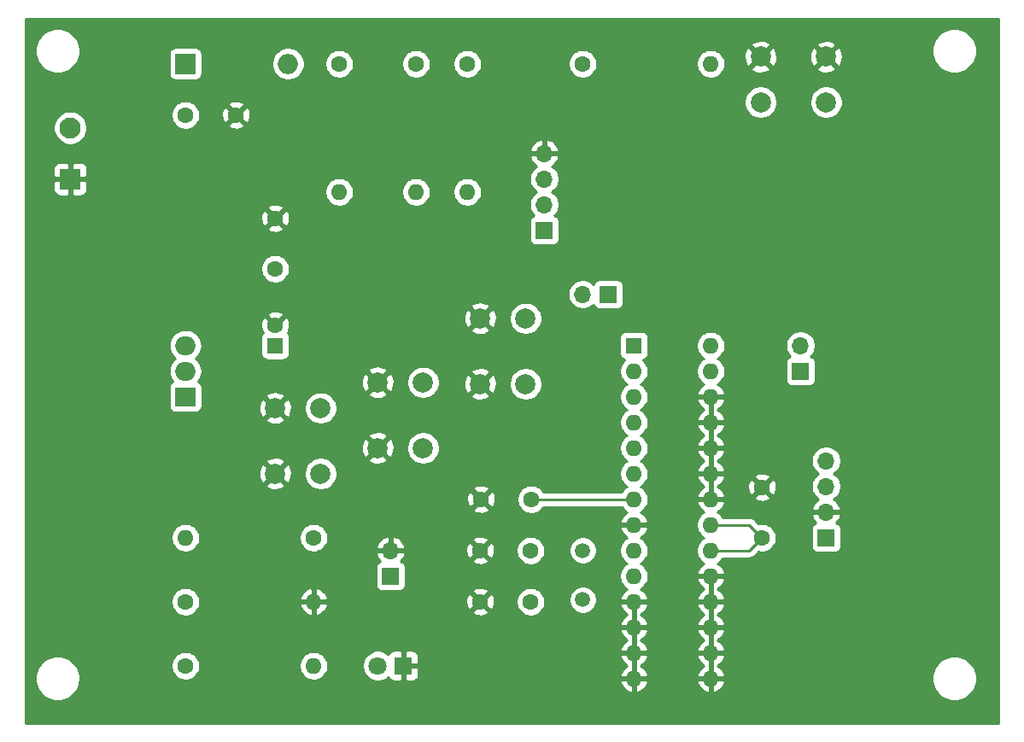
<source format=gbr>
%TF.GenerationSoftware,KiCad,Pcbnew,(5.1.6)-1*%
%TF.CreationDate,2020-10-24T11:54:38+02:00*%
%TF.ProjectId,Basic_Clock,42617369-635f-4436-9c6f-636b2e6b6963,rev?*%
%TF.SameCoordinates,Original*%
%TF.FileFunction,Copper,L2,Bot*%
%TF.FilePolarity,Positive*%
%FSLAX46Y46*%
G04 Gerber Fmt 4.6, Leading zero omitted, Abs format (unit mm)*
G04 Created by KiCad (PCBNEW (5.1.6)-1) date 2020-10-24 11:54:38*
%MOMM*%
%LPD*%
G01*
G04 APERTURE LIST*
%TA.AperFunction,ComponentPad*%
%ADD10O,1.700000X1.700000*%
%TD*%
%TA.AperFunction,ComponentPad*%
%ADD11R,1.700000X1.700000*%
%TD*%
%TA.AperFunction,ComponentPad*%
%ADD12C,1.600000*%
%TD*%
%TA.AperFunction,ComponentPad*%
%ADD13C,2.000000*%
%TD*%
%TA.AperFunction,ComponentPad*%
%ADD14C,1.500000*%
%TD*%
%TA.AperFunction,ComponentPad*%
%ADD15O,2.000000X1.905000*%
%TD*%
%TA.AperFunction,ComponentPad*%
%ADD16R,2.000000X1.905000*%
%TD*%
%TA.AperFunction,ComponentPad*%
%ADD17C,1.800000*%
%TD*%
%TA.AperFunction,ComponentPad*%
%ADD18R,1.800000X1.800000*%
%TD*%
%TA.AperFunction,ComponentPad*%
%ADD19R,1.600000X1.600000*%
%TD*%
%TA.AperFunction,ComponentPad*%
%ADD20O,1.600000X1.600000*%
%TD*%
%TA.AperFunction,ComponentPad*%
%ADD21R,2.000000X2.000000*%
%TD*%
%TA.AperFunction,ComponentPad*%
%ADD22O,2.000000X2.000000*%
%TD*%
%TA.AperFunction,ComponentPad*%
%ADD23R,2.100000X2.100000*%
%TD*%
%TA.AperFunction,ComponentPad*%
%ADD24C,2.100000*%
%TD*%
%TA.AperFunction,ViaPad*%
%ADD25C,0.800000*%
%TD*%
%TA.AperFunction,Conductor*%
%ADD26C,0.250000*%
%TD*%
%TA.AperFunction,Conductor*%
%ADD27C,0.254000*%
%TD*%
G04 APERTURE END LIST*
D10*
%TO.P,J_UART1,2*%
%TO.N,/TX*%
X92710000Y-132080000D03*
D11*
%TO.P,J_UART1,1*%
%TO.N,/RX*%
X95250000Y-132080000D03*
%TD*%
D10*
%TO.P,J_POWER1,2*%
%TO.N,GND*%
X73660000Y-157480000D03*
D11*
%TO.P,J_POWER1,1*%
%TO.N,+5V*%
X73660000Y-160020000D03*
%TD*%
D10*
%TO.P,J_I2C1,2*%
%TO.N,/SCL*%
X114300000Y-137160000D03*
D11*
%TO.P,J_I2C1,1*%
%TO.N,/SDA*%
X114300000Y-139700000D03*
%TD*%
D12*
%TO.P,C5 100nF,2*%
%TO.N,GND*%
X62230000Y-124540000D03*
%TO.P,C5 100nF,1*%
%TO.N,+5V*%
X62230000Y-129540000D03*
%TD*%
D13*
%TO.P,SW4,1*%
%TO.N,GND*%
X62230000Y-143360000D03*
%TO.P,SW4,2*%
%TO.N,/PIN4*%
X66730000Y-143360000D03*
%TO.P,SW4,1*%
%TO.N,GND*%
X62230000Y-149860000D03*
%TO.P,SW4,2*%
%TO.N,/PIN4*%
X66730000Y-149860000D03*
%TD*%
D10*
%TO.P,J2,4*%
%TO.N,GND*%
X88900000Y-118110000D03*
%TO.P,J2,3*%
%TO.N,+5V*%
X88900000Y-120650000D03*
%TO.P,J2,2*%
%TO.N,/RX*%
X88900000Y-123190000D03*
D11*
%TO.P,J2,1*%
%TO.N,/TX*%
X88900000Y-125730000D03*
%TD*%
D10*
%TO.P,J1,4*%
%TO.N,/SDA*%
X116840000Y-148590000D03*
%TO.P,J1,3*%
%TO.N,/SCL*%
X116840000Y-151130000D03*
%TO.P,J1,2*%
%TO.N,GND*%
X116840000Y-153670000D03*
D11*
%TO.P,J1,1*%
%TO.N,+5V*%
X116840000Y-156210000D03*
%TD*%
D14*
%TO.P,Y1,2*%
%TO.N,Net-(C2-Pad2)*%
X92710000Y-162360000D03*
%TO.P,Y1,1*%
%TO.N,Net-(C1-Pad2)*%
X92710000Y-157480000D03*
%TD*%
D15*
%TO.P,U1,3*%
%TO.N,+28V*%
X53340000Y-137160000D03*
%TO.P,U1,2*%
%TO.N,+5V*%
X53340000Y-139700000D03*
D16*
%TO.P,U1,1*%
%TO.N,Net-(R1-Pad2)*%
X53340000Y-142240000D03*
%TD*%
D13*
%TO.P,SW3,1*%
%TO.N,GND*%
X72390000Y-140820000D03*
%TO.P,SW3,2*%
%TO.N,/PIN3*%
X76890000Y-140820000D03*
%TO.P,SW3,1*%
%TO.N,GND*%
X72390000Y-147320000D03*
%TO.P,SW3,2*%
%TO.N,/PIN3*%
X76890000Y-147320000D03*
%TD*%
%TO.P,SW2,1*%
%TO.N,GND*%
X82550000Y-134470000D03*
%TO.P,SW2,2*%
%TO.N,/PIN2*%
X87050000Y-134470000D03*
%TO.P,SW2,1*%
%TO.N,GND*%
X82550000Y-140970000D03*
%TO.P,SW2,2*%
%TO.N,/PIN2*%
X87050000Y-140970000D03*
%TD*%
%TO.P,SW1,1*%
%TO.N,Net-(R7-Pad2)*%
X110340000Y-113030000D03*
%TO.P,SW1,2*%
%TO.N,GND*%
X110340000Y-108530000D03*
%TO.P,SW1,1*%
%TO.N,Net-(R7-Pad2)*%
X116840000Y-113030000D03*
%TO.P,SW1,2*%
%TO.N,GND*%
X116840000Y-108530000D03*
%TD*%
D17*
%TO.P,D1,2*%
%TO.N,Net-(D1-Pad2)*%
X72390000Y-168910000D03*
D18*
%TO.P,D1,1*%
%TO.N,GND*%
X74930000Y-168910000D03*
%TD*%
D12*
%TO.P,C1 22pF,2*%
%TO.N,Net-(C1-Pad2)*%
X87550000Y-157480000D03*
%TO.P,C1 22pF,1*%
%TO.N,GND*%
X82550000Y-157480000D03*
%TD*%
%TO.P,C2 22pF,1*%
%TO.N,GND*%
X82550000Y-162560000D03*
%TO.P,C2 22pF,2*%
%TO.N,Net-(C2-Pad2)*%
X87550000Y-162560000D03*
%TD*%
%TO.P,C3 100nF,1*%
%TO.N,+28V*%
X53340000Y-114300000D03*
%TO.P,C3 100nF,2*%
%TO.N,GND*%
X58340000Y-114300000D03*
%TD*%
D19*
%TO.P,C4 1uF,1*%
%TO.N,+5V*%
X62230000Y-137160000D03*
D12*
%TO.P,C4 1uF,2*%
%TO.N,GND*%
X62230000Y-135160000D03*
%TD*%
%TO.P,C6 100nF,1*%
%TO.N,+5V*%
X110490000Y-156210000D03*
%TO.P,C6 100nF,2*%
%TO.N,GND*%
X110490000Y-151210000D03*
%TD*%
%TO.P,C7 100nF,2*%
%TO.N,GND*%
X82630000Y-152400000D03*
%TO.P,C7 100nF,1*%
%TO.N,+5V*%
X87630000Y-152400000D03*
%TD*%
D19*
%TO.P,U2,1*%
%TO.N,Net-(R7-Pad2)*%
X97790000Y-137160000D03*
D20*
%TO.P,U2,15*%
%TO.N,GND*%
X105410000Y-170180000D03*
%TO.P,U2,2*%
%TO.N,/RX*%
X97790000Y-139700000D03*
%TO.P,U2,16*%
%TO.N,GND*%
X105410000Y-167640000D03*
%TO.P,U2,3*%
%TO.N,/TX*%
X97790000Y-142240000D03*
%TO.P,U2,17*%
%TO.N,GND*%
X105410000Y-165100000D03*
%TO.P,U2,4*%
%TO.N,/PIN2*%
X97790000Y-144780000D03*
%TO.P,U2,18*%
%TO.N,GND*%
X105410000Y-162560000D03*
%TO.P,U2,5*%
%TO.N,/PIN3*%
X97790000Y-147320000D03*
%TO.P,U2,19*%
%TO.N,GND*%
X105410000Y-160020000D03*
%TO.P,U2,6*%
%TO.N,/PIN4*%
X97790000Y-149860000D03*
%TO.P,U2,20*%
%TO.N,+5V*%
X105410000Y-157480000D03*
%TO.P,U2,7*%
X97790000Y-152400000D03*
%TO.P,U2,21*%
X105410000Y-154940000D03*
%TO.P,U2,8*%
%TO.N,GND*%
X97790000Y-154940000D03*
%TO.P,U2,22*%
X105410000Y-152400000D03*
%TO.P,U2,9*%
%TO.N,Net-(C1-Pad2)*%
X97790000Y-157480000D03*
%TO.P,U2,23*%
%TO.N,GND*%
X105410000Y-149860000D03*
%TO.P,U2,10*%
%TO.N,Net-(C2-Pad2)*%
X97790000Y-160020000D03*
%TO.P,U2,24*%
%TO.N,GND*%
X105410000Y-147320000D03*
%TO.P,U2,11*%
X97790000Y-162560000D03*
%TO.P,U2,25*%
X105410000Y-144780000D03*
%TO.P,U2,12*%
X97790000Y-165100000D03*
%TO.P,U2,26*%
X105410000Y-142240000D03*
%TO.P,U2,13*%
X97790000Y-167640000D03*
%TO.P,U2,27*%
%TO.N,/SDA*%
X105410000Y-139700000D03*
%TO.P,U2,14*%
%TO.N,GND*%
X97790000Y-170180000D03*
%TO.P,U2,28*%
%TO.N,/SCL*%
X105410000Y-137160000D03*
%TD*%
D21*
%TO.P,D2,1*%
%TO.N,+28V*%
X53340000Y-109220000D03*
D22*
%TO.P,D2,2*%
%TO.N,+5V*%
X63500000Y-109220000D03*
%TD*%
D12*
%TO.P,R1 240,1*%
%TO.N,+5V*%
X66040000Y-156210000D03*
D20*
%TO.P,R1 240,2*%
%TO.N,Net-(R1-Pad2)*%
X53340000Y-156210000D03*
%TD*%
%TO.P,R2 720,2*%
%TO.N,GND*%
X66040000Y-162560000D03*
D12*
%TO.P,R2 720,1*%
%TO.N,Net-(R1-Pad2)*%
X53340000Y-162560000D03*
%TD*%
%TO.P,R3 1k,1*%
%TO.N,+5V*%
X53340000Y-168910000D03*
D20*
%TO.P,R3 1k,2*%
%TO.N,Net-(D1-Pad2)*%
X66040000Y-168910000D03*
%TD*%
%TO.P,R4 10k,2*%
%TO.N,/PIN2*%
X81280000Y-121920000D03*
D12*
%TO.P,R4 10k,1*%
%TO.N,+5V*%
X81280000Y-109220000D03*
%TD*%
%TO.P,R5 10k,1*%
%TO.N,+5V*%
X76200000Y-109220000D03*
D20*
%TO.P,R5 10k,2*%
%TO.N,/PIN3*%
X76200000Y-121920000D03*
%TD*%
%TO.P,R6 10k,2*%
%TO.N,/PIN4*%
X68580000Y-121920000D03*
D12*
%TO.P,R6 10k,1*%
%TO.N,+5V*%
X68580000Y-109220000D03*
%TD*%
D23*
%TO.P,J4,1*%
%TO.N,GND*%
X41910000Y-120650000D03*
D24*
%TO.P,J4,2*%
%TO.N,+28V*%
X41910000Y-115570000D03*
%TD*%
D12*
%TO.P,R7 10k,1*%
%TO.N,+5V*%
X92710000Y-109220000D03*
D20*
%TO.P,R7 10k,2*%
%TO.N,Net-(R7-Pad2)*%
X105410000Y-109220000D03*
%TD*%
D25*
%TO.N,GND*%
X105410000Y-167640000D03*
X105410000Y-170180000D03*
%TD*%
D26*
%TO.N,+5V*%
X97790000Y-152400000D02*
X87630000Y-152400000D01*
X105410000Y-154940000D02*
X109220000Y-154940000D01*
X109220000Y-154940000D02*
X110490000Y-156210000D01*
X110490000Y-156210000D02*
X109220000Y-157480000D01*
X109220000Y-157480000D02*
X105410000Y-157480000D01*
%TO.N,/PIN2*%
X97584999Y-144574999D02*
X97790000Y-144780000D01*
%TD*%
D27*
%TO.N,GND*%
G36*
X133960001Y-174600000D02*
G01*
X37490000Y-174600000D01*
X37490000Y-169959872D01*
X38405000Y-169959872D01*
X38405000Y-170400128D01*
X38490890Y-170831925D01*
X38659369Y-171238669D01*
X38903962Y-171604729D01*
X39215271Y-171916038D01*
X39581331Y-172160631D01*
X39988075Y-172329110D01*
X40419872Y-172415000D01*
X40860128Y-172415000D01*
X41291925Y-172329110D01*
X41698669Y-172160631D01*
X42064729Y-171916038D01*
X42376038Y-171604729D01*
X42620631Y-171238669D01*
X42789110Y-170831925D01*
X42849357Y-170529039D01*
X96398096Y-170529039D01*
X96438754Y-170663087D01*
X96558963Y-170917420D01*
X96726481Y-171143414D01*
X96934869Y-171332385D01*
X97176119Y-171477070D01*
X97440960Y-171571909D01*
X97663000Y-171450624D01*
X97663000Y-170307000D01*
X97917000Y-170307000D01*
X97917000Y-171450624D01*
X98139040Y-171571909D01*
X98403881Y-171477070D01*
X98645131Y-171332385D01*
X98853519Y-171143414D01*
X99021037Y-170917420D01*
X99141246Y-170663087D01*
X99181904Y-170529039D01*
X104018096Y-170529039D01*
X104058754Y-170663087D01*
X104178963Y-170917420D01*
X104346481Y-171143414D01*
X104554869Y-171332385D01*
X104796119Y-171477070D01*
X105060960Y-171571909D01*
X105283000Y-171450624D01*
X105283000Y-170307000D01*
X105537000Y-170307000D01*
X105537000Y-171450624D01*
X105759040Y-171571909D01*
X106023881Y-171477070D01*
X106265131Y-171332385D01*
X106473519Y-171143414D01*
X106641037Y-170917420D01*
X106761246Y-170663087D01*
X106801904Y-170529039D01*
X106679915Y-170307000D01*
X105537000Y-170307000D01*
X105283000Y-170307000D01*
X104140085Y-170307000D01*
X104018096Y-170529039D01*
X99181904Y-170529039D01*
X99059915Y-170307000D01*
X97917000Y-170307000D01*
X97663000Y-170307000D01*
X96520085Y-170307000D01*
X96398096Y-170529039D01*
X42849357Y-170529039D01*
X42875000Y-170400128D01*
X42875000Y-169959872D01*
X42789110Y-169528075D01*
X42620631Y-169121331D01*
X42384988Y-168768665D01*
X51905000Y-168768665D01*
X51905000Y-169051335D01*
X51960147Y-169328574D01*
X52068320Y-169589727D01*
X52225363Y-169824759D01*
X52425241Y-170024637D01*
X52660273Y-170181680D01*
X52921426Y-170289853D01*
X53198665Y-170345000D01*
X53481335Y-170345000D01*
X53758574Y-170289853D01*
X54019727Y-170181680D01*
X54254759Y-170024637D01*
X54454637Y-169824759D01*
X54611680Y-169589727D01*
X54719853Y-169328574D01*
X54775000Y-169051335D01*
X54775000Y-168768665D01*
X64605000Y-168768665D01*
X64605000Y-169051335D01*
X64660147Y-169328574D01*
X64768320Y-169589727D01*
X64925363Y-169824759D01*
X65125241Y-170024637D01*
X65360273Y-170181680D01*
X65621426Y-170289853D01*
X65898665Y-170345000D01*
X66181335Y-170345000D01*
X66458574Y-170289853D01*
X66719727Y-170181680D01*
X66954759Y-170024637D01*
X67154637Y-169824759D01*
X67311680Y-169589727D01*
X67419853Y-169328574D01*
X67475000Y-169051335D01*
X67475000Y-168768665D01*
X67473041Y-168758816D01*
X70855000Y-168758816D01*
X70855000Y-169061184D01*
X70913989Y-169357743D01*
X71029701Y-169637095D01*
X71197688Y-169888505D01*
X71411495Y-170102312D01*
X71662905Y-170270299D01*
X71942257Y-170386011D01*
X72238816Y-170445000D01*
X72541184Y-170445000D01*
X72837743Y-170386011D01*
X73117095Y-170270299D01*
X73368505Y-170102312D01*
X73434944Y-170035873D01*
X73440498Y-170054180D01*
X73499463Y-170164494D01*
X73578815Y-170261185D01*
X73675506Y-170340537D01*
X73785820Y-170399502D01*
X73905518Y-170435812D01*
X74030000Y-170448072D01*
X74644250Y-170445000D01*
X74803000Y-170286250D01*
X74803000Y-169037000D01*
X75057000Y-169037000D01*
X75057000Y-170286250D01*
X75215750Y-170445000D01*
X75830000Y-170448072D01*
X75954482Y-170435812D01*
X76074180Y-170399502D01*
X76184494Y-170340537D01*
X76281185Y-170261185D01*
X76360537Y-170164494D01*
X76419502Y-170054180D01*
X76455812Y-169934482D01*
X76468072Y-169810000D01*
X76465000Y-169195750D01*
X76306250Y-169037000D01*
X75057000Y-169037000D01*
X74803000Y-169037000D01*
X74783000Y-169037000D01*
X74783000Y-168783000D01*
X74803000Y-168783000D01*
X74803000Y-167533750D01*
X75057000Y-167533750D01*
X75057000Y-168783000D01*
X76306250Y-168783000D01*
X76465000Y-168624250D01*
X76468072Y-168010000D01*
X76466008Y-167989039D01*
X96398096Y-167989039D01*
X96438754Y-168123087D01*
X96558963Y-168377420D01*
X96726481Y-168603414D01*
X96934869Y-168792385D01*
X97130982Y-168910000D01*
X96934869Y-169027615D01*
X96726481Y-169216586D01*
X96558963Y-169442580D01*
X96438754Y-169696913D01*
X96398096Y-169830961D01*
X96520085Y-170053000D01*
X97663000Y-170053000D01*
X97663000Y-167767000D01*
X97917000Y-167767000D01*
X97917000Y-170053000D01*
X99059915Y-170053000D01*
X99181904Y-169830961D01*
X99141246Y-169696913D01*
X99021037Y-169442580D01*
X98853519Y-169216586D01*
X98645131Y-169027615D01*
X98449018Y-168910000D01*
X98645131Y-168792385D01*
X98853519Y-168603414D01*
X99021037Y-168377420D01*
X99141246Y-168123087D01*
X99181904Y-167989039D01*
X104018096Y-167989039D01*
X104058754Y-168123087D01*
X104178963Y-168377420D01*
X104346481Y-168603414D01*
X104554869Y-168792385D01*
X104750982Y-168910000D01*
X104554869Y-169027615D01*
X104346481Y-169216586D01*
X104178963Y-169442580D01*
X104058754Y-169696913D01*
X104018096Y-169830961D01*
X104140085Y-170053000D01*
X105283000Y-170053000D01*
X105283000Y-167767000D01*
X105537000Y-167767000D01*
X105537000Y-170053000D01*
X106679915Y-170053000D01*
X106731079Y-169959872D01*
X127305000Y-169959872D01*
X127305000Y-170400128D01*
X127390890Y-170831925D01*
X127559369Y-171238669D01*
X127803962Y-171604729D01*
X128115271Y-171916038D01*
X128481331Y-172160631D01*
X128888075Y-172329110D01*
X129319872Y-172415000D01*
X129760128Y-172415000D01*
X130191925Y-172329110D01*
X130598669Y-172160631D01*
X130964729Y-171916038D01*
X131276038Y-171604729D01*
X131520631Y-171238669D01*
X131689110Y-170831925D01*
X131775000Y-170400128D01*
X131775000Y-169959872D01*
X131689110Y-169528075D01*
X131520631Y-169121331D01*
X131276038Y-168755271D01*
X130964729Y-168443962D01*
X130598669Y-168199369D01*
X130191925Y-168030890D01*
X129760128Y-167945000D01*
X129319872Y-167945000D01*
X128888075Y-168030890D01*
X128481331Y-168199369D01*
X128115271Y-168443962D01*
X127803962Y-168755271D01*
X127559369Y-169121331D01*
X127390890Y-169528075D01*
X127305000Y-169959872D01*
X106731079Y-169959872D01*
X106801904Y-169830961D01*
X106761246Y-169696913D01*
X106641037Y-169442580D01*
X106473519Y-169216586D01*
X106265131Y-169027615D01*
X106069018Y-168910000D01*
X106265131Y-168792385D01*
X106473519Y-168603414D01*
X106641037Y-168377420D01*
X106761246Y-168123087D01*
X106801904Y-167989039D01*
X106679915Y-167767000D01*
X105537000Y-167767000D01*
X105283000Y-167767000D01*
X104140085Y-167767000D01*
X104018096Y-167989039D01*
X99181904Y-167989039D01*
X99059915Y-167767000D01*
X97917000Y-167767000D01*
X97663000Y-167767000D01*
X96520085Y-167767000D01*
X96398096Y-167989039D01*
X76466008Y-167989039D01*
X76455812Y-167885518D01*
X76419502Y-167765820D01*
X76360537Y-167655506D01*
X76281185Y-167558815D01*
X76184494Y-167479463D01*
X76074180Y-167420498D01*
X75954482Y-167384188D01*
X75830000Y-167371928D01*
X75215750Y-167375000D01*
X75057000Y-167533750D01*
X74803000Y-167533750D01*
X74644250Y-167375000D01*
X74030000Y-167371928D01*
X73905518Y-167384188D01*
X73785820Y-167420498D01*
X73675506Y-167479463D01*
X73578815Y-167558815D01*
X73499463Y-167655506D01*
X73440498Y-167765820D01*
X73434944Y-167784127D01*
X73368505Y-167717688D01*
X73117095Y-167549701D01*
X72837743Y-167433989D01*
X72541184Y-167375000D01*
X72238816Y-167375000D01*
X71942257Y-167433989D01*
X71662905Y-167549701D01*
X71411495Y-167717688D01*
X71197688Y-167931495D01*
X71029701Y-168182905D01*
X70913989Y-168462257D01*
X70855000Y-168758816D01*
X67473041Y-168758816D01*
X67419853Y-168491426D01*
X67311680Y-168230273D01*
X67154637Y-167995241D01*
X66954759Y-167795363D01*
X66719727Y-167638320D01*
X66458574Y-167530147D01*
X66181335Y-167475000D01*
X65898665Y-167475000D01*
X65621426Y-167530147D01*
X65360273Y-167638320D01*
X65125241Y-167795363D01*
X64925363Y-167995241D01*
X64768320Y-168230273D01*
X64660147Y-168491426D01*
X64605000Y-168768665D01*
X54775000Y-168768665D01*
X54719853Y-168491426D01*
X54611680Y-168230273D01*
X54454637Y-167995241D01*
X54254759Y-167795363D01*
X54019727Y-167638320D01*
X53758574Y-167530147D01*
X53481335Y-167475000D01*
X53198665Y-167475000D01*
X52921426Y-167530147D01*
X52660273Y-167638320D01*
X52425241Y-167795363D01*
X52225363Y-167995241D01*
X52068320Y-168230273D01*
X51960147Y-168491426D01*
X51905000Y-168768665D01*
X42384988Y-168768665D01*
X42376038Y-168755271D01*
X42064729Y-168443962D01*
X41698669Y-168199369D01*
X41291925Y-168030890D01*
X40860128Y-167945000D01*
X40419872Y-167945000D01*
X39988075Y-168030890D01*
X39581331Y-168199369D01*
X39215271Y-168443962D01*
X38903962Y-168755271D01*
X38659369Y-169121331D01*
X38490890Y-169528075D01*
X38405000Y-169959872D01*
X37490000Y-169959872D01*
X37490000Y-165449039D01*
X96398096Y-165449039D01*
X96438754Y-165583087D01*
X96558963Y-165837420D01*
X96726481Y-166063414D01*
X96934869Y-166252385D01*
X97130982Y-166370000D01*
X96934869Y-166487615D01*
X96726481Y-166676586D01*
X96558963Y-166902580D01*
X96438754Y-167156913D01*
X96398096Y-167290961D01*
X96520085Y-167513000D01*
X97663000Y-167513000D01*
X97663000Y-165227000D01*
X97917000Y-165227000D01*
X97917000Y-167513000D01*
X99059915Y-167513000D01*
X99181904Y-167290961D01*
X99141246Y-167156913D01*
X99021037Y-166902580D01*
X98853519Y-166676586D01*
X98645131Y-166487615D01*
X98449018Y-166370000D01*
X98645131Y-166252385D01*
X98853519Y-166063414D01*
X99021037Y-165837420D01*
X99141246Y-165583087D01*
X99181904Y-165449039D01*
X104018096Y-165449039D01*
X104058754Y-165583087D01*
X104178963Y-165837420D01*
X104346481Y-166063414D01*
X104554869Y-166252385D01*
X104750982Y-166370000D01*
X104554869Y-166487615D01*
X104346481Y-166676586D01*
X104178963Y-166902580D01*
X104058754Y-167156913D01*
X104018096Y-167290961D01*
X104140085Y-167513000D01*
X105283000Y-167513000D01*
X105283000Y-165227000D01*
X105537000Y-165227000D01*
X105537000Y-167513000D01*
X106679915Y-167513000D01*
X106801904Y-167290961D01*
X106761246Y-167156913D01*
X106641037Y-166902580D01*
X106473519Y-166676586D01*
X106265131Y-166487615D01*
X106069018Y-166370000D01*
X106265131Y-166252385D01*
X106473519Y-166063414D01*
X106641037Y-165837420D01*
X106761246Y-165583087D01*
X106801904Y-165449039D01*
X106679915Y-165227000D01*
X105537000Y-165227000D01*
X105283000Y-165227000D01*
X104140085Y-165227000D01*
X104018096Y-165449039D01*
X99181904Y-165449039D01*
X99059915Y-165227000D01*
X97917000Y-165227000D01*
X97663000Y-165227000D01*
X96520085Y-165227000D01*
X96398096Y-165449039D01*
X37490000Y-165449039D01*
X37490000Y-162418665D01*
X51905000Y-162418665D01*
X51905000Y-162701335D01*
X51960147Y-162978574D01*
X52068320Y-163239727D01*
X52225363Y-163474759D01*
X52425241Y-163674637D01*
X52660273Y-163831680D01*
X52921426Y-163939853D01*
X53198665Y-163995000D01*
X53481335Y-163995000D01*
X53758574Y-163939853D01*
X54019727Y-163831680D01*
X54254759Y-163674637D01*
X54454637Y-163474759D01*
X54611680Y-163239727D01*
X54719853Y-162978574D01*
X54733684Y-162909039D01*
X64648096Y-162909039D01*
X64688754Y-163043087D01*
X64808963Y-163297420D01*
X64976481Y-163523414D01*
X65184869Y-163712385D01*
X65426119Y-163857070D01*
X65690960Y-163951909D01*
X65913000Y-163830624D01*
X65913000Y-162687000D01*
X66167000Y-162687000D01*
X66167000Y-163830624D01*
X66389040Y-163951909D01*
X66653881Y-163857070D01*
X66895131Y-163712385D01*
X67071221Y-163552702D01*
X81736903Y-163552702D01*
X81808486Y-163796671D01*
X82063996Y-163917571D01*
X82338184Y-163986300D01*
X82620512Y-164000217D01*
X82900130Y-163958787D01*
X83166292Y-163863603D01*
X83291514Y-163796671D01*
X83363097Y-163552702D01*
X82550000Y-162739605D01*
X81736903Y-163552702D01*
X67071221Y-163552702D01*
X67103519Y-163523414D01*
X67271037Y-163297420D01*
X67391246Y-163043087D01*
X67431904Y-162909039D01*
X67309915Y-162687000D01*
X66167000Y-162687000D01*
X65913000Y-162687000D01*
X64770085Y-162687000D01*
X64648096Y-162909039D01*
X54733684Y-162909039D01*
X54775000Y-162701335D01*
X54775000Y-162630512D01*
X81109783Y-162630512D01*
X81151213Y-162910130D01*
X81246397Y-163176292D01*
X81313329Y-163301514D01*
X81557298Y-163373097D01*
X82370395Y-162560000D01*
X82729605Y-162560000D01*
X83542702Y-163373097D01*
X83786671Y-163301514D01*
X83907571Y-163046004D01*
X83976300Y-162771816D01*
X83990217Y-162489488D01*
X83979724Y-162418665D01*
X86115000Y-162418665D01*
X86115000Y-162701335D01*
X86170147Y-162978574D01*
X86278320Y-163239727D01*
X86435363Y-163474759D01*
X86635241Y-163674637D01*
X86870273Y-163831680D01*
X87131426Y-163939853D01*
X87408665Y-163995000D01*
X87691335Y-163995000D01*
X87968574Y-163939853D01*
X88229727Y-163831680D01*
X88464759Y-163674637D01*
X88664637Y-163474759D01*
X88821680Y-163239727D01*
X88929853Y-162978574D01*
X88985000Y-162701335D01*
X88985000Y-162418665D01*
X88946197Y-162223589D01*
X91325000Y-162223589D01*
X91325000Y-162496411D01*
X91378225Y-162763989D01*
X91482629Y-163016043D01*
X91634201Y-163242886D01*
X91827114Y-163435799D01*
X92053957Y-163587371D01*
X92306011Y-163691775D01*
X92573589Y-163745000D01*
X92846411Y-163745000D01*
X93113989Y-163691775D01*
X93366043Y-163587371D01*
X93592886Y-163435799D01*
X93785799Y-163242886D01*
X93937371Y-163016043D01*
X93981693Y-162909039D01*
X96398096Y-162909039D01*
X96438754Y-163043087D01*
X96558963Y-163297420D01*
X96726481Y-163523414D01*
X96934869Y-163712385D01*
X97130982Y-163830000D01*
X96934869Y-163947615D01*
X96726481Y-164136586D01*
X96558963Y-164362580D01*
X96438754Y-164616913D01*
X96398096Y-164750961D01*
X96520085Y-164973000D01*
X97663000Y-164973000D01*
X97663000Y-162687000D01*
X97917000Y-162687000D01*
X97917000Y-164973000D01*
X99059915Y-164973000D01*
X99181904Y-164750961D01*
X99141246Y-164616913D01*
X99021037Y-164362580D01*
X98853519Y-164136586D01*
X98645131Y-163947615D01*
X98449018Y-163830000D01*
X98645131Y-163712385D01*
X98853519Y-163523414D01*
X99021037Y-163297420D01*
X99141246Y-163043087D01*
X99181904Y-162909039D01*
X104018096Y-162909039D01*
X104058754Y-163043087D01*
X104178963Y-163297420D01*
X104346481Y-163523414D01*
X104554869Y-163712385D01*
X104750982Y-163830000D01*
X104554869Y-163947615D01*
X104346481Y-164136586D01*
X104178963Y-164362580D01*
X104058754Y-164616913D01*
X104018096Y-164750961D01*
X104140085Y-164973000D01*
X105283000Y-164973000D01*
X105283000Y-162687000D01*
X105537000Y-162687000D01*
X105537000Y-164973000D01*
X106679915Y-164973000D01*
X106801904Y-164750961D01*
X106761246Y-164616913D01*
X106641037Y-164362580D01*
X106473519Y-164136586D01*
X106265131Y-163947615D01*
X106069018Y-163830000D01*
X106265131Y-163712385D01*
X106473519Y-163523414D01*
X106641037Y-163297420D01*
X106761246Y-163043087D01*
X106801904Y-162909039D01*
X106679915Y-162687000D01*
X105537000Y-162687000D01*
X105283000Y-162687000D01*
X104140085Y-162687000D01*
X104018096Y-162909039D01*
X99181904Y-162909039D01*
X99059915Y-162687000D01*
X97917000Y-162687000D01*
X97663000Y-162687000D01*
X96520085Y-162687000D01*
X96398096Y-162909039D01*
X93981693Y-162909039D01*
X94041775Y-162763989D01*
X94095000Y-162496411D01*
X94095000Y-162223589D01*
X94041775Y-161956011D01*
X93937371Y-161703957D01*
X93785799Y-161477114D01*
X93592886Y-161284201D01*
X93366043Y-161132629D01*
X93113989Y-161028225D01*
X92846411Y-160975000D01*
X92573589Y-160975000D01*
X92306011Y-161028225D01*
X92053957Y-161132629D01*
X91827114Y-161284201D01*
X91634201Y-161477114D01*
X91482629Y-161703957D01*
X91378225Y-161956011D01*
X91325000Y-162223589D01*
X88946197Y-162223589D01*
X88929853Y-162141426D01*
X88821680Y-161880273D01*
X88664637Y-161645241D01*
X88464759Y-161445363D01*
X88229727Y-161288320D01*
X87968574Y-161180147D01*
X87691335Y-161125000D01*
X87408665Y-161125000D01*
X87131426Y-161180147D01*
X86870273Y-161288320D01*
X86635241Y-161445363D01*
X86435363Y-161645241D01*
X86278320Y-161880273D01*
X86170147Y-162141426D01*
X86115000Y-162418665D01*
X83979724Y-162418665D01*
X83948787Y-162209870D01*
X83853603Y-161943708D01*
X83786671Y-161818486D01*
X83542702Y-161746903D01*
X82729605Y-162560000D01*
X82370395Y-162560000D01*
X81557298Y-161746903D01*
X81313329Y-161818486D01*
X81192429Y-162073996D01*
X81123700Y-162348184D01*
X81109783Y-162630512D01*
X54775000Y-162630512D01*
X54775000Y-162418665D01*
X54733685Y-162210961D01*
X64648096Y-162210961D01*
X64770085Y-162433000D01*
X65913000Y-162433000D01*
X65913000Y-161289376D01*
X66167000Y-161289376D01*
X66167000Y-162433000D01*
X67309915Y-162433000D01*
X67431904Y-162210961D01*
X67391246Y-162076913D01*
X67271037Y-161822580D01*
X67103519Y-161596586D01*
X67071222Y-161567298D01*
X81736903Y-161567298D01*
X82550000Y-162380395D01*
X83363097Y-161567298D01*
X83291514Y-161323329D01*
X83036004Y-161202429D01*
X82761816Y-161133700D01*
X82479488Y-161119783D01*
X82199870Y-161161213D01*
X81933708Y-161256397D01*
X81808486Y-161323329D01*
X81736903Y-161567298D01*
X67071222Y-161567298D01*
X66895131Y-161407615D01*
X66653881Y-161262930D01*
X66389040Y-161168091D01*
X66167000Y-161289376D01*
X65913000Y-161289376D01*
X65690960Y-161168091D01*
X65426119Y-161262930D01*
X65184869Y-161407615D01*
X64976481Y-161596586D01*
X64808963Y-161822580D01*
X64688754Y-162076913D01*
X64648096Y-162210961D01*
X54733685Y-162210961D01*
X54719853Y-162141426D01*
X54611680Y-161880273D01*
X54454637Y-161645241D01*
X54254759Y-161445363D01*
X54019727Y-161288320D01*
X53758574Y-161180147D01*
X53481335Y-161125000D01*
X53198665Y-161125000D01*
X52921426Y-161180147D01*
X52660273Y-161288320D01*
X52425241Y-161445363D01*
X52225363Y-161645241D01*
X52068320Y-161880273D01*
X51960147Y-162141426D01*
X51905000Y-162418665D01*
X37490000Y-162418665D01*
X37490000Y-159170000D01*
X72171928Y-159170000D01*
X72171928Y-160870000D01*
X72184188Y-160994482D01*
X72220498Y-161114180D01*
X72279463Y-161224494D01*
X72358815Y-161321185D01*
X72455506Y-161400537D01*
X72565820Y-161459502D01*
X72685518Y-161495812D01*
X72810000Y-161508072D01*
X74510000Y-161508072D01*
X74634482Y-161495812D01*
X74754180Y-161459502D01*
X74864494Y-161400537D01*
X74961185Y-161321185D01*
X75040537Y-161224494D01*
X75099502Y-161114180D01*
X75135812Y-160994482D01*
X75148072Y-160870000D01*
X75148072Y-159170000D01*
X75135812Y-159045518D01*
X75099502Y-158925820D01*
X75040537Y-158815506D01*
X74961185Y-158718815D01*
X74864494Y-158639463D01*
X74754180Y-158580498D01*
X74673534Y-158556034D01*
X74757588Y-158480269D01*
X74763232Y-158472702D01*
X81736903Y-158472702D01*
X81808486Y-158716671D01*
X82063996Y-158837571D01*
X82338184Y-158906300D01*
X82620512Y-158920217D01*
X82900130Y-158878787D01*
X83166292Y-158783603D01*
X83291514Y-158716671D01*
X83363097Y-158472702D01*
X82550000Y-157659605D01*
X81736903Y-158472702D01*
X74763232Y-158472702D01*
X74931641Y-158246920D01*
X75056825Y-157984099D01*
X75101476Y-157836890D01*
X74980155Y-157607000D01*
X73787000Y-157607000D01*
X73787000Y-157627000D01*
X73533000Y-157627000D01*
X73533000Y-157607000D01*
X72339845Y-157607000D01*
X72218524Y-157836890D01*
X72263175Y-157984099D01*
X72388359Y-158246920D01*
X72562412Y-158480269D01*
X72646466Y-158556034D01*
X72565820Y-158580498D01*
X72455506Y-158639463D01*
X72358815Y-158718815D01*
X72279463Y-158815506D01*
X72220498Y-158925820D01*
X72184188Y-159045518D01*
X72171928Y-159170000D01*
X37490000Y-159170000D01*
X37490000Y-156068665D01*
X51905000Y-156068665D01*
X51905000Y-156351335D01*
X51960147Y-156628574D01*
X52068320Y-156889727D01*
X52225363Y-157124759D01*
X52425241Y-157324637D01*
X52660273Y-157481680D01*
X52921426Y-157589853D01*
X53198665Y-157645000D01*
X53481335Y-157645000D01*
X53758574Y-157589853D01*
X54019727Y-157481680D01*
X54254759Y-157324637D01*
X54454637Y-157124759D01*
X54611680Y-156889727D01*
X54719853Y-156628574D01*
X54775000Y-156351335D01*
X54775000Y-156068665D01*
X64605000Y-156068665D01*
X64605000Y-156351335D01*
X64660147Y-156628574D01*
X64768320Y-156889727D01*
X64925363Y-157124759D01*
X65125241Y-157324637D01*
X65360273Y-157481680D01*
X65621426Y-157589853D01*
X65898665Y-157645000D01*
X66181335Y-157645000D01*
X66458574Y-157589853D01*
X66553551Y-157550512D01*
X81109783Y-157550512D01*
X81151213Y-157830130D01*
X81246397Y-158096292D01*
X81313329Y-158221514D01*
X81557298Y-158293097D01*
X82370395Y-157480000D01*
X82729605Y-157480000D01*
X83542702Y-158293097D01*
X83786671Y-158221514D01*
X83907571Y-157966004D01*
X83976300Y-157691816D01*
X83990217Y-157409488D01*
X83979724Y-157338665D01*
X86115000Y-157338665D01*
X86115000Y-157621335D01*
X86170147Y-157898574D01*
X86278320Y-158159727D01*
X86435363Y-158394759D01*
X86635241Y-158594637D01*
X86870273Y-158751680D01*
X87131426Y-158859853D01*
X87408665Y-158915000D01*
X87691335Y-158915000D01*
X87968574Y-158859853D01*
X88229727Y-158751680D01*
X88464759Y-158594637D01*
X88664637Y-158394759D01*
X88821680Y-158159727D01*
X88929853Y-157898574D01*
X88985000Y-157621335D01*
X88985000Y-157343589D01*
X91325000Y-157343589D01*
X91325000Y-157616411D01*
X91378225Y-157883989D01*
X91482629Y-158136043D01*
X91634201Y-158362886D01*
X91827114Y-158555799D01*
X92053957Y-158707371D01*
X92306011Y-158811775D01*
X92573589Y-158865000D01*
X92846411Y-158865000D01*
X93113989Y-158811775D01*
X93366043Y-158707371D01*
X93592886Y-158555799D01*
X93785799Y-158362886D01*
X93937371Y-158136043D01*
X94041775Y-157883989D01*
X94095000Y-157616411D01*
X94095000Y-157343589D01*
X94094021Y-157338665D01*
X96355000Y-157338665D01*
X96355000Y-157621335D01*
X96410147Y-157898574D01*
X96518320Y-158159727D01*
X96675363Y-158394759D01*
X96875241Y-158594637D01*
X97107759Y-158750000D01*
X96875241Y-158905363D01*
X96675363Y-159105241D01*
X96518320Y-159340273D01*
X96410147Y-159601426D01*
X96355000Y-159878665D01*
X96355000Y-160161335D01*
X96410147Y-160438574D01*
X96518320Y-160699727D01*
X96675363Y-160934759D01*
X96875241Y-161134637D01*
X97110273Y-161291680D01*
X97120865Y-161296067D01*
X96934869Y-161407615D01*
X96726481Y-161596586D01*
X96558963Y-161822580D01*
X96438754Y-162076913D01*
X96398096Y-162210961D01*
X96520085Y-162433000D01*
X97663000Y-162433000D01*
X97663000Y-162413000D01*
X97917000Y-162413000D01*
X97917000Y-162433000D01*
X99059915Y-162433000D01*
X99181904Y-162210961D01*
X99141246Y-162076913D01*
X99021037Y-161822580D01*
X98853519Y-161596586D01*
X98645131Y-161407615D01*
X98459135Y-161296067D01*
X98469727Y-161291680D01*
X98704759Y-161134637D01*
X98904637Y-160934759D01*
X99061680Y-160699727D01*
X99169853Y-160438574D01*
X99183684Y-160369039D01*
X104018096Y-160369039D01*
X104058754Y-160503087D01*
X104178963Y-160757420D01*
X104346481Y-160983414D01*
X104554869Y-161172385D01*
X104750982Y-161290000D01*
X104554869Y-161407615D01*
X104346481Y-161596586D01*
X104178963Y-161822580D01*
X104058754Y-162076913D01*
X104018096Y-162210961D01*
X104140085Y-162433000D01*
X105283000Y-162433000D01*
X105283000Y-160147000D01*
X105537000Y-160147000D01*
X105537000Y-162433000D01*
X106679915Y-162433000D01*
X106801904Y-162210961D01*
X106761246Y-162076913D01*
X106641037Y-161822580D01*
X106473519Y-161596586D01*
X106265131Y-161407615D01*
X106069018Y-161290000D01*
X106265131Y-161172385D01*
X106473519Y-160983414D01*
X106641037Y-160757420D01*
X106761246Y-160503087D01*
X106801904Y-160369039D01*
X106679915Y-160147000D01*
X105537000Y-160147000D01*
X105283000Y-160147000D01*
X104140085Y-160147000D01*
X104018096Y-160369039D01*
X99183684Y-160369039D01*
X99225000Y-160161335D01*
X99225000Y-159878665D01*
X99169853Y-159601426D01*
X99061680Y-159340273D01*
X98904637Y-159105241D01*
X98704759Y-158905363D01*
X98472241Y-158750000D01*
X98704759Y-158594637D01*
X98904637Y-158394759D01*
X99061680Y-158159727D01*
X99169853Y-157898574D01*
X99225000Y-157621335D01*
X99225000Y-157338665D01*
X99169853Y-157061426D01*
X99061680Y-156800273D01*
X98904637Y-156565241D01*
X98704759Y-156365363D01*
X98469727Y-156208320D01*
X98459135Y-156203933D01*
X98645131Y-156092385D01*
X98853519Y-155903414D01*
X99021037Y-155677420D01*
X99141246Y-155423087D01*
X99181904Y-155289039D01*
X99059915Y-155067000D01*
X97917000Y-155067000D01*
X97917000Y-155087000D01*
X97663000Y-155087000D01*
X97663000Y-155067000D01*
X96520085Y-155067000D01*
X96398096Y-155289039D01*
X96438754Y-155423087D01*
X96558963Y-155677420D01*
X96726481Y-155903414D01*
X96934869Y-156092385D01*
X97120865Y-156203933D01*
X97110273Y-156208320D01*
X96875241Y-156365363D01*
X96675363Y-156565241D01*
X96518320Y-156800273D01*
X96410147Y-157061426D01*
X96355000Y-157338665D01*
X94094021Y-157338665D01*
X94041775Y-157076011D01*
X93937371Y-156823957D01*
X93785799Y-156597114D01*
X93592886Y-156404201D01*
X93366043Y-156252629D01*
X93113989Y-156148225D01*
X92846411Y-156095000D01*
X92573589Y-156095000D01*
X92306011Y-156148225D01*
X92053957Y-156252629D01*
X91827114Y-156404201D01*
X91634201Y-156597114D01*
X91482629Y-156823957D01*
X91378225Y-157076011D01*
X91325000Y-157343589D01*
X88985000Y-157343589D01*
X88985000Y-157338665D01*
X88929853Y-157061426D01*
X88821680Y-156800273D01*
X88664637Y-156565241D01*
X88464759Y-156365363D01*
X88229727Y-156208320D01*
X87968574Y-156100147D01*
X87691335Y-156045000D01*
X87408665Y-156045000D01*
X87131426Y-156100147D01*
X86870273Y-156208320D01*
X86635241Y-156365363D01*
X86435363Y-156565241D01*
X86278320Y-156800273D01*
X86170147Y-157061426D01*
X86115000Y-157338665D01*
X83979724Y-157338665D01*
X83948787Y-157129870D01*
X83853603Y-156863708D01*
X83786671Y-156738486D01*
X83542702Y-156666903D01*
X82729605Y-157480000D01*
X82370395Y-157480000D01*
X81557298Y-156666903D01*
X81313329Y-156738486D01*
X81192429Y-156993996D01*
X81123700Y-157268184D01*
X81109783Y-157550512D01*
X66553551Y-157550512D01*
X66719727Y-157481680D01*
X66954759Y-157324637D01*
X67154637Y-157124759D01*
X67155738Y-157123110D01*
X72218524Y-157123110D01*
X72339845Y-157353000D01*
X73533000Y-157353000D01*
X73533000Y-156159186D01*
X73787000Y-156159186D01*
X73787000Y-157353000D01*
X74980155Y-157353000D01*
X75101476Y-157123110D01*
X75056825Y-156975901D01*
X74931641Y-156713080D01*
X74763233Y-156487298D01*
X81736903Y-156487298D01*
X82550000Y-157300395D01*
X83363097Y-156487298D01*
X83291514Y-156243329D01*
X83036004Y-156122429D01*
X82761816Y-156053700D01*
X82479488Y-156039783D01*
X82199870Y-156081213D01*
X81933708Y-156176397D01*
X81808486Y-156243329D01*
X81736903Y-156487298D01*
X74763233Y-156487298D01*
X74757588Y-156479731D01*
X74541355Y-156284822D01*
X74291252Y-156135843D01*
X74016891Y-156038519D01*
X73787000Y-156159186D01*
X73533000Y-156159186D01*
X73303109Y-156038519D01*
X73028748Y-156135843D01*
X72778645Y-156284822D01*
X72562412Y-156479731D01*
X72388359Y-156713080D01*
X72263175Y-156975901D01*
X72218524Y-157123110D01*
X67155738Y-157123110D01*
X67311680Y-156889727D01*
X67419853Y-156628574D01*
X67475000Y-156351335D01*
X67475000Y-156068665D01*
X67419853Y-155791426D01*
X67311680Y-155530273D01*
X67154637Y-155295241D01*
X66954759Y-155095363D01*
X66719727Y-154938320D01*
X66458574Y-154830147D01*
X66181335Y-154775000D01*
X65898665Y-154775000D01*
X65621426Y-154830147D01*
X65360273Y-154938320D01*
X65125241Y-155095363D01*
X64925363Y-155295241D01*
X64768320Y-155530273D01*
X64660147Y-155791426D01*
X64605000Y-156068665D01*
X54775000Y-156068665D01*
X54719853Y-155791426D01*
X54611680Y-155530273D01*
X54454637Y-155295241D01*
X54254759Y-155095363D01*
X54019727Y-154938320D01*
X53758574Y-154830147D01*
X53481335Y-154775000D01*
X53198665Y-154775000D01*
X52921426Y-154830147D01*
X52660273Y-154938320D01*
X52425241Y-155095363D01*
X52225363Y-155295241D01*
X52068320Y-155530273D01*
X51960147Y-155791426D01*
X51905000Y-156068665D01*
X37490000Y-156068665D01*
X37490000Y-153392702D01*
X81816903Y-153392702D01*
X81888486Y-153636671D01*
X82143996Y-153757571D01*
X82418184Y-153826300D01*
X82700512Y-153840217D01*
X82980130Y-153798787D01*
X83246292Y-153703603D01*
X83371514Y-153636671D01*
X83443097Y-153392702D01*
X82630000Y-152579605D01*
X81816903Y-153392702D01*
X37490000Y-153392702D01*
X37490000Y-152470512D01*
X81189783Y-152470512D01*
X81231213Y-152750130D01*
X81326397Y-153016292D01*
X81393329Y-153141514D01*
X81637298Y-153213097D01*
X82450395Y-152400000D01*
X82809605Y-152400000D01*
X83622702Y-153213097D01*
X83866671Y-153141514D01*
X83987571Y-152886004D01*
X84056300Y-152611816D01*
X84070217Y-152329488D01*
X84059724Y-152258665D01*
X86195000Y-152258665D01*
X86195000Y-152541335D01*
X86250147Y-152818574D01*
X86358320Y-153079727D01*
X86515363Y-153314759D01*
X86715241Y-153514637D01*
X86950273Y-153671680D01*
X87211426Y-153779853D01*
X87488665Y-153835000D01*
X87771335Y-153835000D01*
X88048574Y-153779853D01*
X88309727Y-153671680D01*
X88544759Y-153514637D01*
X88744637Y-153314759D01*
X88848043Y-153160000D01*
X96571957Y-153160000D01*
X96675363Y-153314759D01*
X96875241Y-153514637D01*
X97110273Y-153671680D01*
X97120865Y-153676067D01*
X96934869Y-153787615D01*
X96726481Y-153976586D01*
X96558963Y-154202580D01*
X96438754Y-154456913D01*
X96398096Y-154590961D01*
X96520085Y-154813000D01*
X97663000Y-154813000D01*
X97663000Y-154793000D01*
X97917000Y-154793000D01*
X97917000Y-154813000D01*
X99059915Y-154813000D01*
X99067790Y-154798665D01*
X103975000Y-154798665D01*
X103975000Y-155081335D01*
X104030147Y-155358574D01*
X104138320Y-155619727D01*
X104295363Y-155854759D01*
X104495241Y-156054637D01*
X104727759Y-156210000D01*
X104495241Y-156365363D01*
X104295363Y-156565241D01*
X104138320Y-156800273D01*
X104030147Y-157061426D01*
X103975000Y-157338665D01*
X103975000Y-157621335D01*
X104030147Y-157898574D01*
X104138320Y-158159727D01*
X104295363Y-158394759D01*
X104495241Y-158594637D01*
X104730273Y-158751680D01*
X104740865Y-158756067D01*
X104554869Y-158867615D01*
X104346481Y-159056586D01*
X104178963Y-159282580D01*
X104058754Y-159536913D01*
X104018096Y-159670961D01*
X104140085Y-159893000D01*
X105283000Y-159893000D01*
X105283000Y-159873000D01*
X105537000Y-159873000D01*
X105537000Y-159893000D01*
X106679915Y-159893000D01*
X106801904Y-159670961D01*
X106761246Y-159536913D01*
X106641037Y-159282580D01*
X106473519Y-159056586D01*
X106265131Y-158867615D01*
X106079135Y-158756067D01*
X106089727Y-158751680D01*
X106324759Y-158594637D01*
X106524637Y-158394759D01*
X106628043Y-158240000D01*
X109182678Y-158240000D01*
X109220000Y-158243676D01*
X109257322Y-158240000D01*
X109257333Y-158240000D01*
X109368986Y-158229003D01*
X109512247Y-158185546D01*
X109644276Y-158114974D01*
X109760001Y-158020001D01*
X109783804Y-157990997D01*
X110166114Y-157608688D01*
X110348665Y-157645000D01*
X110631335Y-157645000D01*
X110908574Y-157589853D01*
X111169727Y-157481680D01*
X111404759Y-157324637D01*
X111604637Y-157124759D01*
X111761680Y-156889727D01*
X111869853Y-156628574D01*
X111925000Y-156351335D01*
X111925000Y-156068665D01*
X111869853Y-155791426D01*
X111761680Y-155530273D01*
X111647908Y-155360000D01*
X115351928Y-155360000D01*
X115351928Y-157060000D01*
X115364188Y-157184482D01*
X115400498Y-157304180D01*
X115459463Y-157414494D01*
X115538815Y-157511185D01*
X115635506Y-157590537D01*
X115745820Y-157649502D01*
X115865518Y-157685812D01*
X115990000Y-157698072D01*
X117690000Y-157698072D01*
X117814482Y-157685812D01*
X117934180Y-157649502D01*
X118044494Y-157590537D01*
X118141185Y-157511185D01*
X118220537Y-157414494D01*
X118279502Y-157304180D01*
X118315812Y-157184482D01*
X118328072Y-157060000D01*
X118328072Y-155360000D01*
X118315812Y-155235518D01*
X118279502Y-155115820D01*
X118220537Y-155005506D01*
X118141185Y-154908815D01*
X118044494Y-154829463D01*
X117934180Y-154770498D01*
X117853534Y-154746034D01*
X117937588Y-154670269D01*
X118111641Y-154436920D01*
X118236825Y-154174099D01*
X118281476Y-154026890D01*
X118160155Y-153797000D01*
X116967000Y-153797000D01*
X116967000Y-153817000D01*
X116713000Y-153817000D01*
X116713000Y-153797000D01*
X115519845Y-153797000D01*
X115398524Y-154026890D01*
X115443175Y-154174099D01*
X115568359Y-154436920D01*
X115742412Y-154670269D01*
X115826466Y-154746034D01*
X115745820Y-154770498D01*
X115635506Y-154829463D01*
X115538815Y-154908815D01*
X115459463Y-155005506D01*
X115400498Y-155115820D01*
X115364188Y-155235518D01*
X115351928Y-155360000D01*
X111647908Y-155360000D01*
X111604637Y-155295241D01*
X111404759Y-155095363D01*
X111169727Y-154938320D01*
X110908574Y-154830147D01*
X110631335Y-154775000D01*
X110348665Y-154775000D01*
X110166114Y-154811312D01*
X109783804Y-154429003D01*
X109760001Y-154399999D01*
X109644276Y-154305026D01*
X109512247Y-154234454D01*
X109368986Y-154190997D01*
X109257333Y-154180000D01*
X109257322Y-154180000D01*
X109220000Y-154176324D01*
X109182678Y-154180000D01*
X106628043Y-154180000D01*
X106524637Y-154025241D01*
X106324759Y-153825363D01*
X106089727Y-153668320D01*
X106079135Y-153663933D01*
X106265131Y-153552385D01*
X106473519Y-153363414D01*
X106641037Y-153137420D01*
X106761246Y-152883087D01*
X106801904Y-152749039D01*
X106679915Y-152527000D01*
X105537000Y-152527000D01*
X105537000Y-152547000D01*
X105283000Y-152547000D01*
X105283000Y-152527000D01*
X104140085Y-152527000D01*
X104018096Y-152749039D01*
X104058754Y-152883087D01*
X104178963Y-153137420D01*
X104346481Y-153363414D01*
X104554869Y-153552385D01*
X104740865Y-153663933D01*
X104730273Y-153668320D01*
X104495241Y-153825363D01*
X104295363Y-154025241D01*
X104138320Y-154260273D01*
X104030147Y-154521426D01*
X103975000Y-154798665D01*
X99067790Y-154798665D01*
X99181904Y-154590961D01*
X99141246Y-154456913D01*
X99021037Y-154202580D01*
X98853519Y-153976586D01*
X98645131Y-153787615D01*
X98459135Y-153676067D01*
X98469727Y-153671680D01*
X98704759Y-153514637D01*
X98904637Y-153314759D01*
X99061680Y-153079727D01*
X99169853Y-152818574D01*
X99225000Y-152541335D01*
X99225000Y-152258665D01*
X99169853Y-151981426D01*
X99061680Y-151720273D01*
X98904637Y-151485241D01*
X98704759Y-151285363D01*
X98472241Y-151130000D01*
X98704759Y-150974637D01*
X98904637Y-150774759D01*
X99061680Y-150539727D01*
X99169853Y-150278574D01*
X99183684Y-150209039D01*
X104018096Y-150209039D01*
X104058754Y-150343087D01*
X104178963Y-150597420D01*
X104346481Y-150823414D01*
X104554869Y-151012385D01*
X104750982Y-151130000D01*
X104554869Y-151247615D01*
X104346481Y-151436586D01*
X104178963Y-151662580D01*
X104058754Y-151916913D01*
X104018096Y-152050961D01*
X104140085Y-152273000D01*
X105283000Y-152273000D01*
X105283000Y-149987000D01*
X105537000Y-149987000D01*
X105537000Y-152273000D01*
X106679915Y-152273000D01*
X106718536Y-152202702D01*
X109676903Y-152202702D01*
X109748486Y-152446671D01*
X110003996Y-152567571D01*
X110278184Y-152636300D01*
X110560512Y-152650217D01*
X110840130Y-152608787D01*
X111106292Y-152513603D01*
X111231514Y-152446671D01*
X111303097Y-152202702D01*
X110490000Y-151389605D01*
X109676903Y-152202702D01*
X106718536Y-152202702D01*
X106801904Y-152050961D01*
X106761246Y-151916913D01*
X106641037Y-151662580D01*
X106473519Y-151436586D01*
X106301409Y-151280512D01*
X109049783Y-151280512D01*
X109091213Y-151560130D01*
X109186397Y-151826292D01*
X109253329Y-151951514D01*
X109497298Y-152023097D01*
X110310395Y-151210000D01*
X110669605Y-151210000D01*
X111482702Y-152023097D01*
X111726671Y-151951514D01*
X111847571Y-151696004D01*
X111916300Y-151421816D01*
X111930217Y-151139488D01*
X111888787Y-150859870D01*
X111793603Y-150593708D01*
X111726671Y-150468486D01*
X111482702Y-150396903D01*
X110669605Y-151210000D01*
X110310395Y-151210000D01*
X109497298Y-150396903D01*
X109253329Y-150468486D01*
X109132429Y-150723996D01*
X109063700Y-150998184D01*
X109049783Y-151280512D01*
X106301409Y-151280512D01*
X106265131Y-151247615D01*
X106069018Y-151130000D01*
X106265131Y-151012385D01*
X106473519Y-150823414D01*
X106641037Y-150597420D01*
X106761246Y-150343087D01*
X106799398Y-150217298D01*
X109676903Y-150217298D01*
X110490000Y-151030395D01*
X111303097Y-150217298D01*
X111231514Y-149973329D01*
X110976004Y-149852429D01*
X110701816Y-149783700D01*
X110419488Y-149769783D01*
X110139870Y-149811213D01*
X109873708Y-149906397D01*
X109748486Y-149973329D01*
X109676903Y-150217298D01*
X106799398Y-150217298D01*
X106801904Y-150209039D01*
X106679915Y-149987000D01*
X105537000Y-149987000D01*
X105283000Y-149987000D01*
X104140085Y-149987000D01*
X104018096Y-150209039D01*
X99183684Y-150209039D01*
X99225000Y-150001335D01*
X99225000Y-149718665D01*
X99169853Y-149441426D01*
X99061680Y-149180273D01*
X98904637Y-148945241D01*
X98704759Y-148745363D01*
X98472241Y-148590000D01*
X98704759Y-148434637D01*
X98904637Y-148234759D01*
X99061680Y-147999727D01*
X99169853Y-147738574D01*
X99183684Y-147669039D01*
X104018096Y-147669039D01*
X104058754Y-147803087D01*
X104178963Y-148057420D01*
X104346481Y-148283414D01*
X104554869Y-148472385D01*
X104750982Y-148590000D01*
X104554869Y-148707615D01*
X104346481Y-148896586D01*
X104178963Y-149122580D01*
X104058754Y-149376913D01*
X104018096Y-149510961D01*
X104140085Y-149733000D01*
X105283000Y-149733000D01*
X105283000Y-147447000D01*
X105537000Y-147447000D01*
X105537000Y-149733000D01*
X106679915Y-149733000D01*
X106801904Y-149510961D01*
X106761246Y-149376913D01*
X106641037Y-149122580D01*
X106473519Y-148896586D01*
X106265131Y-148707615D01*
X106069018Y-148590000D01*
X106265131Y-148472385D01*
X106296719Y-148443740D01*
X115355000Y-148443740D01*
X115355000Y-148736260D01*
X115412068Y-149023158D01*
X115524010Y-149293411D01*
X115686525Y-149536632D01*
X115893368Y-149743475D01*
X116067760Y-149860000D01*
X115893368Y-149976525D01*
X115686525Y-150183368D01*
X115524010Y-150426589D01*
X115412068Y-150696842D01*
X115355000Y-150983740D01*
X115355000Y-151276260D01*
X115412068Y-151563158D01*
X115524010Y-151833411D01*
X115686525Y-152076632D01*
X115893368Y-152283475D01*
X116075534Y-152405195D01*
X115958645Y-152474822D01*
X115742412Y-152669731D01*
X115568359Y-152903080D01*
X115443175Y-153165901D01*
X115398524Y-153313110D01*
X115519845Y-153543000D01*
X116713000Y-153543000D01*
X116713000Y-153523000D01*
X116967000Y-153523000D01*
X116967000Y-153543000D01*
X118160155Y-153543000D01*
X118281476Y-153313110D01*
X118236825Y-153165901D01*
X118111641Y-152903080D01*
X117937588Y-152669731D01*
X117721355Y-152474822D01*
X117604466Y-152405195D01*
X117786632Y-152283475D01*
X117993475Y-152076632D01*
X118155990Y-151833411D01*
X118267932Y-151563158D01*
X118325000Y-151276260D01*
X118325000Y-150983740D01*
X118267932Y-150696842D01*
X118155990Y-150426589D01*
X117993475Y-150183368D01*
X117786632Y-149976525D01*
X117612240Y-149860000D01*
X117786632Y-149743475D01*
X117993475Y-149536632D01*
X118155990Y-149293411D01*
X118267932Y-149023158D01*
X118325000Y-148736260D01*
X118325000Y-148443740D01*
X118267932Y-148156842D01*
X118155990Y-147886589D01*
X117993475Y-147643368D01*
X117786632Y-147436525D01*
X117543411Y-147274010D01*
X117273158Y-147162068D01*
X116986260Y-147105000D01*
X116693740Y-147105000D01*
X116406842Y-147162068D01*
X116136589Y-147274010D01*
X115893368Y-147436525D01*
X115686525Y-147643368D01*
X115524010Y-147886589D01*
X115412068Y-148156842D01*
X115355000Y-148443740D01*
X106296719Y-148443740D01*
X106473519Y-148283414D01*
X106641037Y-148057420D01*
X106761246Y-147803087D01*
X106801904Y-147669039D01*
X106679915Y-147447000D01*
X105537000Y-147447000D01*
X105283000Y-147447000D01*
X104140085Y-147447000D01*
X104018096Y-147669039D01*
X99183684Y-147669039D01*
X99225000Y-147461335D01*
X99225000Y-147178665D01*
X99169853Y-146901426D01*
X99061680Y-146640273D01*
X98904637Y-146405241D01*
X98704759Y-146205363D01*
X98472241Y-146050000D01*
X98704759Y-145894637D01*
X98904637Y-145694759D01*
X99061680Y-145459727D01*
X99169853Y-145198574D01*
X99183684Y-145129039D01*
X104018096Y-145129039D01*
X104058754Y-145263087D01*
X104178963Y-145517420D01*
X104346481Y-145743414D01*
X104554869Y-145932385D01*
X104750982Y-146050000D01*
X104554869Y-146167615D01*
X104346481Y-146356586D01*
X104178963Y-146582580D01*
X104058754Y-146836913D01*
X104018096Y-146970961D01*
X104140085Y-147193000D01*
X105283000Y-147193000D01*
X105283000Y-144907000D01*
X105537000Y-144907000D01*
X105537000Y-147193000D01*
X106679915Y-147193000D01*
X106801904Y-146970961D01*
X106761246Y-146836913D01*
X106641037Y-146582580D01*
X106473519Y-146356586D01*
X106265131Y-146167615D01*
X106069018Y-146050000D01*
X106265131Y-145932385D01*
X106473519Y-145743414D01*
X106641037Y-145517420D01*
X106761246Y-145263087D01*
X106801904Y-145129039D01*
X106679915Y-144907000D01*
X105537000Y-144907000D01*
X105283000Y-144907000D01*
X104140085Y-144907000D01*
X104018096Y-145129039D01*
X99183684Y-145129039D01*
X99225000Y-144921335D01*
X99225000Y-144638665D01*
X99169853Y-144361426D01*
X99061680Y-144100273D01*
X98904637Y-143865241D01*
X98704759Y-143665363D01*
X98472241Y-143510000D01*
X98704759Y-143354637D01*
X98904637Y-143154759D01*
X99061680Y-142919727D01*
X99169853Y-142658574D01*
X99183684Y-142589039D01*
X104018096Y-142589039D01*
X104058754Y-142723087D01*
X104178963Y-142977420D01*
X104346481Y-143203414D01*
X104554869Y-143392385D01*
X104750982Y-143510000D01*
X104554869Y-143627615D01*
X104346481Y-143816586D01*
X104178963Y-144042580D01*
X104058754Y-144296913D01*
X104018096Y-144430961D01*
X104140085Y-144653000D01*
X105283000Y-144653000D01*
X105283000Y-142367000D01*
X105537000Y-142367000D01*
X105537000Y-144653000D01*
X106679915Y-144653000D01*
X106801904Y-144430961D01*
X106761246Y-144296913D01*
X106641037Y-144042580D01*
X106473519Y-143816586D01*
X106265131Y-143627615D01*
X106069018Y-143510000D01*
X106265131Y-143392385D01*
X106473519Y-143203414D01*
X106641037Y-142977420D01*
X106761246Y-142723087D01*
X106801904Y-142589039D01*
X106679915Y-142367000D01*
X105537000Y-142367000D01*
X105283000Y-142367000D01*
X104140085Y-142367000D01*
X104018096Y-142589039D01*
X99183684Y-142589039D01*
X99225000Y-142381335D01*
X99225000Y-142098665D01*
X99169853Y-141821426D01*
X99061680Y-141560273D01*
X98904637Y-141325241D01*
X98704759Y-141125363D01*
X98472241Y-140970000D01*
X98704759Y-140814637D01*
X98904637Y-140614759D01*
X99061680Y-140379727D01*
X99169853Y-140118574D01*
X99225000Y-139841335D01*
X99225000Y-139558665D01*
X99169853Y-139281426D01*
X99061680Y-139020273D01*
X98904637Y-138785241D01*
X98706039Y-138586643D01*
X98714482Y-138585812D01*
X98834180Y-138549502D01*
X98944494Y-138490537D01*
X99041185Y-138411185D01*
X99120537Y-138314494D01*
X99179502Y-138204180D01*
X99215812Y-138084482D01*
X99228072Y-137960000D01*
X99228072Y-137018665D01*
X103975000Y-137018665D01*
X103975000Y-137301335D01*
X104030147Y-137578574D01*
X104138320Y-137839727D01*
X104295363Y-138074759D01*
X104495241Y-138274637D01*
X104727759Y-138430000D01*
X104495241Y-138585363D01*
X104295363Y-138785241D01*
X104138320Y-139020273D01*
X104030147Y-139281426D01*
X103975000Y-139558665D01*
X103975000Y-139841335D01*
X104030147Y-140118574D01*
X104138320Y-140379727D01*
X104295363Y-140614759D01*
X104495241Y-140814637D01*
X104730273Y-140971680D01*
X104740865Y-140976067D01*
X104554869Y-141087615D01*
X104346481Y-141276586D01*
X104178963Y-141502580D01*
X104058754Y-141756913D01*
X104018096Y-141890961D01*
X104140085Y-142113000D01*
X105283000Y-142113000D01*
X105283000Y-142093000D01*
X105537000Y-142093000D01*
X105537000Y-142113000D01*
X106679915Y-142113000D01*
X106801904Y-141890961D01*
X106761246Y-141756913D01*
X106641037Y-141502580D01*
X106473519Y-141276586D01*
X106265131Y-141087615D01*
X106079135Y-140976067D01*
X106089727Y-140971680D01*
X106324759Y-140814637D01*
X106524637Y-140614759D01*
X106681680Y-140379727D01*
X106789853Y-140118574D01*
X106845000Y-139841335D01*
X106845000Y-139558665D01*
X106789853Y-139281426D01*
X106681680Y-139020273D01*
X106567908Y-138850000D01*
X112811928Y-138850000D01*
X112811928Y-140550000D01*
X112824188Y-140674482D01*
X112860498Y-140794180D01*
X112919463Y-140904494D01*
X112998815Y-141001185D01*
X113095506Y-141080537D01*
X113205820Y-141139502D01*
X113325518Y-141175812D01*
X113450000Y-141188072D01*
X115150000Y-141188072D01*
X115274482Y-141175812D01*
X115394180Y-141139502D01*
X115504494Y-141080537D01*
X115601185Y-141001185D01*
X115680537Y-140904494D01*
X115739502Y-140794180D01*
X115775812Y-140674482D01*
X115788072Y-140550000D01*
X115788072Y-138850000D01*
X115775812Y-138725518D01*
X115739502Y-138605820D01*
X115680537Y-138495506D01*
X115601185Y-138398815D01*
X115504494Y-138319463D01*
X115394180Y-138260498D01*
X115321620Y-138238487D01*
X115453475Y-138106632D01*
X115615990Y-137863411D01*
X115727932Y-137593158D01*
X115785000Y-137306260D01*
X115785000Y-137013740D01*
X115727932Y-136726842D01*
X115615990Y-136456589D01*
X115453475Y-136213368D01*
X115246632Y-136006525D01*
X115003411Y-135844010D01*
X114733158Y-135732068D01*
X114446260Y-135675000D01*
X114153740Y-135675000D01*
X113866842Y-135732068D01*
X113596589Y-135844010D01*
X113353368Y-136006525D01*
X113146525Y-136213368D01*
X112984010Y-136456589D01*
X112872068Y-136726842D01*
X112815000Y-137013740D01*
X112815000Y-137306260D01*
X112872068Y-137593158D01*
X112984010Y-137863411D01*
X113146525Y-138106632D01*
X113278380Y-138238487D01*
X113205820Y-138260498D01*
X113095506Y-138319463D01*
X112998815Y-138398815D01*
X112919463Y-138495506D01*
X112860498Y-138605820D01*
X112824188Y-138725518D01*
X112811928Y-138850000D01*
X106567908Y-138850000D01*
X106524637Y-138785241D01*
X106324759Y-138585363D01*
X106092241Y-138430000D01*
X106324759Y-138274637D01*
X106524637Y-138074759D01*
X106681680Y-137839727D01*
X106789853Y-137578574D01*
X106845000Y-137301335D01*
X106845000Y-137018665D01*
X106789853Y-136741426D01*
X106681680Y-136480273D01*
X106524637Y-136245241D01*
X106324759Y-136045363D01*
X106089727Y-135888320D01*
X105828574Y-135780147D01*
X105551335Y-135725000D01*
X105268665Y-135725000D01*
X104991426Y-135780147D01*
X104730273Y-135888320D01*
X104495241Y-136045363D01*
X104295363Y-136245241D01*
X104138320Y-136480273D01*
X104030147Y-136741426D01*
X103975000Y-137018665D01*
X99228072Y-137018665D01*
X99228072Y-136360000D01*
X99215812Y-136235518D01*
X99179502Y-136115820D01*
X99120537Y-136005506D01*
X99041185Y-135908815D01*
X98944494Y-135829463D01*
X98834180Y-135770498D01*
X98714482Y-135734188D01*
X98590000Y-135721928D01*
X96990000Y-135721928D01*
X96865518Y-135734188D01*
X96745820Y-135770498D01*
X96635506Y-135829463D01*
X96538815Y-135908815D01*
X96459463Y-136005506D01*
X96400498Y-136115820D01*
X96364188Y-136235518D01*
X96351928Y-136360000D01*
X96351928Y-137960000D01*
X96364188Y-138084482D01*
X96400498Y-138204180D01*
X96459463Y-138314494D01*
X96538815Y-138411185D01*
X96635506Y-138490537D01*
X96745820Y-138549502D01*
X96865518Y-138585812D01*
X96873961Y-138586643D01*
X96675363Y-138785241D01*
X96518320Y-139020273D01*
X96410147Y-139281426D01*
X96355000Y-139558665D01*
X96355000Y-139841335D01*
X96410147Y-140118574D01*
X96518320Y-140379727D01*
X96675363Y-140614759D01*
X96875241Y-140814637D01*
X97107759Y-140970000D01*
X96875241Y-141125363D01*
X96675363Y-141325241D01*
X96518320Y-141560273D01*
X96410147Y-141821426D01*
X96355000Y-142098665D01*
X96355000Y-142381335D01*
X96410147Y-142658574D01*
X96518320Y-142919727D01*
X96675363Y-143154759D01*
X96875241Y-143354637D01*
X97107759Y-143510000D01*
X96875241Y-143665363D01*
X96675363Y-143865241D01*
X96518320Y-144100273D01*
X96410147Y-144361426D01*
X96355000Y-144638665D01*
X96355000Y-144921335D01*
X96410147Y-145198574D01*
X96518320Y-145459727D01*
X96675363Y-145694759D01*
X96875241Y-145894637D01*
X97107759Y-146050000D01*
X96875241Y-146205363D01*
X96675363Y-146405241D01*
X96518320Y-146640273D01*
X96410147Y-146901426D01*
X96355000Y-147178665D01*
X96355000Y-147461335D01*
X96410147Y-147738574D01*
X96518320Y-147999727D01*
X96675363Y-148234759D01*
X96875241Y-148434637D01*
X97107759Y-148590000D01*
X96875241Y-148745363D01*
X96675363Y-148945241D01*
X96518320Y-149180273D01*
X96410147Y-149441426D01*
X96355000Y-149718665D01*
X96355000Y-150001335D01*
X96410147Y-150278574D01*
X96518320Y-150539727D01*
X96675363Y-150774759D01*
X96875241Y-150974637D01*
X97107759Y-151130000D01*
X96875241Y-151285363D01*
X96675363Y-151485241D01*
X96571957Y-151640000D01*
X88848043Y-151640000D01*
X88744637Y-151485241D01*
X88544759Y-151285363D01*
X88309727Y-151128320D01*
X88048574Y-151020147D01*
X87771335Y-150965000D01*
X87488665Y-150965000D01*
X87211426Y-151020147D01*
X86950273Y-151128320D01*
X86715241Y-151285363D01*
X86515363Y-151485241D01*
X86358320Y-151720273D01*
X86250147Y-151981426D01*
X86195000Y-152258665D01*
X84059724Y-152258665D01*
X84028787Y-152049870D01*
X83933603Y-151783708D01*
X83866671Y-151658486D01*
X83622702Y-151586903D01*
X82809605Y-152400000D01*
X82450395Y-152400000D01*
X81637298Y-151586903D01*
X81393329Y-151658486D01*
X81272429Y-151913996D01*
X81203700Y-152188184D01*
X81189783Y-152470512D01*
X37490000Y-152470512D01*
X37490000Y-150995413D01*
X61274192Y-150995413D01*
X61369956Y-151259814D01*
X61659571Y-151400704D01*
X61971108Y-151482384D01*
X62292595Y-151501718D01*
X62611675Y-151457961D01*
X62916088Y-151352795D01*
X63090044Y-151259814D01*
X63185808Y-150995413D01*
X62230000Y-150039605D01*
X61274192Y-150995413D01*
X37490000Y-150995413D01*
X37490000Y-149922595D01*
X60588282Y-149922595D01*
X60632039Y-150241675D01*
X60737205Y-150546088D01*
X60830186Y-150720044D01*
X61094587Y-150815808D01*
X62050395Y-149860000D01*
X62409605Y-149860000D01*
X63365413Y-150815808D01*
X63629814Y-150720044D01*
X63770704Y-150430429D01*
X63852384Y-150118892D01*
X63871718Y-149797405D01*
X63858219Y-149698967D01*
X65095000Y-149698967D01*
X65095000Y-150021033D01*
X65157832Y-150336912D01*
X65281082Y-150634463D01*
X65460013Y-150902252D01*
X65687748Y-151129987D01*
X65955537Y-151308918D01*
X66253088Y-151432168D01*
X66568967Y-151495000D01*
X66891033Y-151495000D01*
X67206912Y-151432168D01*
X67266953Y-151407298D01*
X81816903Y-151407298D01*
X82630000Y-152220395D01*
X83443097Y-151407298D01*
X83371514Y-151163329D01*
X83116004Y-151042429D01*
X82841816Y-150973700D01*
X82559488Y-150959783D01*
X82279870Y-151001213D01*
X82013708Y-151096397D01*
X81888486Y-151163329D01*
X81816903Y-151407298D01*
X67266953Y-151407298D01*
X67504463Y-151308918D01*
X67772252Y-151129987D01*
X67999987Y-150902252D01*
X68178918Y-150634463D01*
X68302168Y-150336912D01*
X68365000Y-150021033D01*
X68365000Y-149698967D01*
X68302168Y-149383088D01*
X68178918Y-149085537D01*
X67999987Y-148817748D01*
X67772252Y-148590013D01*
X67570809Y-148455413D01*
X71434192Y-148455413D01*
X71529956Y-148719814D01*
X71819571Y-148860704D01*
X72131108Y-148942384D01*
X72452595Y-148961718D01*
X72771675Y-148917961D01*
X73076088Y-148812795D01*
X73250044Y-148719814D01*
X73345808Y-148455413D01*
X72390000Y-147499605D01*
X71434192Y-148455413D01*
X67570809Y-148455413D01*
X67504463Y-148411082D01*
X67206912Y-148287832D01*
X66891033Y-148225000D01*
X66568967Y-148225000D01*
X66253088Y-148287832D01*
X65955537Y-148411082D01*
X65687748Y-148590013D01*
X65460013Y-148817748D01*
X65281082Y-149085537D01*
X65157832Y-149383088D01*
X65095000Y-149698967D01*
X63858219Y-149698967D01*
X63827961Y-149478325D01*
X63722795Y-149173912D01*
X63629814Y-148999956D01*
X63365413Y-148904192D01*
X62409605Y-149860000D01*
X62050395Y-149860000D01*
X61094587Y-148904192D01*
X60830186Y-148999956D01*
X60689296Y-149289571D01*
X60607616Y-149601108D01*
X60588282Y-149922595D01*
X37490000Y-149922595D01*
X37490000Y-148724587D01*
X61274192Y-148724587D01*
X62230000Y-149680395D01*
X63185808Y-148724587D01*
X63090044Y-148460186D01*
X62800429Y-148319296D01*
X62488892Y-148237616D01*
X62167405Y-148218282D01*
X61848325Y-148262039D01*
X61543912Y-148367205D01*
X61369956Y-148460186D01*
X61274192Y-148724587D01*
X37490000Y-148724587D01*
X37490000Y-147382595D01*
X70748282Y-147382595D01*
X70792039Y-147701675D01*
X70897205Y-148006088D01*
X70990186Y-148180044D01*
X71254587Y-148275808D01*
X72210395Y-147320000D01*
X72569605Y-147320000D01*
X73525413Y-148275808D01*
X73789814Y-148180044D01*
X73930704Y-147890429D01*
X74012384Y-147578892D01*
X74031718Y-147257405D01*
X74018219Y-147158967D01*
X75255000Y-147158967D01*
X75255000Y-147481033D01*
X75317832Y-147796912D01*
X75441082Y-148094463D01*
X75620013Y-148362252D01*
X75847748Y-148589987D01*
X76115537Y-148768918D01*
X76413088Y-148892168D01*
X76728967Y-148955000D01*
X77051033Y-148955000D01*
X77366912Y-148892168D01*
X77664463Y-148768918D01*
X77932252Y-148589987D01*
X78159987Y-148362252D01*
X78338918Y-148094463D01*
X78462168Y-147796912D01*
X78525000Y-147481033D01*
X78525000Y-147158967D01*
X78462168Y-146843088D01*
X78338918Y-146545537D01*
X78159987Y-146277748D01*
X77932252Y-146050013D01*
X77664463Y-145871082D01*
X77366912Y-145747832D01*
X77051033Y-145685000D01*
X76728967Y-145685000D01*
X76413088Y-145747832D01*
X76115537Y-145871082D01*
X75847748Y-146050013D01*
X75620013Y-146277748D01*
X75441082Y-146545537D01*
X75317832Y-146843088D01*
X75255000Y-147158967D01*
X74018219Y-147158967D01*
X73987961Y-146938325D01*
X73882795Y-146633912D01*
X73789814Y-146459956D01*
X73525413Y-146364192D01*
X72569605Y-147320000D01*
X72210395Y-147320000D01*
X71254587Y-146364192D01*
X70990186Y-146459956D01*
X70849296Y-146749571D01*
X70767616Y-147061108D01*
X70748282Y-147382595D01*
X37490000Y-147382595D01*
X37490000Y-146184587D01*
X71434192Y-146184587D01*
X72390000Y-147140395D01*
X73345808Y-146184587D01*
X73250044Y-145920186D01*
X72960429Y-145779296D01*
X72648892Y-145697616D01*
X72327405Y-145678282D01*
X72008325Y-145722039D01*
X71703912Y-145827205D01*
X71529956Y-145920186D01*
X71434192Y-146184587D01*
X37490000Y-146184587D01*
X37490000Y-144495413D01*
X61274192Y-144495413D01*
X61369956Y-144759814D01*
X61659571Y-144900704D01*
X61971108Y-144982384D01*
X62292595Y-145001718D01*
X62611675Y-144957961D01*
X62916088Y-144852795D01*
X63090044Y-144759814D01*
X63185808Y-144495413D01*
X62230000Y-143539605D01*
X61274192Y-144495413D01*
X37490000Y-144495413D01*
X37490000Y-137160000D01*
X51697319Y-137160000D01*
X51727970Y-137471204D01*
X51818745Y-137770449D01*
X51966155Y-138046235D01*
X52164537Y-138287963D01*
X52337609Y-138430000D01*
X52164537Y-138572037D01*
X51966155Y-138813765D01*
X51818745Y-139089551D01*
X51727970Y-139388796D01*
X51697319Y-139700000D01*
X51727970Y-140011204D01*
X51818745Y-140310449D01*
X51966155Y-140586235D01*
X52069446Y-140712095D01*
X51985506Y-140756963D01*
X51888815Y-140836315D01*
X51809463Y-140933006D01*
X51750498Y-141043320D01*
X51714188Y-141163018D01*
X51701928Y-141287500D01*
X51701928Y-143192500D01*
X51714188Y-143316982D01*
X51750498Y-143436680D01*
X51809463Y-143546994D01*
X51888815Y-143643685D01*
X51985506Y-143723037D01*
X52095820Y-143782002D01*
X52215518Y-143818312D01*
X52340000Y-143830572D01*
X54340000Y-143830572D01*
X54464482Y-143818312D01*
X54584180Y-143782002D01*
X54694494Y-143723037D01*
X54791185Y-143643685D01*
X54870537Y-143546994D01*
X54929502Y-143436680D01*
X54933774Y-143422595D01*
X60588282Y-143422595D01*
X60632039Y-143741675D01*
X60737205Y-144046088D01*
X60830186Y-144220044D01*
X61094587Y-144315808D01*
X62050395Y-143360000D01*
X62409605Y-143360000D01*
X63365413Y-144315808D01*
X63629814Y-144220044D01*
X63770704Y-143930429D01*
X63852384Y-143618892D01*
X63871718Y-143297405D01*
X63858219Y-143198967D01*
X65095000Y-143198967D01*
X65095000Y-143521033D01*
X65157832Y-143836912D01*
X65281082Y-144134463D01*
X65460013Y-144402252D01*
X65687748Y-144629987D01*
X65955537Y-144808918D01*
X66253088Y-144932168D01*
X66568967Y-144995000D01*
X66891033Y-144995000D01*
X67206912Y-144932168D01*
X67504463Y-144808918D01*
X67772252Y-144629987D01*
X67999987Y-144402252D01*
X68178918Y-144134463D01*
X68302168Y-143836912D01*
X68365000Y-143521033D01*
X68365000Y-143198967D01*
X68302168Y-142883088D01*
X68178918Y-142585537D01*
X67999987Y-142317748D01*
X67772252Y-142090013D01*
X67570809Y-141955413D01*
X71434192Y-141955413D01*
X71529956Y-142219814D01*
X71819571Y-142360704D01*
X72131108Y-142442384D01*
X72452595Y-142461718D01*
X72771675Y-142417961D01*
X73076088Y-142312795D01*
X73250044Y-142219814D01*
X73345808Y-141955413D01*
X72390000Y-140999605D01*
X71434192Y-141955413D01*
X67570809Y-141955413D01*
X67504463Y-141911082D01*
X67206912Y-141787832D01*
X66891033Y-141725000D01*
X66568967Y-141725000D01*
X66253088Y-141787832D01*
X65955537Y-141911082D01*
X65687748Y-142090013D01*
X65460013Y-142317748D01*
X65281082Y-142585537D01*
X65157832Y-142883088D01*
X65095000Y-143198967D01*
X63858219Y-143198967D01*
X63827961Y-142978325D01*
X63722795Y-142673912D01*
X63629814Y-142499956D01*
X63365413Y-142404192D01*
X62409605Y-143360000D01*
X62050395Y-143360000D01*
X61094587Y-142404192D01*
X60830186Y-142499956D01*
X60689296Y-142789571D01*
X60607616Y-143101108D01*
X60588282Y-143422595D01*
X54933774Y-143422595D01*
X54965812Y-143316982D01*
X54978072Y-143192500D01*
X54978072Y-142224587D01*
X61274192Y-142224587D01*
X62230000Y-143180395D01*
X63185808Y-142224587D01*
X63090044Y-141960186D01*
X62800429Y-141819296D01*
X62488892Y-141737616D01*
X62167405Y-141718282D01*
X61848325Y-141762039D01*
X61543912Y-141867205D01*
X61369956Y-141960186D01*
X61274192Y-142224587D01*
X54978072Y-142224587D01*
X54978072Y-141287500D01*
X54965812Y-141163018D01*
X54929502Y-141043320D01*
X54870537Y-140933006D01*
X54829166Y-140882595D01*
X70748282Y-140882595D01*
X70792039Y-141201675D01*
X70897205Y-141506088D01*
X70990186Y-141680044D01*
X71254587Y-141775808D01*
X72210395Y-140820000D01*
X72569605Y-140820000D01*
X73525413Y-141775808D01*
X73789814Y-141680044D01*
X73930704Y-141390429D01*
X74012384Y-141078892D01*
X74031718Y-140757405D01*
X74018219Y-140658967D01*
X75255000Y-140658967D01*
X75255000Y-140981033D01*
X75317832Y-141296912D01*
X75441082Y-141594463D01*
X75620013Y-141862252D01*
X75847748Y-142089987D01*
X76115537Y-142268918D01*
X76413088Y-142392168D01*
X76728967Y-142455000D01*
X77051033Y-142455000D01*
X77366912Y-142392168D01*
X77664463Y-142268918D01*
X77909165Y-142105413D01*
X81594192Y-142105413D01*
X81689956Y-142369814D01*
X81979571Y-142510704D01*
X82291108Y-142592384D01*
X82612595Y-142611718D01*
X82931675Y-142567961D01*
X83236088Y-142462795D01*
X83410044Y-142369814D01*
X83505808Y-142105413D01*
X82550000Y-141149605D01*
X81594192Y-142105413D01*
X77909165Y-142105413D01*
X77932252Y-142089987D01*
X78159987Y-141862252D01*
X78338918Y-141594463D01*
X78462168Y-141296912D01*
X78514743Y-141032595D01*
X80908282Y-141032595D01*
X80952039Y-141351675D01*
X81057205Y-141656088D01*
X81150186Y-141830044D01*
X81414587Y-141925808D01*
X82370395Y-140970000D01*
X82729605Y-140970000D01*
X83685413Y-141925808D01*
X83949814Y-141830044D01*
X84090704Y-141540429D01*
X84172384Y-141228892D01*
X84191718Y-140907405D01*
X84178219Y-140808967D01*
X85415000Y-140808967D01*
X85415000Y-141131033D01*
X85477832Y-141446912D01*
X85601082Y-141744463D01*
X85780013Y-142012252D01*
X86007748Y-142239987D01*
X86275537Y-142418918D01*
X86573088Y-142542168D01*
X86888967Y-142605000D01*
X87211033Y-142605000D01*
X87526912Y-142542168D01*
X87824463Y-142418918D01*
X88092252Y-142239987D01*
X88319987Y-142012252D01*
X88498918Y-141744463D01*
X88622168Y-141446912D01*
X88685000Y-141131033D01*
X88685000Y-140808967D01*
X88622168Y-140493088D01*
X88498918Y-140195537D01*
X88319987Y-139927748D01*
X88092252Y-139700013D01*
X87824463Y-139521082D01*
X87526912Y-139397832D01*
X87211033Y-139335000D01*
X86888967Y-139335000D01*
X86573088Y-139397832D01*
X86275537Y-139521082D01*
X86007748Y-139700013D01*
X85780013Y-139927748D01*
X85601082Y-140195537D01*
X85477832Y-140493088D01*
X85415000Y-140808967D01*
X84178219Y-140808967D01*
X84147961Y-140588325D01*
X84042795Y-140283912D01*
X83949814Y-140109956D01*
X83685413Y-140014192D01*
X82729605Y-140970000D01*
X82370395Y-140970000D01*
X81414587Y-140014192D01*
X81150186Y-140109956D01*
X81009296Y-140399571D01*
X80927616Y-140711108D01*
X80908282Y-141032595D01*
X78514743Y-141032595D01*
X78525000Y-140981033D01*
X78525000Y-140658967D01*
X78462168Y-140343088D01*
X78338918Y-140045537D01*
X78197966Y-139834587D01*
X81594192Y-139834587D01*
X82550000Y-140790395D01*
X83505808Y-139834587D01*
X83410044Y-139570186D01*
X83120429Y-139429296D01*
X82808892Y-139347616D01*
X82487405Y-139328282D01*
X82168325Y-139372039D01*
X81863912Y-139477205D01*
X81689956Y-139570186D01*
X81594192Y-139834587D01*
X78197966Y-139834587D01*
X78159987Y-139777748D01*
X77932252Y-139550013D01*
X77664463Y-139371082D01*
X77366912Y-139247832D01*
X77051033Y-139185000D01*
X76728967Y-139185000D01*
X76413088Y-139247832D01*
X76115537Y-139371082D01*
X75847748Y-139550013D01*
X75620013Y-139777748D01*
X75441082Y-140045537D01*
X75317832Y-140343088D01*
X75255000Y-140658967D01*
X74018219Y-140658967D01*
X73987961Y-140438325D01*
X73882795Y-140133912D01*
X73789814Y-139959956D01*
X73525413Y-139864192D01*
X72569605Y-140820000D01*
X72210395Y-140820000D01*
X71254587Y-139864192D01*
X70990186Y-139959956D01*
X70849296Y-140249571D01*
X70767616Y-140561108D01*
X70748282Y-140882595D01*
X54829166Y-140882595D01*
X54791185Y-140836315D01*
X54694494Y-140756963D01*
X54610554Y-140712095D01*
X54713845Y-140586235D01*
X54861255Y-140310449D01*
X54952030Y-140011204D01*
X54982681Y-139700000D01*
X54981163Y-139684587D01*
X71434192Y-139684587D01*
X72390000Y-140640395D01*
X73345808Y-139684587D01*
X73250044Y-139420186D01*
X72960429Y-139279296D01*
X72648892Y-139197616D01*
X72327405Y-139178282D01*
X72008325Y-139222039D01*
X71703912Y-139327205D01*
X71529956Y-139420186D01*
X71434192Y-139684587D01*
X54981163Y-139684587D01*
X54952030Y-139388796D01*
X54861255Y-139089551D01*
X54713845Y-138813765D01*
X54515463Y-138572037D01*
X54342391Y-138430000D01*
X54515463Y-138287963D01*
X54713845Y-138046235D01*
X54861255Y-137770449D01*
X54952030Y-137471204D01*
X54982681Y-137160000D01*
X54952030Y-136848796D01*
X54861255Y-136549551D01*
X54713845Y-136273765D01*
X54515463Y-136032037D01*
X54273735Y-135833655D01*
X53997949Y-135686245D01*
X53698704Y-135595470D01*
X53465486Y-135572500D01*
X53214514Y-135572500D01*
X52981296Y-135595470D01*
X52682051Y-135686245D01*
X52406265Y-135833655D01*
X52164537Y-136032037D01*
X51966155Y-136273765D01*
X51818745Y-136549551D01*
X51727970Y-136848796D01*
X51697319Y-137160000D01*
X37490000Y-137160000D01*
X37490000Y-135230512D01*
X60789783Y-135230512D01*
X60831213Y-135510130D01*
X60926397Y-135776292D01*
X60991616Y-135898309D01*
X60978815Y-135908815D01*
X60899463Y-136005506D01*
X60840498Y-136115820D01*
X60804188Y-136235518D01*
X60791928Y-136360000D01*
X60791928Y-137960000D01*
X60804188Y-138084482D01*
X60840498Y-138204180D01*
X60899463Y-138314494D01*
X60978815Y-138411185D01*
X61075506Y-138490537D01*
X61185820Y-138549502D01*
X61305518Y-138585812D01*
X61430000Y-138598072D01*
X63030000Y-138598072D01*
X63154482Y-138585812D01*
X63274180Y-138549502D01*
X63384494Y-138490537D01*
X63481185Y-138411185D01*
X63560537Y-138314494D01*
X63619502Y-138204180D01*
X63655812Y-138084482D01*
X63668072Y-137960000D01*
X63668072Y-136360000D01*
X63655812Y-136235518D01*
X63619502Y-136115820D01*
X63560537Y-136005506D01*
X63481185Y-135908815D01*
X63468242Y-135898193D01*
X63587571Y-135646004D01*
X63597745Y-135605413D01*
X81594192Y-135605413D01*
X81689956Y-135869814D01*
X81979571Y-136010704D01*
X82291108Y-136092384D01*
X82612595Y-136111718D01*
X82931675Y-136067961D01*
X83236088Y-135962795D01*
X83410044Y-135869814D01*
X83505808Y-135605413D01*
X82550000Y-134649605D01*
X81594192Y-135605413D01*
X63597745Y-135605413D01*
X63656300Y-135371816D01*
X63670217Y-135089488D01*
X63628787Y-134809870D01*
X63533603Y-134543708D01*
X63527664Y-134532595D01*
X80908282Y-134532595D01*
X80952039Y-134851675D01*
X81057205Y-135156088D01*
X81150186Y-135330044D01*
X81414587Y-135425808D01*
X82370395Y-134470000D01*
X82729605Y-134470000D01*
X83685413Y-135425808D01*
X83949814Y-135330044D01*
X84090704Y-135040429D01*
X84172384Y-134728892D01*
X84191718Y-134407405D01*
X84178219Y-134308967D01*
X85415000Y-134308967D01*
X85415000Y-134631033D01*
X85477832Y-134946912D01*
X85601082Y-135244463D01*
X85780013Y-135512252D01*
X86007748Y-135739987D01*
X86275537Y-135918918D01*
X86573088Y-136042168D01*
X86888967Y-136105000D01*
X87211033Y-136105000D01*
X87526912Y-136042168D01*
X87824463Y-135918918D01*
X88092252Y-135739987D01*
X88319987Y-135512252D01*
X88498918Y-135244463D01*
X88622168Y-134946912D01*
X88685000Y-134631033D01*
X88685000Y-134308967D01*
X88622168Y-133993088D01*
X88498918Y-133695537D01*
X88319987Y-133427748D01*
X88092252Y-133200013D01*
X87824463Y-133021082D01*
X87526912Y-132897832D01*
X87211033Y-132835000D01*
X86888967Y-132835000D01*
X86573088Y-132897832D01*
X86275537Y-133021082D01*
X86007748Y-133200013D01*
X85780013Y-133427748D01*
X85601082Y-133695537D01*
X85477832Y-133993088D01*
X85415000Y-134308967D01*
X84178219Y-134308967D01*
X84147961Y-134088325D01*
X84042795Y-133783912D01*
X83949814Y-133609956D01*
X83685413Y-133514192D01*
X82729605Y-134470000D01*
X82370395Y-134470000D01*
X81414587Y-133514192D01*
X81150186Y-133609956D01*
X81009296Y-133899571D01*
X80927616Y-134211108D01*
X80908282Y-134532595D01*
X63527664Y-134532595D01*
X63466671Y-134418486D01*
X63222702Y-134346903D01*
X62409605Y-135160000D01*
X62423748Y-135174143D01*
X62244143Y-135353748D01*
X62230000Y-135339605D01*
X62215858Y-135353748D01*
X62036253Y-135174143D01*
X62050395Y-135160000D01*
X61237298Y-134346903D01*
X60993329Y-134418486D01*
X60872429Y-134673996D01*
X60803700Y-134948184D01*
X60789783Y-135230512D01*
X37490000Y-135230512D01*
X37490000Y-134167298D01*
X61416903Y-134167298D01*
X62230000Y-134980395D01*
X63043097Y-134167298D01*
X62971514Y-133923329D01*
X62716004Y-133802429D01*
X62441816Y-133733700D01*
X62159488Y-133719783D01*
X61879870Y-133761213D01*
X61613708Y-133856397D01*
X61488486Y-133923329D01*
X61416903Y-134167298D01*
X37490000Y-134167298D01*
X37490000Y-133334587D01*
X81594192Y-133334587D01*
X82550000Y-134290395D01*
X83505808Y-133334587D01*
X83410044Y-133070186D01*
X83120429Y-132929296D01*
X82808892Y-132847616D01*
X82487405Y-132828282D01*
X82168325Y-132872039D01*
X81863912Y-132977205D01*
X81689956Y-133070186D01*
X81594192Y-133334587D01*
X37490000Y-133334587D01*
X37490000Y-131933740D01*
X91225000Y-131933740D01*
X91225000Y-132226260D01*
X91282068Y-132513158D01*
X91394010Y-132783411D01*
X91556525Y-133026632D01*
X91763368Y-133233475D01*
X92006589Y-133395990D01*
X92276842Y-133507932D01*
X92563740Y-133565000D01*
X92856260Y-133565000D01*
X93143158Y-133507932D01*
X93413411Y-133395990D01*
X93656632Y-133233475D01*
X93788487Y-133101620D01*
X93810498Y-133174180D01*
X93869463Y-133284494D01*
X93948815Y-133381185D01*
X94045506Y-133460537D01*
X94155820Y-133519502D01*
X94275518Y-133555812D01*
X94400000Y-133568072D01*
X96100000Y-133568072D01*
X96224482Y-133555812D01*
X96344180Y-133519502D01*
X96454494Y-133460537D01*
X96551185Y-133381185D01*
X96630537Y-133284494D01*
X96689502Y-133174180D01*
X96725812Y-133054482D01*
X96738072Y-132930000D01*
X96738072Y-131230000D01*
X96725812Y-131105518D01*
X96689502Y-130985820D01*
X96630537Y-130875506D01*
X96551185Y-130778815D01*
X96454494Y-130699463D01*
X96344180Y-130640498D01*
X96224482Y-130604188D01*
X96100000Y-130591928D01*
X94400000Y-130591928D01*
X94275518Y-130604188D01*
X94155820Y-130640498D01*
X94045506Y-130699463D01*
X93948815Y-130778815D01*
X93869463Y-130875506D01*
X93810498Y-130985820D01*
X93788487Y-131058380D01*
X93656632Y-130926525D01*
X93413411Y-130764010D01*
X93143158Y-130652068D01*
X92856260Y-130595000D01*
X92563740Y-130595000D01*
X92276842Y-130652068D01*
X92006589Y-130764010D01*
X91763368Y-130926525D01*
X91556525Y-131133368D01*
X91394010Y-131376589D01*
X91282068Y-131646842D01*
X91225000Y-131933740D01*
X37490000Y-131933740D01*
X37490000Y-129398665D01*
X60795000Y-129398665D01*
X60795000Y-129681335D01*
X60850147Y-129958574D01*
X60958320Y-130219727D01*
X61115363Y-130454759D01*
X61315241Y-130654637D01*
X61550273Y-130811680D01*
X61811426Y-130919853D01*
X62088665Y-130975000D01*
X62371335Y-130975000D01*
X62648574Y-130919853D01*
X62909727Y-130811680D01*
X63144759Y-130654637D01*
X63344637Y-130454759D01*
X63501680Y-130219727D01*
X63609853Y-129958574D01*
X63665000Y-129681335D01*
X63665000Y-129398665D01*
X63609853Y-129121426D01*
X63501680Y-128860273D01*
X63344637Y-128625241D01*
X63144759Y-128425363D01*
X62909727Y-128268320D01*
X62648574Y-128160147D01*
X62371335Y-128105000D01*
X62088665Y-128105000D01*
X61811426Y-128160147D01*
X61550273Y-128268320D01*
X61315241Y-128425363D01*
X61115363Y-128625241D01*
X60958320Y-128860273D01*
X60850147Y-129121426D01*
X60795000Y-129398665D01*
X37490000Y-129398665D01*
X37490000Y-125532702D01*
X61416903Y-125532702D01*
X61488486Y-125776671D01*
X61743996Y-125897571D01*
X62018184Y-125966300D01*
X62300512Y-125980217D01*
X62580130Y-125938787D01*
X62846292Y-125843603D01*
X62971514Y-125776671D01*
X63043097Y-125532702D01*
X62230000Y-124719605D01*
X61416903Y-125532702D01*
X37490000Y-125532702D01*
X37490000Y-124610512D01*
X60789783Y-124610512D01*
X60831213Y-124890130D01*
X60926397Y-125156292D01*
X60993329Y-125281514D01*
X61237298Y-125353097D01*
X62050395Y-124540000D01*
X62409605Y-124540000D01*
X63222702Y-125353097D01*
X63466671Y-125281514D01*
X63587571Y-125026004D01*
X63624168Y-124880000D01*
X87411928Y-124880000D01*
X87411928Y-126580000D01*
X87424188Y-126704482D01*
X87460498Y-126824180D01*
X87519463Y-126934494D01*
X87598815Y-127031185D01*
X87695506Y-127110537D01*
X87805820Y-127169502D01*
X87925518Y-127205812D01*
X88050000Y-127218072D01*
X89750000Y-127218072D01*
X89874482Y-127205812D01*
X89994180Y-127169502D01*
X90104494Y-127110537D01*
X90201185Y-127031185D01*
X90280537Y-126934494D01*
X90339502Y-126824180D01*
X90375812Y-126704482D01*
X90388072Y-126580000D01*
X90388072Y-124880000D01*
X90375812Y-124755518D01*
X90339502Y-124635820D01*
X90280537Y-124525506D01*
X90201185Y-124428815D01*
X90104494Y-124349463D01*
X89994180Y-124290498D01*
X89921620Y-124268487D01*
X90053475Y-124136632D01*
X90215990Y-123893411D01*
X90327932Y-123623158D01*
X90385000Y-123336260D01*
X90385000Y-123043740D01*
X90327932Y-122756842D01*
X90215990Y-122486589D01*
X90053475Y-122243368D01*
X89846632Y-122036525D01*
X89672240Y-121920000D01*
X89846632Y-121803475D01*
X90053475Y-121596632D01*
X90215990Y-121353411D01*
X90327932Y-121083158D01*
X90385000Y-120796260D01*
X90385000Y-120503740D01*
X90327932Y-120216842D01*
X90215990Y-119946589D01*
X90053475Y-119703368D01*
X89846632Y-119496525D01*
X89664466Y-119374805D01*
X89781355Y-119305178D01*
X89997588Y-119110269D01*
X90171641Y-118876920D01*
X90296825Y-118614099D01*
X90341476Y-118466890D01*
X90220155Y-118237000D01*
X89027000Y-118237000D01*
X89027000Y-118257000D01*
X88773000Y-118257000D01*
X88773000Y-118237000D01*
X87579845Y-118237000D01*
X87458524Y-118466890D01*
X87503175Y-118614099D01*
X87628359Y-118876920D01*
X87802412Y-119110269D01*
X88018645Y-119305178D01*
X88135534Y-119374805D01*
X87953368Y-119496525D01*
X87746525Y-119703368D01*
X87584010Y-119946589D01*
X87472068Y-120216842D01*
X87415000Y-120503740D01*
X87415000Y-120796260D01*
X87472068Y-121083158D01*
X87584010Y-121353411D01*
X87746525Y-121596632D01*
X87953368Y-121803475D01*
X88127760Y-121920000D01*
X87953368Y-122036525D01*
X87746525Y-122243368D01*
X87584010Y-122486589D01*
X87472068Y-122756842D01*
X87415000Y-123043740D01*
X87415000Y-123336260D01*
X87472068Y-123623158D01*
X87584010Y-123893411D01*
X87746525Y-124136632D01*
X87878380Y-124268487D01*
X87805820Y-124290498D01*
X87695506Y-124349463D01*
X87598815Y-124428815D01*
X87519463Y-124525506D01*
X87460498Y-124635820D01*
X87424188Y-124755518D01*
X87411928Y-124880000D01*
X63624168Y-124880000D01*
X63656300Y-124751816D01*
X63670217Y-124469488D01*
X63628787Y-124189870D01*
X63533603Y-123923708D01*
X63466671Y-123798486D01*
X63222702Y-123726903D01*
X62409605Y-124540000D01*
X62050395Y-124540000D01*
X61237298Y-123726903D01*
X60993329Y-123798486D01*
X60872429Y-124053996D01*
X60803700Y-124328184D01*
X60789783Y-124610512D01*
X37490000Y-124610512D01*
X37490000Y-123547298D01*
X61416903Y-123547298D01*
X62230000Y-124360395D01*
X63043097Y-123547298D01*
X62971514Y-123303329D01*
X62716004Y-123182429D01*
X62441816Y-123113700D01*
X62159488Y-123099783D01*
X61879870Y-123141213D01*
X61613708Y-123236397D01*
X61488486Y-123303329D01*
X61416903Y-123547298D01*
X37490000Y-123547298D01*
X37490000Y-121700000D01*
X40221928Y-121700000D01*
X40234188Y-121824482D01*
X40270498Y-121944180D01*
X40329463Y-122054494D01*
X40408815Y-122151185D01*
X40505506Y-122230537D01*
X40615820Y-122289502D01*
X40735518Y-122325812D01*
X40860000Y-122338072D01*
X41624250Y-122335000D01*
X41783000Y-122176250D01*
X41783000Y-120777000D01*
X42037000Y-120777000D01*
X42037000Y-122176250D01*
X42195750Y-122335000D01*
X42960000Y-122338072D01*
X43084482Y-122325812D01*
X43204180Y-122289502D01*
X43314494Y-122230537D01*
X43411185Y-122151185D01*
X43490537Y-122054494D01*
X43549502Y-121944180D01*
X43585812Y-121824482D01*
X43590324Y-121778665D01*
X67145000Y-121778665D01*
X67145000Y-122061335D01*
X67200147Y-122338574D01*
X67308320Y-122599727D01*
X67465363Y-122834759D01*
X67665241Y-123034637D01*
X67900273Y-123191680D01*
X68161426Y-123299853D01*
X68438665Y-123355000D01*
X68721335Y-123355000D01*
X68998574Y-123299853D01*
X69259727Y-123191680D01*
X69494759Y-123034637D01*
X69694637Y-122834759D01*
X69851680Y-122599727D01*
X69959853Y-122338574D01*
X70015000Y-122061335D01*
X70015000Y-121778665D01*
X74765000Y-121778665D01*
X74765000Y-122061335D01*
X74820147Y-122338574D01*
X74928320Y-122599727D01*
X75085363Y-122834759D01*
X75285241Y-123034637D01*
X75520273Y-123191680D01*
X75781426Y-123299853D01*
X76058665Y-123355000D01*
X76341335Y-123355000D01*
X76618574Y-123299853D01*
X76879727Y-123191680D01*
X77114759Y-123034637D01*
X77314637Y-122834759D01*
X77471680Y-122599727D01*
X77579853Y-122338574D01*
X77635000Y-122061335D01*
X77635000Y-121778665D01*
X79845000Y-121778665D01*
X79845000Y-122061335D01*
X79900147Y-122338574D01*
X80008320Y-122599727D01*
X80165363Y-122834759D01*
X80365241Y-123034637D01*
X80600273Y-123191680D01*
X80861426Y-123299853D01*
X81138665Y-123355000D01*
X81421335Y-123355000D01*
X81698574Y-123299853D01*
X81959727Y-123191680D01*
X82194759Y-123034637D01*
X82394637Y-122834759D01*
X82551680Y-122599727D01*
X82659853Y-122338574D01*
X82715000Y-122061335D01*
X82715000Y-121778665D01*
X82659853Y-121501426D01*
X82551680Y-121240273D01*
X82394637Y-121005241D01*
X82194759Y-120805363D01*
X81959727Y-120648320D01*
X81698574Y-120540147D01*
X81421335Y-120485000D01*
X81138665Y-120485000D01*
X80861426Y-120540147D01*
X80600273Y-120648320D01*
X80365241Y-120805363D01*
X80165363Y-121005241D01*
X80008320Y-121240273D01*
X79900147Y-121501426D01*
X79845000Y-121778665D01*
X77635000Y-121778665D01*
X77579853Y-121501426D01*
X77471680Y-121240273D01*
X77314637Y-121005241D01*
X77114759Y-120805363D01*
X76879727Y-120648320D01*
X76618574Y-120540147D01*
X76341335Y-120485000D01*
X76058665Y-120485000D01*
X75781426Y-120540147D01*
X75520273Y-120648320D01*
X75285241Y-120805363D01*
X75085363Y-121005241D01*
X74928320Y-121240273D01*
X74820147Y-121501426D01*
X74765000Y-121778665D01*
X70015000Y-121778665D01*
X69959853Y-121501426D01*
X69851680Y-121240273D01*
X69694637Y-121005241D01*
X69494759Y-120805363D01*
X69259727Y-120648320D01*
X68998574Y-120540147D01*
X68721335Y-120485000D01*
X68438665Y-120485000D01*
X68161426Y-120540147D01*
X67900273Y-120648320D01*
X67665241Y-120805363D01*
X67465363Y-121005241D01*
X67308320Y-121240273D01*
X67200147Y-121501426D01*
X67145000Y-121778665D01*
X43590324Y-121778665D01*
X43598072Y-121700000D01*
X43595000Y-120935750D01*
X43436250Y-120777000D01*
X42037000Y-120777000D01*
X41783000Y-120777000D01*
X40383750Y-120777000D01*
X40225000Y-120935750D01*
X40221928Y-121700000D01*
X37490000Y-121700000D01*
X37490000Y-119600000D01*
X40221928Y-119600000D01*
X40225000Y-120364250D01*
X40383750Y-120523000D01*
X41783000Y-120523000D01*
X41783000Y-119123750D01*
X42037000Y-119123750D01*
X42037000Y-120523000D01*
X43436250Y-120523000D01*
X43595000Y-120364250D01*
X43598072Y-119600000D01*
X43585812Y-119475518D01*
X43549502Y-119355820D01*
X43490537Y-119245506D01*
X43411185Y-119148815D01*
X43314494Y-119069463D01*
X43204180Y-119010498D01*
X43084482Y-118974188D01*
X42960000Y-118961928D01*
X42195750Y-118965000D01*
X42037000Y-119123750D01*
X41783000Y-119123750D01*
X41624250Y-118965000D01*
X40860000Y-118961928D01*
X40735518Y-118974188D01*
X40615820Y-119010498D01*
X40505506Y-119069463D01*
X40408815Y-119148815D01*
X40329463Y-119245506D01*
X40270498Y-119355820D01*
X40234188Y-119475518D01*
X40221928Y-119600000D01*
X37490000Y-119600000D01*
X37490000Y-117753110D01*
X87458524Y-117753110D01*
X87579845Y-117983000D01*
X88773000Y-117983000D01*
X88773000Y-116789186D01*
X89027000Y-116789186D01*
X89027000Y-117983000D01*
X90220155Y-117983000D01*
X90341476Y-117753110D01*
X90296825Y-117605901D01*
X90171641Y-117343080D01*
X89997588Y-117109731D01*
X89781355Y-116914822D01*
X89531252Y-116765843D01*
X89256891Y-116668519D01*
X89027000Y-116789186D01*
X88773000Y-116789186D01*
X88543109Y-116668519D01*
X88268748Y-116765843D01*
X88018645Y-116914822D01*
X87802412Y-117109731D01*
X87628359Y-117343080D01*
X87503175Y-117605901D01*
X87458524Y-117753110D01*
X37490000Y-117753110D01*
X37490000Y-115404042D01*
X40225000Y-115404042D01*
X40225000Y-115735958D01*
X40289754Y-116061496D01*
X40416772Y-116368147D01*
X40601175Y-116644125D01*
X40835875Y-116878825D01*
X41111853Y-117063228D01*
X41418504Y-117190246D01*
X41744042Y-117255000D01*
X42075958Y-117255000D01*
X42401496Y-117190246D01*
X42708147Y-117063228D01*
X42984125Y-116878825D01*
X43218825Y-116644125D01*
X43403228Y-116368147D01*
X43530246Y-116061496D01*
X43595000Y-115735958D01*
X43595000Y-115404042D01*
X43530246Y-115078504D01*
X43403228Y-114771853D01*
X43218825Y-114495875D01*
X42984125Y-114261175D01*
X42830709Y-114158665D01*
X51905000Y-114158665D01*
X51905000Y-114441335D01*
X51960147Y-114718574D01*
X52068320Y-114979727D01*
X52225363Y-115214759D01*
X52425241Y-115414637D01*
X52660273Y-115571680D01*
X52921426Y-115679853D01*
X53198665Y-115735000D01*
X53481335Y-115735000D01*
X53758574Y-115679853D01*
X54019727Y-115571680D01*
X54254759Y-115414637D01*
X54376694Y-115292702D01*
X57526903Y-115292702D01*
X57598486Y-115536671D01*
X57853996Y-115657571D01*
X58128184Y-115726300D01*
X58410512Y-115740217D01*
X58690130Y-115698787D01*
X58956292Y-115603603D01*
X59081514Y-115536671D01*
X59153097Y-115292702D01*
X58340000Y-114479605D01*
X57526903Y-115292702D01*
X54376694Y-115292702D01*
X54454637Y-115214759D01*
X54611680Y-114979727D01*
X54719853Y-114718574D01*
X54775000Y-114441335D01*
X54775000Y-114370512D01*
X56899783Y-114370512D01*
X56941213Y-114650130D01*
X57036397Y-114916292D01*
X57103329Y-115041514D01*
X57347298Y-115113097D01*
X58160395Y-114300000D01*
X58519605Y-114300000D01*
X59332702Y-115113097D01*
X59576671Y-115041514D01*
X59697571Y-114786004D01*
X59766300Y-114511816D01*
X59780217Y-114229488D01*
X59738787Y-113949870D01*
X59643603Y-113683708D01*
X59576671Y-113558486D01*
X59332702Y-113486903D01*
X58519605Y-114300000D01*
X58160395Y-114300000D01*
X57347298Y-113486903D01*
X57103329Y-113558486D01*
X56982429Y-113813996D01*
X56913700Y-114088184D01*
X56899783Y-114370512D01*
X54775000Y-114370512D01*
X54775000Y-114158665D01*
X54719853Y-113881426D01*
X54611680Y-113620273D01*
X54454637Y-113385241D01*
X54376694Y-113307298D01*
X57526903Y-113307298D01*
X58340000Y-114120395D01*
X59153097Y-113307298D01*
X59081514Y-113063329D01*
X58826004Y-112942429D01*
X58551816Y-112873700D01*
X58455800Y-112868967D01*
X108705000Y-112868967D01*
X108705000Y-113191033D01*
X108767832Y-113506912D01*
X108891082Y-113804463D01*
X109070013Y-114072252D01*
X109297748Y-114299987D01*
X109565537Y-114478918D01*
X109863088Y-114602168D01*
X110178967Y-114665000D01*
X110501033Y-114665000D01*
X110816912Y-114602168D01*
X111114463Y-114478918D01*
X111382252Y-114299987D01*
X111609987Y-114072252D01*
X111788918Y-113804463D01*
X111912168Y-113506912D01*
X111975000Y-113191033D01*
X111975000Y-112868967D01*
X115205000Y-112868967D01*
X115205000Y-113191033D01*
X115267832Y-113506912D01*
X115391082Y-113804463D01*
X115570013Y-114072252D01*
X115797748Y-114299987D01*
X116065537Y-114478918D01*
X116363088Y-114602168D01*
X116678967Y-114665000D01*
X117001033Y-114665000D01*
X117316912Y-114602168D01*
X117614463Y-114478918D01*
X117882252Y-114299987D01*
X118109987Y-114072252D01*
X118288918Y-113804463D01*
X118412168Y-113506912D01*
X118475000Y-113191033D01*
X118475000Y-112868967D01*
X118412168Y-112553088D01*
X118288918Y-112255537D01*
X118109987Y-111987748D01*
X117882252Y-111760013D01*
X117614463Y-111581082D01*
X117316912Y-111457832D01*
X117001033Y-111395000D01*
X116678967Y-111395000D01*
X116363088Y-111457832D01*
X116065537Y-111581082D01*
X115797748Y-111760013D01*
X115570013Y-111987748D01*
X115391082Y-112255537D01*
X115267832Y-112553088D01*
X115205000Y-112868967D01*
X111975000Y-112868967D01*
X111912168Y-112553088D01*
X111788918Y-112255537D01*
X111609987Y-111987748D01*
X111382252Y-111760013D01*
X111114463Y-111581082D01*
X110816912Y-111457832D01*
X110501033Y-111395000D01*
X110178967Y-111395000D01*
X109863088Y-111457832D01*
X109565537Y-111581082D01*
X109297748Y-111760013D01*
X109070013Y-111987748D01*
X108891082Y-112255537D01*
X108767832Y-112553088D01*
X108705000Y-112868967D01*
X58455800Y-112868967D01*
X58269488Y-112859783D01*
X57989870Y-112901213D01*
X57723708Y-112996397D01*
X57598486Y-113063329D01*
X57526903Y-113307298D01*
X54376694Y-113307298D01*
X54254759Y-113185363D01*
X54019727Y-113028320D01*
X53758574Y-112920147D01*
X53481335Y-112865000D01*
X53198665Y-112865000D01*
X52921426Y-112920147D01*
X52660273Y-113028320D01*
X52425241Y-113185363D01*
X52225363Y-113385241D01*
X52068320Y-113620273D01*
X51960147Y-113881426D01*
X51905000Y-114158665D01*
X42830709Y-114158665D01*
X42708147Y-114076772D01*
X42401496Y-113949754D01*
X42075958Y-113885000D01*
X41744042Y-113885000D01*
X41418504Y-113949754D01*
X41111853Y-114076772D01*
X40835875Y-114261175D01*
X40601175Y-114495875D01*
X40416772Y-114771853D01*
X40289754Y-115078504D01*
X40225000Y-115404042D01*
X37490000Y-115404042D01*
X37490000Y-107729872D01*
X38405000Y-107729872D01*
X38405000Y-108170128D01*
X38490890Y-108601925D01*
X38659369Y-109008669D01*
X38903962Y-109374729D01*
X39215271Y-109686038D01*
X39581331Y-109930631D01*
X39988075Y-110099110D01*
X40419872Y-110185000D01*
X40860128Y-110185000D01*
X41291925Y-110099110D01*
X41698669Y-109930631D01*
X42064729Y-109686038D01*
X42376038Y-109374729D01*
X42620631Y-109008669D01*
X42789110Y-108601925D01*
X42865079Y-108220000D01*
X51701928Y-108220000D01*
X51701928Y-110220000D01*
X51714188Y-110344482D01*
X51750498Y-110464180D01*
X51809463Y-110574494D01*
X51888815Y-110671185D01*
X51985506Y-110750537D01*
X52095820Y-110809502D01*
X52215518Y-110845812D01*
X52340000Y-110858072D01*
X54340000Y-110858072D01*
X54464482Y-110845812D01*
X54584180Y-110809502D01*
X54694494Y-110750537D01*
X54791185Y-110671185D01*
X54870537Y-110574494D01*
X54929502Y-110464180D01*
X54965812Y-110344482D01*
X54978072Y-110220000D01*
X54978072Y-109058967D01*
X61865000Y-109058967D01*
X61865000Y-109381033D01*
X61927832Y-109696912D01*
X62051082Y-109994463D01*
X62230013Y-110262252D01*
X62457748Y-110489987D01*
X62725537Y-110668918D01*
X63023088Y-110792168D01*
X63338967Y-110855000D01*
X63661033Y-110855000D01*
X63976912Y-110792168D01*
X64274463Y-110668918D01*
X64542252Y-110489987D01*
X64769987Y-110262252D01*
X64948918Y-109994463D01*
X65072168Y-109696912D01*
X65135000Y-109381033D01*
X65135000Y-109078665D01*
X67145000Y-109078665D01*
X67145000Y-109361335D01*
X67200147Y-109638574D01*
X67308320Y-109899727D01*
X67465363Y-110134759D01*
X67665241Y-110334637D01*
X67900273Y-110491680D01*
X68161426Y-110599853D01*
X68438665Y-110655000D01*
X68721335Y-110655000D01*
X68998574Y-110599853D01*
X69259727Y-110491680D01*
X69494759Y-110334637D01*
X69694637Y-110134759D01*
X69851680Y-109899727D01*
X69959853Y-109638574D01*
X70015000Y-109361335D01*
X70015000Y-109078665D01*
X74765000Y-109078665D01*
X74765000Y-109361335D01*
X74820147Y-109638574D01*
X74928320Y-109899727D01*
X75085363Y-110134759D01*
X75285241Y-110334637D01*
X75520273Y-110491680D01*
X75781426Y-110599853D01*
X76058665Y-110655000D01*
X76341335Y-110655000D01*
X76618574Y-110599853D01*
X76879727Y-110491680D01*
X77114759Y-110334637D01*
X77314637Y-110134759D01*
X77471680Y-109899727D01*
X77579853Y-109638574D01*
X77635000Y-109361335D01*
X77635000Y-109078665D01*
X79845000Y-109078665D01*
X79845000Y-109361335D01*
X79900147Y-109638574D01*
X80008320Y-109899727D01*
X80165363Y-110134759D01*
X80365241Y-110334637D01*
X80600273Y-110491680D01*
X80861426Y-110599853D01*
X81138665Y-110655000D01*
X81421335Y-110655000D01*
X81698574Y-110599853D01*
X81959727Y-110491680D01*
X82194759Y-110334637D01*
X82394637Y-110134759D01*
X82551680Y-109899727D01*
X82659853Y-109638574D01*
X82715000Y-109361335D01*
X82715000Y-109078665D01*
X91275000Y-109078665D01*
X91275000Y-109361335D01*
X91330147Y-109638574D01*
X91438320Y-109899727D01*
X91595363Y-110134759D01*
X91795241Y-110334637D01*
X92030273Y-110491680D01*
X92291426Y-110599853D01*
X92568665Y-110655000D01*
X92851335Y-110655000D01*
X93128574Y-110599853D01*
X93389727Y-110491680D01*
X93624759Y-110334637D01*
X93824637Y-110134759D01*
X93981680Y-109899727D01*
X94089853Y-109638574D01*
X94145000Y-109361335D01*
X94145000Y-109078665D01*
X103975000Y-109078665D01*
X103975000Y-109361335D01*
X104030147Y-109638574D01*
X104138320Y-109899727D01*
X104295363Y-110134759D01*
X104495241Y-110334637D01*
X104730273Y-110491680D01*
X104991426Y-110599853D01*
X105268665Y-110655000D01*
X105551335Y-110655000D01*
X105828574Y-110599853D01*
X106089727Y-110491680D01*
X106324759Y-110334637D01*
X106524637Y-110134759D01*
X106681680Y-109899727D01*
X106778735Y-109665413D01*
X109384192Y-109665413D01*
X109479956Y-109929814D01*
X109769571Y-110070704D01*
X110081108Y-110152384D01*
X110402595Y-110171718D01*
X110721675Y-110127961D01*
X111026088Y-110022795D01*
X111200044Y-109929814D01*
X111295808Y-109665413D01*
X115884192Y-109665413D01*
X115979956Y-109929814D01*
X116269571Y-110070704D01*
X116581108Y-110152384D01*
X116902595Y-110171718D01*
X117221675Y-110127961D01*
X117526088Y-110022795D01*
X117700044Y-109929814D01*
X117795808Y-109665413D01*
X116840000Y-108709605D01*
X115884192Y-109665413D01*
X111295808Y-109665413D01*
X110340000Y-108709605D01*
X109384192Y-109665413D01*
X106778735Y-109665413D01*
X106789853Y-109638574D01*
X106845000Y-109361335D01*
X106845000Y-109078665D01*
X106789853Y-108801426D01*
X106703353Y-108592595D01*
X108698282Y-108592595D01*
X108742039Y-108911675D01*
X108847205Y-109216088D01*
X108940186Y-109390044D01*
X109204587Y-109485808D01*
X110160395Y-108530000D01*
X110519605Y-108530000D01*
X111475413Y-109485808D01*
X111739814Y-109390044D01*
X111880704Y-109100429D01*
X111962384Y-108788892D01*
X111974189Y-108592595D01*
X115198282Y-108592595D01*
X115242039Y-108911675D01*
X115347205Y-109216088D01*
X115440186Y-109390044D01*
X115704587Y-109485808D01*
X116660395Y-108530000D01*
X117019605Y-108530000D01*
X117975413Y-109485808D01*
X118239814Y-109390044D01*
X118380704Y-109100429D01*
X118462384Y-108788892D01*
X118481718Y-108467405D01*
X118437961Y-108148325D01*
X118332795Y-107843912D01*
X118271840Y-107729872D01*
X127305000Y-107729872D01*
X127305000Y-108170128D01*
X127390890Y-108601925D01*
X127559369Y-109008669D01*
X127803962Y-109374729D01*
X128115271Y-109686038D01*
X128481331Y-109930631D01*
X128888075Y-110099110D01*
X129319872Y-110185000D01*
X129760128Y-110185000D01*
X130191925Y-110099110D01*
X130598669Y-109930631D01*
X130964729Y-109686038D01*
X131276038Y-109374729D01*
X131520631Y-109008669D01*
X131689110Y-108601925D01*
X131775000Y-108170128D01*
X131775000Y-107729872D01*
X131689110Y-107298075D01*
X131520631Y-106891331D01*
X131276038Y-106525271D01*
X130964729Y-106213962D01*
X130598669Y-105969369D01*
X130191925Y-105800890D01*
X129760128Y-105715000D01*
X129319872Y-105715000D01*
X128888075Y-105800890D01*
X128481331Y-105969369D01*
X128115271Y-106213962D01*
X127803962Y-106525271D01*
X127559369Y-106891331D01*
X127390890Y-107298075D01*
X127305000Y-107729872D01*
X118271840Y-107729872D01*
X118239814Y-107669956D01*
X117975413Y-107574192D01*
X117019605Y-108530000D01*
X116660395Y-108530000D01*
X115704587Y-107574192D01*
X115440186Y-107669956D01*
X115299296Y-107959571D01*
X115217616Y-108271108D01*
X115198282Y-108592595D01*
X111974189Y-108592595D01*
X111981718Y-108467405D01*
X111937961Y-108148325D01*
X111832795Y-107843912D01*
X111739814Y-107669956D01*
X111475413Y-107574192D01*
X110519605Y-108530000D01*
X110160395Y-108530000D01*
X109204587Y-107574192D01*
X108940186Y-107669956D01*
X108799296Y-107959571D01*
X108717616Y-108271108D01*
X108698282Y-108592595D01*
X106703353Y-108592595D01*
X106681680Y-108540273D01*
X106524637Y-108305241D01*
X106324759Y-108105363D01*
X106089727Y-107948320D01*
X105828574Y-107840147D01*
X105551335Y-107785000D01*
X105268665Y-107785000D01*
X104991426Y-107840147D01*
X104730273Y-107948320D01*
X104495241Y-108105363D01*
X104295363Y-108305241D01*
X104138320Y-108540273D01*
X104030147Y-108801426D01*
X103975000Y-109078665D01*
X94145000Y-109078665D01*
X94089853Y-108801426D01*
X93981680Y-108540273D01*
X93824637Y-108305241D01*
X93624759Y-108105363D01*
X93389727Y-107948320D01*
X93128574Y-107840147D01*
X92851335Y-107785000D01*
X92568665Y-107785000D01*
X92291426Y-107840147D01*
X92030273Y-107948320D01*
X91795241Y-108105363D01*
X91595363Y-108305241D01*
X91438320Y-108540273D01*
X91330147Y-108801426D01*
X91275000Y-109078665D01*
X82715000Y-109078665D01*
X82659853Y-108801426D01*
X82551680Y-108540273D01*
X82394637Y-108305241D01*
X82194759Y-108105363D01*
X81959727Y-107948320D01*
X81698574Y-107840147D01*
X81421335Y-107785000D01*
X81138665Y-107785000D01*
X80861426Y-107840147D01*
X80600273Y-107948320D01*
X80365241Y-108105363D01*
X80165363Y-108305241D01*
X80008320Y-108540273D01*
X79900147Y-108801426D01*
X79845000Y-109078665D01*
X77635000Y-109078665D01*
X77579853Y-108801426D01*
X77471680Y-108540273D01*
X77314637Y-108305241D01*
X77114759Y-108105363D01*
X76879727Y-107948320D01*
X76618574Y-107840147D01*
X76341335Y-107785000D01*
X76058665Y-107785000D01*
X75781426Y-107840147D01*
X75520273Y-107948320D01*
X75285241Y-108105363D01*
X75085363Y-108305241D01*
X74928320Y-108540273D01*
X74820147Y-108801426D01*
X74765000Y-109078665D01*
X70015000Y-109078665D01*
X69959853Y-108801426D01*
X69851680Y-108540273D01*
X69694637Y-108305241D01*
X69494759Y-108105363D01*
X69259727Y-107948320D01*
X68998574Y-107840147D01*
X68721335Y-107785000D01*
X68438665Y-107785000D01*
X68161426Y-107840147D01*
X67900273Y-107948320D01*
X67665241Y-108105363D01*
X67465363Y-108305241D01*
X67308320Y-108540273D01*
X67200147Y-108801426D01*
X67145000Y-109078665D01*
X65135000Y-109078665D01*
X65135000Y-109058967D01*
X65072168Y-108743088D01*
X64948918Y-108445537D01*
X64769987Y-108177748D01*
X64542252Y-107950013D01*
X64274463Y-107771082D01*
X63976912Y-107647832D01*
X63661033Y-107585000D01*
X63338967Y-107585000D01*
X63023088Y-107647832D01*
X62725537Y-107771082D01*
X62457748Y-107950013D01*
X62230013Y-108177748D01*
X62051082Y-108445537D01*
X61927832Y-108743088D01*
X61865000Y-109058967D01*
X54978072Y-109058967D01*
X54978072Y-108220000D01*
X54965812Y-108095518D01*
X54929502Y-107975820D01*
X54870537Y-107865506D01*
X54791185Y-107768815D01*
X54694494Y-107689463D01*
X54584180Y-107630498D01*
X54464482Y-107594188D01*
X54340000Y-107581928D01*
X52340000Y-107581928D01*
X52215518Y-107594188D01*
X52095820Y-107630498D01*
X51985506Y-107689463D01*
X51888815Y-107768815D01*
X51809463Y-107865506D01*
X51750498Y-107975820D01*
X51714188Y-108095518D01*
X51701928Y-108220000D01*
X42865079Y-108220000D01*
X42875000Y-108170128D01*
X42875000Y-107729872D01*
X42808308Y-107394587D01*
X109384192Y-107394587D01*
X110340000Y-108350395D01*
X111295808Y-107394587D01*
X115884192Y-107394587D01*
X116840000Y-108350395D01*
X117795808Y-107394587D01*
X117700044Y-107130186D01*
X117410429Y-106989296D01*
X117098892Y-106907616D01*
X116777405Y-106888282D01*
X116458325Y-106932039D01*
X116153912Y-107037205D01*
X115979956Y-107130186D01*
X115884192Y-107394587D01*
X111295808Y-107394587D01*
X111200044Y-107130186D01*
X110910429Y-106989296D01*
X110598892Y-106907616D01*
X110277405Y-106888282D01*
X109958325Y-106932039D01*
X109653912Y-107037205D01*
X109479956Y-107130186D01*
X109384192Y-107394587D01*
X42808308Y-107394587D01*
X42789110Y-107298075D01*
X42620631Y-106891331D01*
X42376038Y-106525271D01*
X42064729Y-106213962D01*
X41698669Y-105969369D01*
X41291925Y-105800890D01*
X40860128Y-105715000D01*
X40419872Y-105715000D01*
X39988075Y-105800890D01*
X39581331Y-105969369D01*
X39215271Y-106213962D01*
X38903962Y-106525271D01*
X38659369Y-106891331D01*
X38490890Y-107298075D01*
X38405000Y-107729872D01*
X37490000Y-107729872D01*
X37490000Y-104800000D01*
X133960000Y-104800000D01*
X133960001Y-174600000D01*
G37*
X133960001Y-174600000D02*
X37490000Y-174600000D01*
X37490000Y-169959872D01*
X38405000Y-169959872D01*
X38405000Y-170400128D01*
X38490890Y-170831925D01*
X38659369Y-171238669D01*
X38903962Y-171604729D01*
X39215271Y-171916038D01*
X39581331Y-172160631D01*
X39988075Y-172329110D01*
X40419872Y-172415000D01*
X40860128Y-172415000D01*
X41291925Y-172329110D01*
X41698669Y-172160631D01*
X42064729Y-171916038D01*
X42376038Y-171604729D01*
X42620631Y-171238669D01*
X42789110Y-170831925D01*
X42849357Y-170529039D01*
X96398096Y-170529039D01*
X96438754Y-170663087D01*
X96558963Y-170917420D01*
X96726481Y-171143414D01*
X96934869Y-171332385D01*
X97176119Y-171477070D01*
X97440960Y-171571909D01*
X97663000Y-171450624D01*
X97663000Y-170307000D01*
X97917000Y-170307000D01*
X97917000Y-171450624D01*
X98139040Y-171571909D01*
X98403881Y-171477070D01*
X98645131Y-171332385D01*
X98853519Y-171143414D01*
X99021037Y-170917420D01*
X99141246Y-170663087D01*
X99181904Y-170529039D01*
X104018096Y-170529039D01*
X104058754Y-170663087D01*
X104178963Y-170917420D01*
X104346481Y-171143414D01*
X104554869Y-171332385D01*
X104796119Y-171477070D01*
X105060960Y-171571909D01*
X105283000Y-171450624D01*
X105283000Y-170307000D01*
X105537000Y-170307000D01*
X105537000Y-171450624D01*
X105759040Y-171571909D01*
X106023881Y-171477070D01*
X106265131Y-171332385D01*
X106473519Y-171143414D01*
X106641037Y-170917420D01*
X106761246Y-170663087D01*
X106801904Y-170529039D01*
X106679915Y-170307000D01*
X105537000Y-170307000D01*
X105283000Y-170307000D01*
X104140085Y-170307000D01*
X104018096Y-170529039D01*
X99181904Y-170529039D01*
X99059915Y-170307000D01*
X97917000Y-170307000D01*
X97663000Y-170307000D01*
X96520085Y-170307000D01*
X96398096Y-170529039D01*
X42849357Y-170529039D01*
X42875000Y-170400128D01*
X42875000Y-169959872D01*
X42789110Y-169528075D01*
X42620631Y-169121331D01*
X42384988Y-168768665D01*
X51905000Y-168768665D01*
X51905000Y-169051335D01*
X51960147Y-169328574D01*
X52068320Y-169589727D01*
X52225363Y-169824759D01*
X52425241Y-170024637D01*
X52660273Y-170181680D01*
X52921426Y-170289853D01*
X53198665Y-170345000D01*
X53481335Y-170345000D01*
X53758574Y-170289853D01*
X54019727Y-170181680D01*
X54254759Y-170024637D01*
X54454637Y-169824759D01*
X54611680Y-169589727D01*
X54719853Y-169328574D01*
X54775000Y-169051335D01*
X54775000Y-168768665D01*
X64605000Y-168768665D01*
X64605000Y-169051335D01*
X64660147Y-169328574D01*
X64768320Y-169589727D01*
X64925363Y-169824759D01*
X65125241Y-170024637D01*
X65360273Y-170181680D01*
X65621426Y-170289853D01*
X65898665Y-170345000D01*
X66181335Y-170345000D01*
X66458574Y-170289853D01*
X66719727Y-170181680D01*
X66954759Y-170024637D01*
X67154637Y-169824759D01*
X67311680Y-169589727D01*
X67419853Y-169328574D01*
X67475000Y-169051335D01*
X67475000Y-168768665D01*
X67473041Y-168758816D01*
X70855000Y-168758816D01*
X70855000Y-169061184D01*
X70913989Y-169357743D01*
X71029701Y-169637095D01*
X71197688Y-169888505D01*
X71411495Y-170102312D01*
X71662905Y-170270299D01*
X71942257Y-170386011D01*
X72238816Y-170445000D01*
X72541184Y-170445000D01*
X72837743Y-170386011D01*
X73117095Y-170270299D01*
X73368505Y-170102312D01*
X73434944Y-170035873D01*
X73440498Y-170054180D01*
X73499463Y-170164494D01*
X73578815Y-170261185D01*
X73675506Y-170340537D01*
X73785820Y-170399502D01*
X73905518Y-170435812D01*
X74030000Y-170448072D01*
X74644250Y-170445000D01*
X74803000Y-170286250D01*
X74803000Y-169037000D01*
X75057000Y-169037000D01*
X75057000Y-170286250D01*
X75215750Y-170445000D01*
X75830000Y-170448072D01*
X75954482Y-170435812D01*
X76074180Y-170399502D01*
X76184494Y-170340537D01*
X76281185Y-170261185D01*
X76360537Y-170164494D01*
X76419502Y-170054180D01*
X76455812Y-169934482D01*
X76468072Y-169810000D01*
X76465000Y-169195750D01*
X76306250Y-169037000D01*
X75057000Y-169037000D01*
X74803000Y-169037000D01*
X74783000Y-169037000D01*
X74783000Y-168783000D01*
X74803000Y-168783000D01*
X74803000Y-167533750D01*
X75057000Y-167533750D01*
X75057000Y-168783000D01*
X76306250Y-168783000D01*
X76465000Y-168624250D01*
X76468072Y-168010000D01*
X76466008Y-167989039D01*
X96398096Y-167989039D01*
X96438754Y-168123087D01*
X96558963Y-168377420D01*
X96726481Y-168603414D01*
X96934869Y-168792385D01*
X97130982Y-168910000D01*
X96934869Y-169027615D01*
X96726481Y-169216586D01*
X96558963Y-169442580D01*
X96438754Y-169696913D01*
X96398096Y-169830961D01*
X96520085Y-170053000D01*
X97663000Y-170053000D01*
X97663000Y-167767000D01*
X97917000Y-167767000D01*
X97917000Y-170053000D01*
X99059915Y-170053000D01*
X99181904Y-169830961D01*
X99141246Y-169696913D01*
X99021037Y-169442580D01*
X98853519Y-169216586D01*
X98645131Y-169027615D01*
X98449018Y-168910000D01*
X98645131Y-168792385D01*
X98853519Y-168603414D01*
X99021037Y-168377420D01*
X99141246Y-168123087D01*
X99181904Y-167989039D01*
X104018096Y-167989039D01*
X104058754Y-168123087D01*
X104178963Y-168377420D01*
X104346481Y-168603414D01*
X104554869Y-168792385D01*
X104750982Y-168910000D01*
X104554869Y-169027615D01*
X104346481Y-169216586D01*
X104178963Y-169442580D01*
X104058754Y-169696913D01*
X104018096Y-169830961D01*
X104140085Y-170053000D01*
X105283000Y-170053000D01*
X105283000Y-167767000D01*
X105537000Y-167767000D01*
X105537000Y-170053000D01*
X106679915Y-170053000D01*
X106731079Y-169959872D01*
X127305000Y-169959872D01*
X127305000Y-170400128D01*
X127390890Y-170831925D01*
X127559369Y-171238669D01*
X127803962Y-171604729D01*
X128115271Y-171916038D01*
X128481331Y-172160631D01*
X128888075Y-172329110D01*
X129319872Y-172415000D01*
X129760128Y-172415000D01*
X130191925Y-172329110D01*
X130598669Y-172160631D01*
X130964729Y-171916038D01*
X131276038Y-171604729D01*
X131520631Y-171238669D01*
X131689110Y-170831925D01*
X131775000Y-170400128D01*
X131775000Y-169959872D01*
X131689110Y-169528075D01*
X131520631Y-169121331D01*
X131276038Y-168755271D01*
X130964729Y-168443962D01*
X130598669Y-168199369D01*
X130191925Y-168030890D01*
X129760128Y-167945000D01*
X129319872Y-167945000D01*
X128888075Y-168030890D01*
X128481331Y-168199369D01*
X128115271Y-168443962D01*
X127803962Y-168755271D01*
X127559369Y-169121331D01*
X127390890Y-169528075D01*
X127305000Y-169959872D01*
X106731079Y-169959872D01*
X106801904Y-169830961D01*
X106761246Y-169696913D01*
X106641037Y-169442580D01*
X106473519Y-169216586D01*
X106265131Y-169027615D01*
X106069018Y-168910000D01*
X106265131Y-168792385D01*
X106473519Y-168603414D01*
X106641037Y-168377420D01*
X106761246Y-168123087D01*
X106801904Y-167989039D01*
X106679915Y-167767000D01*
X105537000Y-167767000D01*
X105283000Y-167767000D01*
X104140085Y-167767000D01*
X104018096Y-167989039D01*
X99181904Y-167989039D01*
X99059915Y-167767000D01*
X97917000Y-167767000D01*
X97663000Y-167767000D01*
X96520085Y-167767000D01*
X96398096Y-167989039D01*
X76466008Y-167989039D01*
X76455812Y-167885518D01*
X76419502Y-167765820D01*
X76360537Y-167655506D01*
X76281185Y-167558815D01*
X76184494Y-167479463D01*
X76074180Y-167420498D01*
X75954482Y-167384188D01*
X75830000Y-167371928D01*
X75215750Y-167375000D01*
X75057000Y-167533750D01*
X74803000Y-167533750D01*
X74644250Y-167375000D01*
X74030000Y-167371928D01*
X73905518Y-167384188D01*
X73785820Y-167420498D01*
X73675506Y-167479463D01*
X73578815Y-167558815D01*
X73499463Y-167655506D01*
X73440498Y-167765820D01*
X73434944Y-167784127D01*
X73368505Y-167717688D01*
X73117095Y-167549701D01*
X72837743Y-167433989D01*
X72541184Y-167375000D01*
X72238816Y-167375000D01*
X71942257Y-167433989D01*
X71662905Y-167549701D01*
X71411495Y-167717688D01*
X71197688Y-167931495D01*
X71029701Y-168182905D01*
X70913989Y-168462257D01*
X70855000Y-168758816D01*
X67473041Y-168758816D01*
X67419853Y-168491426D01*
X67311680Y-168230273D01*
X67154637Y-167995241D01*
X66954759Y-167795363D01*
X66719727Y-167638320D01*
X66458574Y-167530147D01*
X66181335Y-167475000D01*
X65898665Y-167475000D01*
X65621426Y-167530147D01*
X65360273Y-167638320D01*
X65125241Y-167795363D01*
X64925363Y-167995241D01*
X64768320Y-168230273D01*
X64660147Y-168491426D01*
X64605000Y-168768665D01*
X54775000Y-168768665D01*
X54719853Y-168491426D01*
X54611680Y-168230273D01*
X54454637Y-167995241D01*
X54254759Y-167795363D01*
X54019727Y-167638320D01*
X53758574Y-167530147D01*
X53481335Y-167475000D01*
X53198665Y-167475000D01*
X52921426Y-167530147D01*
X52660273Y-167638320D01*
X52425241Y-167795363D01*
X52225363Y-167995241D01*
X52068320Y-168230273D01*
X51960147Y-168491426D01*
X51905000Y-168768665D01*
X42384988Y-168768665D01*
X42376038Y-168755271D01*
X42064729Y-168443962D01*
X41698669Y-168199369D01*
X41291925Y-168030890D01*
X40860128Y-167945000D01*
X40419872Y-167945000D01*
X39988075Y-168030890D01*
X39581331Y-168199369D01*
X39215271Y-168443962D01*
X38903962Y-168755271D01*
X38659369Y-169121331D01*
X38490890Y-169528075D01*
X38405000Y-169959872D01*
X37490000Y-169959872D01*
X37490000Y-165449039D01*
X96398096Y-165449039D01*
X96438754Y-165583087D01*
X96558963Y-165837420D01*
X96726481Y-166063414D01*
X96934869Y-166252385D01*
X97130982Y-166370000D01*
X96934869Y-166487615D01*
X96726481Y-166676586D01*
X96558963Y-166902580D01*
X96438754Y-167156913D01*
X96398096Y-167290961D01*
X96520085Y-167513000D01*
X97663000Y-167513000D01*
X97663000Y-165227000D01*
X97917000Y-165227000D01*
X97917000Y-167513000D01*
X99059915Y-167513000D01*
X99181904Y-167290961D01*
X99141246Y-167156913D01*
X99021037Y-166902580D01*
X98853519Y-166676586D01*
X98645131Y-166487615D01*
X98449018Y-166370000D01*
X98645131Y-166252385D01*
X98853519Y-166063414D01*
X99021037Y-165837420D01*
X99141246Y-165583087D01*
X99181904Y-165449039D01*
X104018096Y-165449039D01*
X104058754Y-165583087D01*
X104178963Y-165837420D01*
X104346481Y-166063414D01*
X104554869Y-166252385D01*
X104750982Y-166370000D01*
X104554869Y-166487615D01*
X104346481Y-166676586D01*
X104178963Y-166902580D01*
X104058754Y-167156913D01*
X104018096Y-167290961D01*
X104140085Y-167513000D01*
X105283000Y-167513000D01*
X105283000Y-165227000D01*
X105537000Y-165227000D01*
X105537000Y-167513000D01*
X106679915Y-167513000D01*
X106801904Y-167290961D01*
X106761246Y-167156913D01*
X106641037Y-166902580D01*
X106473519Y-166676586D01*
X106265131Y-166487615D01*
X106069018Y-166370000D01*
X106265131Y-166252385D01*
X106473519Y-166063414D01*
X106641037Y-165837420D01*
X106761246Y-165583087D01*
X106801904Y-165449039D01*
X106679915Y-165227000D01*
X105537000Y-165227000D01*
X105283000Y-165227000D01*
X104140085Y-165227000D01*
X104018096Y-165449039D01*
X99181904Y-165449039D01*
X99059915Y-165227000D01*
X97917000Y-165227000D01*
X97663000Y-165227000D01*
X96520085Y-165227000D01*
X96398096Y-165449039D01*
X37490000Y-165449039D01*
X37490000Y-162418665D01*
X51905000Y-162418665D01*
X51905000Y-162701335D01*
X51960147Y-162978574D01*
X52068320Y-163239727D01*
X52225363Y-163474759D01*
X52425241Y-163674637D01*
X52660273Y-163831680D01*
X52921426Y-163939853D01*
X53198665Y-163995000D01*
X53481335Y-163995000D01*
X53758574Y-163939853D01*
X54019727Y-163831680D01*
X54254759Y-163674637D01*
X54454637Y-163474759D01*
X54611680Y-163239727D01*
X54719853Y-162978574D01*
X54733684Y-162909039D01*
X64648096Y-162909039D01*
X64688754Y-163043087D01*
X64808963Y-163297420D01*
X64976481Y-163523414D01*
X65184869Y-163712385D01*
X65426119Y-163857070D01*
X65690960Y-163951909D01*
X65913000Y-163830624D01*
X65913000Y-162687000D01*
X66167000Y-162687000D01*
X66167000Y-163830624D01*
X66389040Y-163951909D01*
X66653881Y-163857070D01*
X66895131Y-163712385D01*
X67071221Y-163552702D01*
X81736903Y-163552702D01*
X81808486Y-163796671D01*
X82063996Y-163917571D01*
X82338184Y-163986300D01*
X82620512Y-164000217D01*
X82900130Y-163958787D01*
X83166292Y-163863603D01*
X83291514Y-163796671D01*
X83363097Y-163552702D01*
X82550000Y-162739605D01*
X81736903Y-163552702D01*
X67071221Y-163552702D01*
X67103519Y-163523414D01*
X67271037Y-163297420D01*
X67391246Y-163043087D01*
X67431904Y-162909039D01*
X67309915Y-162687000D01*
X66167000Y-162687000D01*
X65913000Y-162687000D01*
X64770085Y-162687000D01*
X64648096Y-162909039D01*
X54733684Y-162909039D01*
X54775000Y-162701335D01*
X54775000Y-162630512D01*
X81109783Y-162630512D01*
X81151213Y-162910130D01*
X81246397Y-163176292D01*
X81313329Y-163301514D01*
X81557298Y-163373097D01*
X82370395Y-162560000D01*
X82729605Y-162560000D01*
X83542702Y-163373097D01*
X83786671Y-163301514D01*
X83907571Y-163046004D01*
X83976300Y-162771816D01*
X83990217Y-162489488D01*
X83979724Y-162418665D01*
X86115000Y-162418665D01*
X86115000Y-162701335D01*
X86170147Y-162978574D01*
X86278320Y-163239727D01*
X86435363Y-163474759D01*
X86635241Y-163674637D01*
X86870273Y-163831680D01*
X87131426Y-163939853D01*
X87408665Y-163995000D01*
X87691335Y-163995000D01*
X87968574Y-163939853D01*
X88229727Y-163831680D01*
X88464759Y-163674637D01*
X88664637Y-163474759D01*
X88821680Y-163239727D01*
X88929853Y-162978574D01*
X88985000Y-162701335D01*
X88985000Y-162418665D01*
X88946197Y-162223589D01*
X91325000Y-162223589D01*
X91325000Y-162496411D01*
X91378225Y-162763989D01*
X91482629Y-163016043D01*
X91634201Y-163242886D01*
X91827114Y-163435799D01*
X92053957Y-163587371D01*
X92306011Y-163691775D01*
X92573589Y-163745000D01*
X92846411Y-163745000D01*
X93113989Y-163691775D01*
X93366043Y-163587371D01*
X93592886Y-163435799D01*
X93785799Y-163242886D01*
X93937371Y-163016043D01*
X93981693Y-162909039D01*
X96398096Y-162909039D01*
X96438754Y-163043087D01*
X96558963Y-163297420D01*
X96726481Y-163523414D01*
X96934869Y-163712385D01*
X97130982Y-163830000D01*
X96934869Y-163947615D01*
X96726481Y-164136586D01*
X96558963Y-164362580D01*
X96438754Y-164616913D01*
X96398096Y-164750961D01*
X96520085Y-164973000D01*
X97663000Y-164973000D01*
X97663000Y-162687000D01*
X97917000Y-162687000D01*
X97917000Y-164973000D01*
X99059915Y-164973000D01*
X99181904Y-164750961D01*
X99141246Y-164616913D01*
X99021037Y-164362580D01*
X98853519Y-164136586D01*
X98645131Y-163947615D01*
X98449018Y-163830000D01*
X98645131Y-163712385D01*
X98853519Y-163523414D01*
X99021037Y-163297420D01*
X99141246Y-163043087D01*
X99181904Y-162909039D01*
X104018096Y-162909039D01*
X104058754Y-163043087D01*
X104178963Y-163297420D01*
X104346481Y-163523414D01*
X104554869Y-163712385D01*
X104750982Y-163830000D01*
X104554869Y-163947615D01*
X104346481Y-164136586D01*
X104178963Y-164362580D01*
X104058754Y-164616913D01*
X104018096Y-164750961D01*
X104140085Y-164973000D01*
X105283000Y-164973000D01*
X105283000Y-162687000D01*
X105537000Y-162687000D01*
X105537000Y-164973000D01*
X106679915Y-164973000D01*
X106801904Y-164750961D01*
X106761246Y-164616913D01*
X106641037Y-164362580D01*
X106473519Y-164136586D01*
X106265131Y-163947615D01*
X106069018Y-163830000D01*
X106265131Y-163712385D01*
X106473519Y-163523414D01*
X106641037Y-163297420D01*
X106761246Y-163043087D01*
X106801904Y-162909039D01*
X106679915Y-162687000D01*
X105537000Y-162687000D01*
X105283000Y-162687000D01*
X104140085Y-162687000D01*
X104018096Y-162909039D01*
X99181904Y-162909039D01*
X99059915Y-162687000D01*
X97917000Y-162687000D01*
X97663000Y-162687000D01*
X96520085Y-162687000D01*
X96398096Y-162909039D01*
X93981693Y-162909039D01*
X94041775Y-162763989D01*
X94095000Y-162496411D01*
X94095000Y-162223589D01*
X94041775Y-161956011D01*
X93937371Y-161703957D01*
X93785799Y-161477114D01*
X93592886Y-161284201D01*
X93366043Y-161132629D01*
X93113989Y-161028225D01*
X92846411Y-160975000D01*
X92573589Y-160975000D01*
X92306011Y-161028225D01*
X92053957Y-161132629D01*
X91827114Y-161284201D01*
X91634201Y-161477114D01*
X91482629Y-161703957D01*
X91378225Y-161956011D01*
X91325000Y-162223589D01*
X88946197Y-162223589D01*
X88929853Y-162141426D01*
X88821680Y-161880273D01*
X88664637Y-161645241D01*
X88464759Y-161445363D01*
X88229727Y-161288320D01*
X87968574Y-161180147D01*
X87691335Y-161125000D01*
X87408665Y-161125000D01*
X87131426Y-161180147D01*
X86870273Y-161288320D01*
X86635241Y-161445363D01*
X86435363Y-161645241D01*
X86278320Y-161880273D01*
X86170147Y-162141426D01*
X86115000Y-162418665D01*
X83979724Y-162418665D01*
X83948787Y-162209870D01*
X83853603Y-161943708D01*
X83786671Y-161818486D01*
X83542702Y-161746903D01*
X82729605Y-162560000D01*
X82370395Y-162560000D01*
X81557298Y-161746903D01*
X81313329Y-161818486D01*
X81192429Y-162073996D01*
X81123700Y-162348184D01*
X81109783Y-162630512D01*
X54775000Y-162630512D01*
X54775000Y-162418665D01*
X54733685Y-162210961D01*
X64648096Y-162210961D01*
X64770085Y-162433000D01*
X65913000Y-162433000D01*
X65913000Y-161289376D01*
X66167000Y-161289376D01*
X66167000Y-162433000D01*
X67309915Y-162433000D01*
X67431904Y-162210961D01*
X67391246Y-162076913D01*
X67271037Y-161822580D01*
X67103519Y-161596586D01*
X67071222Y-161567298D01*
X81736903Y-161567298D01*
X82550000Y-162380395D01*
X83363097Y-161567298D01*
X83291514Y-161323329D01*
X83036004Y-161202429D01*
X82761816Y-161133700D01*
X82479488Y-161119783D01*
X82199870Y-161161213D01*
X81933708Y-161256397D01*
X81808486Y-161323329D01*
X81736903Y-161567298D01*
X67071222Y-161567298D01*
X66895131Y-161407615D01*
X66653881Y-161262930D01*
X66389040Y-161168091D01*
X66167000Y-161289376D01*
X65913000Y-161289376D01*
X65690960Y-161168091D01*
X65426119Y-161262930D01*
X65184869Y-161407615D01*
X64976481Y-161596586D01*
X64808963Y-161822580D01*
X64688754Y-162076913D01*
X64648096Y-162210961D01*
X54733685Y-162210961D01*
X54719853Y-162141426D01*
X54611680Y-161880273D01*
X54454637Y-161645241D01*
X54254759Y-161445363D01*
X54019727Y-161288320D01*
X53758574Y-161180147D01*
X53481335Y-161125000D01*
X53198665Y-161125000D01*
X52921426Y-161180147D01*
X52660273Y-161288320D01*
X52425241Y-161445363D01*
X52225363Y-161645241D01*
X52068320Y-161880273D01*
X51960147Y-162141426D01*
X51905000Y-162418665D01*
X37490000Y-162418665D01*
X37490000Y-159170000D01*
X72171928Y-159170000D01*
X72171928Y-160870000D01*
X72184188Y-160994482D01*
X72220498Y-161114180D01*
X72279463Y-161224494D01*
X72358815Y-161321185D01*
X72455506Y-161400537D01*
X72565820Y-161459502D01*
X72685518Y-161495812D01*
X72810000Y-161508072D01*
X74510000Y-161508072D01*
X74634482Y-161495812D01*
X74754180Y-161459502D01*
X74864494Y-161400537D01*
X74961185Y-161321185D01*
X75040537Y-161224494D01*
X75099502Y-161114180D01*
X75135812Y-160994482D01*
X75148072Y-160870000D01*
X75148072Y-159170000D01*
X75135812Y-159045518D01*
X75099502Y-158925820D01*
X75040537Y-158815506D01*
X74961185Y-158718815D01*
X74864494Y-158639463D01*
X74754180Y-158580498D01*
X74673534Y-158556034D01*
X74757588Y-158480269D01*
X74763232Y-158472702D01*
X81736903Y-158472702D01*
X81808486Y-158716671D01*
X82063996Y-158837571D01*
X82338184Y-158906300D01*
X82620512Y-158920217D01*
X82900130Y-158878787D01*
X83166292Y-158783603D01*
X83291514Y-158716671D01*
X83363097Y-158472702D01*
X82550000Y-157659605D01*
X81736903Y-158472702D01*
X74763232Y-158472702D01*
X74931641Y-158246920D01*
X75056825Y-157984099D01*
X75101476Y-157836890D01*
X74980155Y-157607000D01*
X73787000Y-157607000D01*
X73787000Y-157627000D01*
X73533000Y-157627000D01*
X73533000Y-157607000D01*
X72339845Y-157607000D01*
X72218524Y-157836890D01*
X72263175Y-157984099D01*
X72388359Y-158246920D01*
X72562412Y-158480269D01*
X72646466Y-158556034D01*
X72565820Y-158580498D01*
X72455506Y-158639463D01*
X72358815Y-158718815D01*
X72279463Y-158815506D01*
X72220498Y-158925820D01*
X72184188Y-159045518D01*
X72171928Y-159170000D01*
X37490000Y-159170000D01*
X37490000Y-156068665D01*
X51905000Y-156068665D01*
X51905000Y-156351335D01*
X51960147Y-156628574D01*
X52068320Y-156889727D01*
X52225363Y-157124759D01*
X52425241Y-157324637D01*
X52660273Y-157481680D01*
X52921426Y-157589853D01*
X53198665Y-157645000D01*
X53481335Y-157645000D01*
X53758574Y-157589853D01*
X54019727Y-157481680D01*
X54254759Y-157324637D01*
X54454637Y-157124759D01*
X54611680Y-156889727D01*
X54719853Y-156628574D01*
X54775000Y-156351335D01*
X54775000Y-156068665D01*
X64605000Y-156068665D01*
X64605000Y-156351335D01*
X64660147Y-156628574D01*
X64768320Y-156889727D01*
X64925363Y-157124759D01*
X65125241Y-157324637D01*
X65360273Y-157481680D01*
X65621426Y-157589853D01*
X65898665Y-157645000D01*
X66181335Y-157645000D01*
X66458574Y-157589853D01*
X66553551Y-157550512D01*
X81109783Y-157550512D01*
X81151213Y-157830130D01*
X81246397Y-158096292D01*
X81313329Y-158221514D01*
X81557298Y-158293097D01*
X82370395Y-157480000D01*
X82729605Y-157480000D01*
X83542702Y-158293097D01*
X83786671Y-158221514D01*
X83907571Y-157966004D01*
X83976300Y-157691816D01*
X83990217Y-157409488D01*
X83979724Y-157338665D01*
X86115000Y-157338665D01*
X86115000Y-157621335D01*
X86170147Y-157898574D01*
X86278320Y-158159727D01*
X86435363Y-158394759D01*
X86635241Y-158594637D01*
X86870273Y-158751680D01*
X87131426Y-158859853D01*
X87408665Y-158915000D01*
X87691335Y-158915000D01*
X87968574Y-158859853D01*
X88229727Y-158751680D01*
X88464759Y-158594637D01*
X88664637Y-158394759D01*
X88821680Y-158159727D01*
X88929853Y-157898574D01*
X88985000Y-157621335D01*
X88985000Y-157343589D01*
X91325000Y-157343589D01*
X91325000Y-157616411D01*
X91378225Y-157883989D01*
X91482629Y-158136043D01*
X91634201Y-158362886D01*
X91827114Y-158555799D01*
X92053957Y-158707371D01*
X92306011Y-158811775D01*
X92573589Y-158865000D01*
X92846411Y-158865000D01*
X93113989Y-158811775D01*
X93366043Y-158707371D01*
X93592886Y-158555799D01*
X93785799Y-158362886D01*
X93937371Y-158136043D01*
X94041775Y-157883989D01*
X94095000Y-157616411D01*
X94095000Y-157343589D01*
X94094021Y-157338665D01*
X96355000Y-157338665D01*
X96355000Y-157621335D01*
X96410147Y-157898574D01*
X96518320Y-158159727D01*
X96675363Y-158394759D01*
X96875241Y-158594637D01*
X97107759Y-158750000D01*
X96875241Y-158905363D01*
X96675363Y-159105241D01*
X96518320Y-159340273D01*
X96410147Y-159601426D01*
X96355000Y-159878665D01*
X96355000Y-160161335D01*
X96410147Y-160438574D01*
X96518320Y-160699727D01*
X96675363Y-160934759D01*
X96875241Y-161134637D01*
X97110273Y-161291680D01*
X97120865Y-161296067D01*
X96934869Y-161407615D01*
X96726481Y-161596586D01*
X96558963Y-161822580D01*
X96438754Y-162076913D01*
X96398096Y-162210961D01*
X96520085Y-162433000D01*
X97663000Y-162433000D01*
X97663000Y-162413000D01*
X97917000Y-162413000D01*
X97917000Y-162433000D01*
X99059915Y-162433000D01*
X99181904Y-162210961D01*
X99141246Y-162076913D01*
X99021037Y-161822580D01*
X98853519Y-161596586D01*
X98645131Y-161407615D01*
X98459135Y-161296067D01*
X98469727Y-161291680D01*
X98704759Y-161134637D01*
X98904637Y-160934759D01*
X99061680Y-160699727D01*
X99169853Y-160438574D01*
X99183684Y-160369039D01*
X104018096Y-160369039D01*
X104058754Y-160503087D01*
X104178963Y-160757420D01*
X104346481Y-160983414D01*
X104554869Y-161172385D01*
X104750982Y-161290000D01*
X104554869Y-161407615D01*
X104346481Y-161596586D01*
X104178963Y-161822580D01*
X104058754Y-162076913D01*
X104018096Y-162210961D01*
X104140085Y-162433000D01*
X105283000Y-162433000D01*
X105283000Y-160147000D01*
X105537000Y-160147000D01*
X105537000Y-162433000D01*
X106679915Y-162433000D01*
X106801904Y-162210961D01*
X106761246Y-162076913D01*
X106641037Y-161822580D01*
X106473519Y-161596586D01*
X106265131Y-161407615D01*
X106069018Y-161290000D01*
X106265131Y-161172385D01*
X106473519Y-160983414D01*
X106641037Y-160757420D01*
X106761246Y-160503087D01*
X106801904Y-160369039D01*
X106679915Y-160147000D01*
X105537000Y-160147000D01*
X105283000Y-160147000D01*
X104140085Y-160147000D01*
X104018096Y-160369039D01*
X99183684Y-160369039D01*
X99225000Y-160161335D01*
X99225000Y-159878665D01*
X99169853Y-159601426D01*
X99061680Y-159340273D01*
X98904637Y-159105241D01*
X98704759Y-158905363D01*
X98472241Y-158750000D01*
X98704759Y-158594637D01*
X98904637Y-158394759D01*
X99061680Y-158159727D01*
X99169853Y-157898574D01*
X99225000Y-157621335D01*
X99225000Y-157338665D01*
X99169853Y-157061426D01*
X99061680Y-156800273D01*
X98904637Y-156565241D01*
X98704759Y-156365363D01*
X98469727Y-156208320D01*
X98459135Y-156203933D01*
X98645131Y-156092385D01*
X98853519Y-155903414D01*
X99021037Y-155677420D01*
X99141246Y-155423087D01*
X99181904Y-155289039D01*
X99059915Y-155067000D01*
X97917000Y-155067000D01*
X97917000Y-155087000D01*
X97663000Y-155087000D01*
X97663000Y-155067000D01*
X96520085Y-155067000D01*
X96398096Y-155289039D01*
X96438754Y-155423087D01*
X96558963Y-155677420D01*
X96726481Y-155903414D01*
X96934869Y-156092385D01*
X97120865Y-156203933D01*
X97110273Y-156208320D01*
X96875241Y-156365363D01*
X96675363Y-156565241D01*
X96518320Y-156800273D01*
X96410147Y-157061426D01*
X96355000Y-157338665D01*
X94094021Y-157338665D01*
X94041775Y-157076011D01*
X93937371Y-156823957D01*
X93785799Y-156597114D01*
X93592886Y-156404201D01*
X93366043Y-156252629D01*
X93113989Y-156148225D01*
X92846411Y-156095000D01*
X92573589Y-156095000D01*
X92306011Y-156148225D01*
X92053957Y-156252629D01*
X91827114Y-156404201D01*
X91634201Y-156597114D01*
X91482629Y-156823957D01*
X91378225Y-157076011D01*
X91325000Y-157343589D01*
X88985000Y-157343589D01*
X88985000Y-157338665D01*
X88929853Y-157061426D01*
X88821680Y-156800273D01*
X88664637Y-156565241D01*
X88464759Y-156365363D01*
X88229727Y-156208320D01*
X87968574Y-156100147D01*
X87691335Y-156045000D01*
X87408665Y-156045000D01*
X87131426Y-156100147D01*
X86870273Y-156208320D01*
X86635241Y-156365363D01*
X86435363Y-156565241D01*
X86278320Y-156800273D01*
X86170147Y-157061426D01*
X86115000Y-157338665D01*
X83979724Y-157338665D01*
X83948787Y-157129870D01*
X83853603Y-156863708D01*
X83786671Y-156738486D01*
X83542702Y-156666903D01*
X82729605Y-157480000D01*
X82370395Y-157480000D01*
X81557298Y-156666903D01*
X81313329Y-156738486D01*
X81192429Y-156993996D01*
X81123700Y-157268184D01*
X81109783Y-157550512D01*
X66553551Y-157550512D01*
X66719727Y-157481680D01*
X66954759Y-157324637D01*
X67154637Y-157124759D01*
X67155738Y-157123110D01*
X72218524Y-157123110D01*
X72339845Y-157353000D01*
X73533000Y-157353000D01*
X73533000Y-156159186D01*
X73787000Y-156159186D01*
X73787000Y-157353000D01*
X74980155Y-157353000D01*
X75101476Y-157123110D01*
X75056825Y-156975901D01*
X74931641Y-156713080D01*
X74763233Y-156487298D01*
X81736903Y-156487298D01*
X82550000Y-157300395D01*
X83363097Y-156487298D01*
X83291514Y-156243329D01*
X83036004Y-156122429D01*
X82761816Y-156053700D01*
X82479488Y-156039783D01*
X82199870Y-156081213D01*
X81933708Y-156176397D01*
X81808486Y-156243329D01*
X81736903Y-156487298D01*
X74763233Y-156487298D01*
X74757588Y-156479731D01*
X74541355Y-156284822D01*
X74291252Y-156135843D01*
X74016891Y-156038519D01*
X73787000Y-156159186D01*
X73533000Y-156159186D01*
X73303109Y-156038519D01*
X73028748Y-156135843D01*
X72778645Y-156284822D01*
X72562412Y-156479731D01*
X72388359Y-156713080D01*
X72263175Y-156975901D01*
X72218524Y-157123110D01*
X67155738Y-157123110D01*
X67311680Y-156889727D01*
X67419853Y-156628574D01*
X67475000Y-156351335D01*
X67475000Y-156068665D01*
X67419853Y-155791426D01*
X67311680Y-155530273D01*
X67154637Y-155295241D01*
X66954759Y-155095363D01*
X66719727Y-154938320D01*
X66458574Y-154830147D01*
X66181335Y-154775000D01*
X65898665Y-154775000D01*
X65621426Y-154830147D01*
X65360273Y-154938320D01*
X65125241Y-155095363D01*
X64925363Y-155295241D01*
X64768320Y-155530273D01*
X64660147Y-155791426D01*
X64605000Y-156068665D01*
X54775000Y-156068665D01*
X54719853Y-155791426D01*
X54611680Y-155530273D01*
X54454637Y-155295241D01*
X54254759Y-155095363D01*
X54019727Y-154938320D01*
X53758574Y-154830147D01*
X53481335Y-154775000D01*
X53198665Y-154775000D01*
X52921426Y-154830147D01*
X52660273Y-154938320D01*
X52425241Y-155095363D01*
X52225363Y-155295241D01*
X52068320Y-155530273D01*
X51960147Y-155791426D01*
X51905000Y-156068665D01*
X37490000Y-156068665D01*
X37490000Y-153392702D01*
X81816903Y-153392702D01*
X81888486Y-153636671D01*
X82143996Y-153757571D01*
X82418184Y-153826300D01*
X82700512Y-153840217D01*
X82980130Y-153798787D01*
X83246292Y-153703603D01*
X83371514Y-153636671D01*
X83443097Y-153392702D01*
X82630000Y-152579605D01*
X81816903Y-153392702D01*
X37490000Y-153392702D01*
X37490000Y-152470512D01*
X81189783Y-152470512D01*
X81231213Y-152750130D01*
X81326397Y-153016292D01*
X81393329Y-153141514D01*
X81637298Y-153213097D01*
X82450395Y-152400000D01*
X82809605Y-152400000D01*
X83622702Y-153213097D01*
X83866671Y-153141514D01*
X83987571Y-152886004D01*
X84056300Y-152611816D01*
X84070217Y-152329488D01*
X84059724Y-152258665D01*
X86195000Y-152258665D01*
X86195000Y-152541335D01*
X86250147Y-152818574D01*
X86358320Y-153079727D01*
X86515363Y-153314759D01*
X86715241Y-153514637D01*
X86950273Y-153671680D01*
X87211426Y-153779853D01*
X87488665Y-153835000D01*
X87771335Y-153835000D01*
X88048574Y-153779853D01*
X88309727Y-153671680D01*
X88544759Y-153514637D01*
X88744637Y-153314759D01*
X88848043Y-153160000D01*
X96571957Y-153160000D01*
X96675363Y-153314759D01*
X96875241Y-153514637D01*
X97110273Y-153671680D01*
X97120865Y-153676067D01*
X96934869Y-153787615D01*
X96726481Y-153976586D01*
X96558963Y-154202580D01*
X96438754Y-154456913D01*
X96398096Y-154590961D01*
X96520085Y-154813000D01*
X97663000Y-154813000D01*
X97663000Y-154793000D01*
X97917000Y-154793000D01*
X97917000Y-154813000D01*
X99059915Y-154813000D01*
X99067790Y-154798665D01*
X103975000Y-154798665D01*
X103975000Y-155081335D01*
X104030147Y-155358574D01*
X104138320Y-155619727D01*
X104295363Y-155854759D01*
X104495241Y-156054637D01*
X104727759Y-156210000D01*
X104495241Y-156365363D01*
X104295363Y-156565241D01*
X104138320Y-156800273D01*
X104030147Y-157061426D01*
X103975000Y-157338665D01*
X103975000Y-157621335D01*
X104030147Y-157898574D01*
X104138320Y-158159727D01*
X104295363Y-158394759D01*
X104495241Y-158594637D01*
X104730273Y-158751680D01*
X104740865Y-158756067D01*
X104554869Y-158867615D01*
X104346481Y-159056586D01*
X104178963Y-159282580D01*
X104058754Y-159536913D01*
X104018096Y-159670961D01*
X104140085Y-159893000D01*
X105283000Y-159893000D01*
X105283000Y-159873000D01*
X105537000Y-159873000D01*
X105537000Y-159893000D01*
X106679915Y-159893000D01*
X106801904Y-159670961D01*
X106761246Y-159536913D01*
X106641037Y-159282580D01*
X106473519Y-159056586D01*
X106265131Y-158867615D01*
X106079135Y-158756067D01*
X106089727Y-158751680D01*
X106324759Y-158594637D01*
X106524637Y-158394759D01*
X106628043Y-158240000D01*
X109182678Y-158240000D01*
X109220000Y-158243676D01*
X109257322Y-158240000D01*
X109257333Y-158240000D01*
X109368986Y-158229003D01*
X109512247Y-158185546D01*
X109644276Y-158114974D01*
X109760001Y-158020001D01*
X109783804Y-157990997D01*
X110166114Y-157608688D01*
X110348665Y-157645000D01*
X110631335Y-157645000D01*
X110908574Y-157589853D01*
X111169727Y-157481680D01*
X111404759Y-157324637D01*
X111604637Y-157124759D01*
X111761680Y-156889727D01*
X111869853Y-156628574D01*
X111925000Y-156351335D01*
X111925000Y-156068665D01*
X111869853Y-155791426D01*
X111761680Y-155530273D01*
X111647908Y-155360000D01*
X115351928Y-155360000D01*
X115351928Y-157060000D01*
X115364188Y-157184482D01*
X115400498Y-157304180D01*
X115459463Y-157414494D01*
X115538815Y-157511185D01*
X115635506Y-157590537D01*
X115745820Y-157649502D01*
X115865518Y-157685812D01*
X115990000Y-157698072D01*
X117690000Y-157698072D01*
X117814482Y-157685812D01*
X117934180Y-157649502D01*
X118044494Y-157590537D01*
X118141185Y-157511185D01*
X118220537Y-157414494D01*
X118279502Y-157304180D01*
X118315812Y-157184482D01*
X118328072Y-157060000D01*
X118328072Y-155360000D01*
X118315812Y-155235518D01*
X118279502Y-155115820D01*
X118220537Y-155005506D01*
X118141185Y-154908815D01*
X118044494Y-154829463D01*
X117934180Y-154770498D01*
X117853534Y-154746034D01*
X117937588Y-154670269D01*
X118111641Y-154436920D01*
X118236825Y-154174099D01*
X118281476Y-154026890D01*
X118160155Y-153797000D01*
X116967000Y-153797000D01*
X116967000Y-153817000D01*
X116713000Y-153817000D01*
X116713000Y-153797000D01*
X115519845Y-153797000D01*
X115398524Y-154026890D01*
X115443175Y-154174099D01*
X115568359Y-154436920D01*
X115742412Y-154670269D01*
X115826466Y-154746034D01*
X115745820Y-154770498D01*
X115635506Y-154829463D01*
X115538815Y-154908815D01*
X115459463Y-155005506D01*
X115400498Y-155115820D01*
X115364188Y-155235518D01*
X115351928Y-155360000D01*
X111647908Y-155360000D01*
X111604637Y-155295241D01*
X111404759Y-155095363D01*
X111169727Y-154938320D01*
X110908574Y-154830147D01*
X110631335Y-154775000D01*
X110348665Y-154775000D01*
X110166114Y-154811312D01*
X109783804Y-154429003D01*
X109760001Y-154399999D01*
X109644276Y-154305026D01*
X109512247Y-154234454D01*
X109368986Y-154190997D01*
X109257333Y-154180000D01*
X109257322Y-154180000D01*
X109220000Y-154176324D01*
X109182678Y-154180000D01*
X106628043Y-154180000D01*
X106524637Y-154025241D01*
X106324759Y-153825363D01*
X106089727Y-153668320D01*
X106079135Y-153663933D01*
X106265131Y-153552385D01*
X106473519Y-153363414D01*
X106641037Y-153137420D01*
X106761246Y-152883087D01*
X106801904Y-152749039D01*
X106679915Y-152527000D01*
X105537000Y-152527000D01*
X105537000Y-152547000D01*
X105283000Y-152547000D01*
X105283000Y-152527000D01*
X104140085Y-152527000D01*
X104018096Y-152749039D01*
X104058754Y-152883087D01*
X104178963Y-153137420D01*
X104346481Y-153363414D01*
X104554869Y-153552385D01*
X104740865Y-153663933D01*
X104730273Y-153668320D01*
X104495241Y-153825363D01*
X104295363Y-154025241D01*
X104138320Y-154260273D01*
X104030147Y-154521426D01*
X103975000Y-154798665D01*
X99067790Y-154798665D01*
X99181904Y-154590961D01*
X99141246Y-154456913D01*
X99021037Y-154202580D01*
X98853519Y-153976586D01*
X98645131Y-153787615D01*
X98459135Y-153676067D01*
X98469727Y-153671680D01*
X98704759Y-153514637D01*
X98904637Y-153314759D01*
X99061680Y-153079727D01*
X99169853Y-152818574D01*
X99225000Y-152541335D01*
X99225000Y-152258665D01*
X99169853Y-151981426D01*
X99061680Y-151720273D01*
X98904637Y-151485241D01*
X98704759Y-151285363D01*
X98472241Y-151130000D01*
X98704759Y-150974637D01*
X98904637Y-150774759D01*
X99061680Y-150539727D01*
X99169853Y-150278574D01*
X99183684Y-150209039D01*
X104018096Y-150209039D01*
X104058754Y-150343087D01*
X104178963Y-150597420D01*
X104346481Y-150823414D01*
X104554869Y-151012385D01*
X104750982Y-151130000D01*
X104554869Y-151247615D01*
X104346481Y-151436586D01*
X104178963Y-151662580D01*
X104058754Y-151916913D01*
X104018096Y-152050961D01*
X104140085Y-152273000D01*
X105283000Y-152273000D01*
X105283000Y-149987000D01*
X105537000Y-149987000D01*
X105537000Y-152273000D01*
X106679915Y-152273000D01*
X106718536Y-152202702D01*
X109676903Y-152202702D01*
X109748486Y-152446671D01*
X110003996Y-152567571D01*
X110278184Y-152636300D01*
X110560512Y-152650217D01*
X110840130Y-152608787D01*
X111106292Y-152513603D01*
X111231514Y-152446671D01*
X111303097Y-152202702D01*
X110490000Y-151389605D01*
X109676903Y-152202702D01*
X106718536Y-152202702D01*
X106801904Y-152050961D01*
X106761246Y-151916913D01*
X106641037Y-151662580D01*
X106473519Y-151436586D01*
X106301409Y-151280512D01*
X109049783Y-151280512D01*
X109091213Y-151560130D01*
X109186397Y-151826292D01*
X109253329Y-151951514D01*
X109497298Y-152023097D01*
X110310395Y-151210000D01*
X110669605Y-151210000D01*
X111482702Y-152023097D01*
X111726671Y-151951514D01*
X111847571Y-151696004D01*
X111916300Y-151421816D01*
X111930217Y-151139488D01*
X111888787Y-150859870D01*
X111793603Y-150593708D01*
X111726671Y-150468486D01*
X111482702Y-150396903D01*
X110669605Y-151210000D01*
X110310395Y-151210000D01*
X109497298Y-150396903D01*
X109253329Y-150468486D01*
X109132429Y-150723996D01*
X109063700Y-150998184D01*
X109049783Y-151280512D01*
X106301409Y-151280512D01*
X106265131Y-151247615D01*
X106069018Y-151130000D01*
X106265131Y-151012385D01*
X106473519Y-150823414D01*
X106641037Y-150597420D01*
X106761246Y-150343087D01*
X106799398Y-150217298D01*
X109676903Y-150217298D01*
X110490000Y-151030395D01*
X111303097Y-150217298D01*
X111231514Y-149973329D01*
X110976004Y-149852429D01*
X110701816Y-149783700D01*
X110419488Y-149769783D01*
X110139870Y-149811213D01*
X109873708Y-149906397D01*
X109748486Y-149973329D01*
X109676903Y-150217298D01*
X106799398Y-150217298D01*
X106801904Y-150209039D01*
X106679915Y-149987000D01*
X105537000Y-149987000D01*
X105283000Y-149987000D01*
X104140085Y-149987000D01*
X104018096Y-150209039D01*
X99183684Y-150209039D01*
X99225000Y-150001335D01*
X99225000Y-149718665D01*
X99169853Y-149441426D01*
X99061680Y-149180273D01*
X98904637Y-148945241D01*
X98704759Y-148745363D01*
X98472241Y-148590000D01*
X98704759Y-148434637D01*
X98904637Y-148234759D01*
X99061680Y-147999727D01*
X99169853Y-147738574D01*
X99183684Y-147669039D01*
X104018096Y-147669039D01*
X104058754Y-147803087D01*
X104178963Y-148057420D01*
X104346481Y-148283414D01*
X104554869Y-148472385D01*
X104750982Y-148590000D01*
X104554869Y-148707615D01*
X104346481Y-148896586D01*
X104178963Y-149122580D01*
X104058754Y-149376913D01*
X104018096Y-149510961D01*
X104140085Y-149733000D01*
X105283000Y-149733000D01*
X105283000Y-147447000D01*
X105537000Y-147447000D01*
X105537000Y-149733000D01*
X106679915Y-149733000D01*
X106801904Y-149510961D01*
X106761246Y-149376913D01*
X106641037Y-149122580D01*
X106473519Y-148896586D01*
X106265131Y-148707615D01*
X106069018Y-148590000D01*
X106265131Y-148472385D01*
X106296719Y-148443740D01*
X115355000Y-148443740D01*
X115355000Y-148736260D01*
X115412068Y-149023158D01*
X115524010Y-149293411D01*
X115686525Y-149536632D01*
X115893368Y-149743475D01*
X116067760Y-149860000D01*
X115893368Y-149976525D01*
X115686525Y-150183368D01*
X115524010Y-150426589D01*
X115412068Y-150696842D01*
X115355000Y-150983740D01*
X115355000Y-151276260D01*
X115412068Y-151563158D01*
X115524010Y-151833411D01*
X115686525Y-152076632D01*
X115893368Y-152283475D01*
X116075534Y-152405195D01*
X115958645Y-152474822D01*
X115742412Y-152669731D01*
X115568359Y-152903080D01*
X115443175Y-153165901D01*
X115398524Y-153313110D01*
X115519845Y-153543000D01*
X116713000Y-153543000D01*
X116713000Y-153523000D01*
X116967000Y-153523000D01*
X116967000Y-153543000D01*
X118160155Y-153543000D01*
X118281476Y-153313110D01*
X118236825Y-153165901D01*
X118111641Y-152903080D01*
X117937588Y-152669731D01*
X117721355Y-152474822D01*
X117604466Y-152405195D01*
X117786632Y-152283475D01*
X117993475Y-152076632D01*
X118155990Y-151833411D01*
X118267932Y-151563158D01*
X118325000Y-151276260D01*
X118325000Y-150983740D01*
X118267932Y-150696842D01*
X118155990Y-150426589D01*
X117993475Y-150183368D01*
X117786632Y-149976525D01*
X117612240Y-149860000D01*
X117786632Y-149743475D01*
X117993475Y-149536632D01*
X118155990Y-149293411D01*
X118267932Y-149023158D01*
X118325000Y-148736260D01*
X118325000Y-148443740D01*
X118267932Y-148156842D01*
X118155990Y-147886589D01*
X117993475Y-147643368D01*
X117786632Y-147436525D01*
X117543411Y-147274010D01*
X117273158Y-147162068D01*
X116986260Y-147105000D01*
X116693740Y-147105000D01*
X116406842Y-147162068D01*
X116136589Y-147274010D01*
X115893368Y-147436525D01*
X115686525Y-147643368D01*
X115524010Y-147886589D01*
X115412068Y-148156842D01*
X115355000Y-148443740D01*
X106296719Y-148443740D01*
X106473519Y-148283414D01*
X106641037Y-148057420D01*
X106761246Y-147803087D01*
X106801904Y-147669039D01*
X106679915Y-147447000D01*
X105537000Y-147447000D01*
X105283000Y-147447000D01*
X104140085Y-147447000D01*
X104018096Y-147669039D01*
X99183684Y-147669039D01*
X99225000Y-147461335D01*
X99225000Y-147178665D01*
X99169853Y-146901426D01*
X99061680Y-146640273D01*
X98904637Y-146405241D01*
X98704759Y-146205363D01*
X98472241Y-146050000D01*
X98704759Y-145894637D01*
X98904637Y-145694759D01*
X99061680Y-145459727D01*
X99169853Y-145198574D01*
X99183684Y-145129039D01*
X104018096Y-145129039D01*
X104058754Y-145263087D01*
X104178963Y-145517420D01*
X104346481Y-145743414D01*
X104554869Y-145932385D01*
X104750982Y-146050000D01*
X104554869Y-146167615D01*
X104346481Y-146356586D01*
X104178963Y-146582580D01*
X104058754Y-146836913D01*
X104018096Y-146970961D01*
X104140085Y-147193000D01*
X105283000Y-147193000D01*
X105283000Y-144907000D01*
X105537000Y-144907000D01*
X105537000Y-147193000D01*
X106679915Y-147193000D01*
X106801904Y-146970961D01*
X106761246Y-146836913D01*
X106641037Y-146582580D01*
X106473519Y-146356586D01*
X106265131Y-146167615D01*
X106069018Y-146050000D01*
X106265131Y-145932385D01*
X106473519Y-145743414D01*
X106641037Y-145517420D01*
X106761246Y-145263087D01*
X106801904Y-145129039D01*
X106679915Y-144907000D01*
X105537000Y-144907000D01*
X105283000Y-144907000D01*
X104140085Y-144907000D01*
X104018096Y-145129039D01*
X99183684Y-145129039D01*
X99225000Y-144921335D01*
X99225000Y-144638665D01*
X99169853Y-144361426D01*
X99061680Y-144100273D01*
X98904637Y-143865241D01*
X98704759Y-143665363D01*
X98472241Y-143510000D01*
X98704759Y-143354637D01*
X98904637Y-143154759D01*
X99061680Y-142919727D01*
X99169853Y-142658574D01*
X99183684Y-142589039D01*
X104018096Y-142589039D01*
X104058754Y-142723087D01*
X104178963Y-142977420D01*
X104346481Y-143203414D01*
X104554869Y-143392385D01*
X104750982Y-143510000D01*
X104554869Y-143627615D01*
X104346481Y-143816586D01*
X104178963Y-144042580D01*
X104058754Y-144296913D01*
X104018096Y-144430961D01*
X104140085Y-144653000D01*
X105283000Y-144653000D01*
X105283000Y-142367000D01*
X105537000Y-142367000D01*
X105537000Y-144653000D01*
X106679915Y-144653000D01*
X106801904Y-144430961D01*
X106761246Y-144296913D01*
X106641037Y-144042580D01*
X106473519Y-143816586D01*
X106265131Y-143627615D01*
X106069018Y-143510000D01*
X106265131Y-143392385D01*
X106473519Y-143203414D01*
X106641037Y-142977420D01*
X106761246Y-142723087D01*
X106801904Y-142589039D01*
X106679915Y-142367000D01*
X105537000Y-142367000D01*
X105283000Y-142367000D01*
X104140085Y-142367000D01*
X104018096Y-142589039D01*
X99183684Y-142589039D01*
X99225000Y-142381335D01*
X99225000Y-142098665D01*
X99169853Y-141821426D01*
X99061680Y-141560273D01*
X98904637Y-141325241D01*
X98704759Y-141125363D01*
X98472241Y-140970000D01*
X98704759Y-140814637D01*
X98904637Y-140614759D01*
X99061680Y-140379727D01*
X99169853Y-140118574D01*
X99225000Y-139841335D01*
X99225000Y-139558665D01*
X99169853Y-139281426D01*
X99061680Y-139020273D01*
X98904637Y-138785241D01*
X98706039Y-138586643D01*
X98714482Y-138585812D01*
X98834180Y-138549502D01*
X98944494Y-138490537D01*
X99041185Y-138411185D01*
X99120537Y-138314494D01*
X99179502Y-138204180D01*
X99215812Y-138084482D01*
X99228072Y-137960000D01*
X99228072Y-137018665D01*
X103975000Y-137018665D01*
X103975000Y-137301335D01*
X104030147Y-137578574D01*
X104138320Y-137839727D01*
X104295363Y-138074759D01*
X104495241Y-138274637D01*
X104727759Y-138430000D01*
X104495241Y-138585363D01*
X104295363Y-138785241D01*
X104138320Y-139020273D01*
X104030147Y-139281426D01*
X103975000Y-139558665D01*
X103975000Y-139841335D01*
X104030147Y-140118574D01*
X104138320Y-140379727D01*
X104295363Y-140614759D01*
X104495241Y-140814637D01*
X104730273Y-140971680D01*
X104740865Y-140976067D01*
X104554869Y-141087615D01*
X104346481Y-141276586D01*
X104178963Y-141502580D01*
X104058754Y-141756913D01*
X104018096Y-141890961D01*
X104140085Y-142113000D01*
X105283000Y-142113000D01*
X105283000Y-142093000D01*
X105537000Y-142093000D01*
X105537000Y-142113000D01*
X106679915Y-142113000D01*
X106801904Y-141890961D01*
X106761246Y-141756913D01*
X106641037Y-141502580D01*
X106473519Y-141276586D01*
X106265131Y-141087615D01*
X106079135Y-140976067D01*
X106089727Y-140971680D01*
X106324759Y-140814637D01*
X106524637Y-140614759D01*
X106681680Y-140379727D01*
X106789853Y-140118574D01*
X106845000Y-139841335D01*
X106845000Y-139558665D01*
X106789853Y-139281426D01*
X106681680Y-139020273D01*
X106567908Y-138850000D01*
X112811928Y-138850000D01*
X112811928Y-140550000D01*
X112824188Y-140674482D01*
X112860498Y-140794180D01*
X112919463Y-140904494D01*
X112998815Y-141001185D01*
X113095506Y-141080537D01*
X113205820Y-141139502D01*
X113325518Y-141175812D01*
X113450000Y-141188072D01*
X115150000Y-141188072D01*
X115274482Y-141175812D01*
X115394180Y-141139502D01*
X115504494Y-141080537D01*
X115601185Y-141001185D01*
X115680537Y-140904494D01*
X115739502Y-140794180D01*
X115775812Y-140674482D01*
X115788072Y-140550000D01*
X115788072Y-138850000D01*
X115775812Y-138725518D01*
X115739502Y-138605820D01*
X115680537Y-138495506D01*
X115601185Y-138398815D01*
X115504494Y-138319463D01*
X115394180Y-138260498D01*
X115321620Y-138238487D01*
X115453475Y-138106632D01*
X115615990Y-137863411D01*
X115727932Y-137593158D01*
X115785000Y-137306260D01*
X115785000Y-137013740D01*
X115727932Y-136726842D01*
X115615990Y-136456589D01*
X115453475Y-136213368D01*
X115246632Y-136006525D01*
X115003411Y-135844010D01*
X114733158Y-135732068D01*
X114446260Y-135675000D01*
X114153740Y-135675000D01*
X113866842Y-135732068D01*
X113596589Y-135844010D01*
X113353368Y-136006525D01*
X113146525Y-136213368D01*
X112984010Y-136456589D01*
X112872068Y-136726842D01*
X112815000Y-137013740D01*
X112815000Y-137306260D01*
X112872068Y-137593158D01*
X112984010Y-137863411D01*
X113146525Y-138106632D01*
X113278380Y-138238487D01*
X113205820Y-138260498D01*
X113095506Y-138319463D01*
X112998815Y-138398815D01*
X112919463Y-138495506D01*
X112860498Y-138605820D01*
X112824188Y-138725518D01*
X112811928Y-138850000D01*
X106567908Y-138850000D01*
X106524637Y-138785241D01*
X106324759Y-138585363D01*
X106092241Y-138430000D01*
X106324759Y-138274637D01*
X106524637Y-138074759D01*
X106681680Y-137839727D01*
X106789853Y-137578574D01*
X106845000Y-137301335D01*
X106845000Y-137018665D01*
X106789853Y-136741426D01*
X106681680Y-136480273D01*
X106524637Y-136245241D01*
X106324759Y-136045363D01*
X106089727Y-135888320D01*
X105828574Y-135780147D01*
X105551335Y-135725000D01*
X105268665Y-135725000D01*
X104991426Y-135780147D01*
X104730273Y-135888320D01*
X104495241Y-136045363D01*
X104295363Y-136245241D01*
X104138320Y-136480273D01*
X104030147Y-136741426D01*
X103975000Y-137018665D01*
X99228072Y-137018665D01*
X99228072Y-136360000D01*
X99215812Y-136235518D01*
X99179502Y-136115820D01*
X99120537Y-136005506D01*
X99041185Y-135908815D01*
X98944494Y-135829463D01*
X98834180Y-135770498D01*
X98714482Y-135734188D01*
X98590000Y-135721928D01*
X96990000Y-135721928D01*
X96865518Y-135734188D01*
X96745820Y-135770498D01*
X96635506Y-135829463D01*
X96538815Y-135908815D01*
X96459463Y-136005506D01*
X96400498Y-136115820D01*
X96364188Y-136235518D01*
X96351928Y-136360000D01*
X96351928Y-137960000D01*
X96364188Y-138084482D01*
X96400498Y-138204180D01*
X96459463Y-138314494D01*
X96538815Y-138411185D01*
X96635506Y-138490537D01*
X96745820Y-138549502D01*
X96865518Y-138585812D01*
X96873961Y-138586643D01*
X96675363Y-138785241D01*
X96518320Y-139020273D01*
X96410147Y-139281426D01*
X96355000Y-139558665D01*
X96355000Y-139841335D01*
X96410147Y-140118574D01*
X96518320Y-140379727D01*
X96675363Y-140614759D01*
X96875241Y-140814637D01*
X97107759Y-140970000D01*
X96875241Y-141125363D01*
X96675363Y-141325241D01*
X96518320Y-141560273D01*
X96410147Y-141821426D01*
X96355000Y-142098665D01*
X96355000Y-142381335D01*
X96410147Y-142658574D01*
X96518320Y-142919727D01*
X96675363Y-143154759D01*
X96875241Y-143354637D01*
X97107759Y-143510000D01*
X96875241Y-143665363D01*
X96675363Y-143865241D01*
X96518320Y-144100273D01*
X96410147Y-144361426D01*
X96355000Y-144638665D01*
X96355000Y-144921335D01*
X96410147Y-145198574D01*
X96518320Y-145459727D01*
X96675363Y-145694759D01*
X96875241Y-145894637D01*
X97107759Y-146050000D01*
X96875241Y-146205363D01*
X96675363Y-146405241D01*
X96518320Y-146640273D01*
X96410147Y-146901426D01*
X96355000Y-147178665D01*
X96355000Y-147461335D01*
X96410147Y-147738574D01*
X96518320Y-147999727D01*
X96675363Y-148234759D01*
X96875241Y-148434637D01*
X97107759Y-148590000D01*
X96875241Y-148745363D01*
X96675363Y-148945241D01*
X96518320Y-149180273D01*
X96410147Y-149441426D01*
X96355000Y-149718665D01*
X96355000Y-150001335D01*
X96410147Y-150278574D01*
X96518320Y-150539727D01*
X96675363Y-150774759D01*
X96875241Y-150974637D01*
X97107759Y-151130000D01*
X96875241Y-151285363D01*
X96675363Y-151485241D01*
X96571957Y-151640000D01*
X88848043Y-151640000D01*
X88744637Y-151485241D01*
X88544759Y-151285363D01*
X88309727Y-151128320D01*
X88048574Y-151020147D01*
X87771335Y-150965000D01*
X87488665Y-150965000D01*
X87211426Y-151020147D01*
X86950273Y-151128320D01*
X86715241Y-151285363D01*
X86515363Y-151485241D01*
X86358320Y-151720273D01*
X86250147Y-151981426D01*
X86195000Y-152258665D01*
X84059724Y-152258665D01*
X84028787Y-152049870D01*
X83933603Y-151783708D01*
X83866671Y-151658486D01*
X83622702Y-151586903D01*
X82809605Y-152400000D01*
X82450395Y-152400000D01*
X81637298Y-151586903D01*
X81393329Y-151658486D01*
X81272429Y-151913996D01*
X81203700Y-152188184D01*
X81189783Y-152470512D01*
X37490000Y-152470512D01*
X37490000Y-150995413D01*
X61274192Y-150995413D01*
X61369956Y-151259814D01*
X61659571Y-151400704D01*
X61971108Y-151482384D01*
X62292595Y-151501718D01*
X62611675Y-151457961D01*
X62916088Y-151352795D01*
X63090044Y-151259814D01*
X63185808Y-150995413D01*
X62230000Y-150039605D01*
X61274192Y-150995413D01*
X37490000Y-150995413D01*
X37490000Y-149922595D01*
X60588282Y-149922595D01*
X60632039Y-150241675D01*
X60737205Y-150546088D01*
X60830186Y-150720044D01*
X61094587Y-150815808D01*
X62050395Y-149860000D01*
X62409605Y-149860000D01*
X63365413Y-150815808D01*
X63629814Y-150720044D01*
X63770704Y-150430429D01*
X63852384Y-150118892D01*
X63871718Y-149797405D01*
X63858219Y-149698967D01*
X65095000Y-149698967D01*
X65095000Y-150021033D01*
X65157832Y-150336912D01*
X65281082Y-150634463D01*
X65460013Y-150902252D01*
X65687748Y-151129987D01*
X65955537Y-151308918D01*
X66253088Y-151432168D01*
X66568967Y-151495000D01*
X66891033Y-151495000D01*
X67206912Y-151432168D01*
X67266953Y-151407298D01*
X81816903Y-151407298D01*
X82630000Y-152220395D01*
X83443097Y-151407298D01*
X83371514Y-151163329D01*
X83116004Y-151042429D01*
X82841816Y-150973700D01*
X82559488Y-150959783D01*
X82279870Y-151001213D01*
X82013708Y-151096397D01*
X81888486Y-151163329D01*
X81816903Y-151407298D01*
X67266953Y-151407298D01*
X67504463Y-151308918D01*
X67772252Y-151129987D01*
X67999987Y-150902252D01*
X68178918Y-150634463D01*
X68302168Y-150336912D01*
X68365000Y-150021033D01*
X68365000Y-149698967D01*
X68302168Y-149383088D01*
X68178918Y-149085537D01*
X67999987Y-148817748D01*
X67772252Y-148590013D01*
X67570809Y-148455413D01*
X71434192Y-148455413D01*
X71529956Y-148719814D01*
X71819571Y-148860704D01*
X72131108Y-148942384D01*
X72452595Y-148961718D01*
X72771675Y-148917961D01*
X73076088Y-148812795D01*
X73250044Y-148719814D01*
X73345808Y-148455413D01*
X72390000Y-147499605D01*
X71434192Y-148455413D01*
X67570809Y-148455413D01*
X67504463Y-148411082D01*
X67206912Y-148287832D01*
X66891033Y-148225000D01*
X66568967Y-148225000D01*
X66253088Y-148287832D01*
X65955537Y-148411082D01*
X65687748Y-148590013D01*
X65460013Y-148817748D01*
X65281082Y-149085537D01*
X65157832Y-149383088D01*
X65095000Y-149698967D01*
X63858219Y-149698967D01*
X63827961Y-149478325D01*
X63722795Y-149173912D01*
X63629814Y-148999956D01*
X63365413Y-148904192D01*
X62409605Y-149860000D01*
X62050395Y-149860000D01*
X61094587Y-148904192D01*
X60830186Y-148999956D01*
X60689296Y-149289571D01*
X60607616Y-149601108D01*
X60588282Y-149922595D01*
X37490000Y-149922595D01*
X37490000Y-148724587D01*
X61274192Y-148724587D01*
X62230000Y-149680395D01*
X63185808Y-148724587D01*
X63090044Y-148460186D01*
X62800429Y-148319296D01*
X62488892Y-148237616D01*
X62167405Y-148218282D01*
X61848325Y-148262039D01*
X61543912Y-148367205D01*
X61369956Y-148460186D01*
X61274192Y-148724587D01*
X37490000Y-148724587D01*
X37490000Y-147382595D01*
X70748282Y-147382595D01*
X70792039Y-147701675D01*
X70897205Y-148006088D01*
X70990186Y-148180044D01*
X71254587Y-148275808D01*
X72210395Y-147320000D01*
X72569605Y-147320000D01*
X73525413Y-148275808D01*
X73789814Y-148180044D01*
X73930704Y-147890429D01*
X74012384Y-147578892D01*
X74031718Y-147257405D01*
X74018219Y-147158967D01*
X75255000Y-147158967D01*
X75255000Y-147481033D01*
X75317832Y-147796912D01*
X75441082Y-148094463D01*
X75620013Y-148362252D01*
X75847748Y-148589987D01*
X76115537Y-148768918D01*
X76413088Y-148892168D01*
X76728967Y-148955000D01*
X77051033Y-148955000D01*
X77366912Y-148892168D01*
X77664463Y-148768918D01*
X77932252Y-148589987D01*
X78159987Y-148362252D01*
X78338918Y-148094463D01*
X78462168Y-147796912D01*
X78525000Y-147481033D01*
X78525000Y-147158967D01*
X78462168Y-146843088D01*
X78338918Y-146545537D01*
X78159987Y-146277748D01*
X77932252Y-146050013D01*
X77664463Y-145871082D01*
X77366912Y-145747832D01*
X77051033Y-145685000D01*
X76728967Y-145685000D01*
X76413088Y-145747832D01*
X76115537Y-145871082D01*
X75847748Y-146050013D01*
X75620013Y-146277748D01*
X75441082Y-146545537D01*
X75317832Y-146843088D01*
X75255000Y-147158967D01*
X74018219Y-147158967D01*
X73987961Y-146938325D01*
X73882795Y-146633912D01*
X73789814Y-146459956D01*
X73525413Y-146364192D01*
X72569605Y-147320000D01*
X72210395Y-147320000D01*
X71254587Y-146364192D01*
X70990186Y-146459956D01*
X70849296Y-146749571D01*
X70767616Y-147061108D01*
X70748282Y-147382595D01*
X37490000Y-147382595D01*
X37490000Y-146184587D01*
X71434192Y-146184587D01*
X72390000Y-147140395D01*
X73345808Y-146184587D01*
X73250044Y-145920186D01*
X72960429Y-145779296D01*
X72648892Y-145697616D01*
X72327405Y-145678282D01*
X72008325Y-145722039D01*
X71703912Y-145827205D01*
X71529956Y-145920186D01*
X71434192Y-146184587D01*
X37490000Y-146184587D01*
X37490000Y-144495413D01*
X61274192Y-144495413D01*
X61369956Y-144759814D01*
X61659571Y-144900704D01*
X61971108Y-144982384D01*
X62292595Y-145001718D01*
X62611675Y-144957961D01*
X62916088Y-144852795D01*
X63090044Y-144759814D01*
X63185808Y-144495413D01*
X62230000Y-143539605D01*
X61274192Y-144495413D01*
X37490000Y-144495413D01*
X37490000Y-137160000D01*
X51697319Y-137160000D01*
X51727970Y-137471204D01*
X51818745Y-137770449D01*
X51966155Y-138046235D01*
X52164537Y-138287963D01*
X52337609Y-138430000D01*
X52164537Y-138572037D01*
X51966155Y-138813765D01*
X51818745Y-139089551D01*
X51727970Y-139388796D01*
X51697319Y-139700000D01*
X51727970Y-140011204D01*
X51818745Y-140310449D01*
X51966155Y-140586235D01*
X52069446Y-140712095D01*
X51985506Y-140756963D01*
X51888815Y-140836315D01*
X51809463Y-140933006D01*
X51750498Y-141043320D01*
X51714188Y-141163018D01*
X51701928Y-141287500D01*
X51701928Y-143192500D01*
X51714188Y-143316982D01*
X51750498Y-143436680D01*
X51809463Y-143546994D01*
X51888815Y-143643685D01*
X51985506Y-143723037D01*
X52095820Y-143782002D01*
X52215518Y-143818312D01*
X52340000Y-143830572D01*
X54340000Y-143830572D01*
X54464482Y-143818312D01*
X54584180Y-143782002D01*
X54694494Y-143723037D01*
X54791185Y-143643685D01*
X54870537Y-143546994D01*
X54929502Y-143436680D01*
X54933774Y-143422595D01*
X60588282Y-143422595D01*
X60632039Y-143741675D01*
X60737205Y-144046088D01*
X60830186Y-144220044D01*
X61094587Y-144315808D01*
X62050395Y-143360000D01*
X62409605Y-143360000D01*
X63365413Y-144315808D01*
X63629814Y-144220044D01*
X63770704Y-143930429D01*
X63852384Y-143618892D01*
X63871718Y-143297405D01*
X63858219Y-143198967D01*
X65095000Y-143198967D01*
X65095000Y-143521033D01*
X65157832Y-143836912D01*
X65281082Y-144134463D01*
X65460013Y-144402252D01*
X65687748Y-144629987D01*
X65955537Y-144808918D01*
X66253088Y-144932168D01*
X66568967Y-144995000D01*
X66891033Y-144995000D01*
X67206912Y-144932168D01*
X67504463Y-144808918D01*
X67772252Y-144629987D01*
X67999987Y-144402252D01*
X68178918Y-144134463D01*
X68302168Y-143836912D01*
X68365000Y-143521033D01*
X68365000Y-143198967D01*
X68302168Y-142883088D01*
X68178918Y-142585537D01*
X67999987Y-142317748D01*
X67772252Y-142090013D01*
X67570809Y-141955413D01*
X71434192Y-141955413D01*
X71529956Y-142219814D01*
X71819571Y-142360704D01*
X72131108Y-142442384D01*
X72452595Y-142461718D01*
X72771675Y-142417961D01*
X73076088Y-142312795D01*
X73250044Y-142219814D01*
X73345808Y-141955413D01*
X72390000Y-140999605D01*
X71434192Y-141955413D01*
X67570809Y-141955413D01*
X67504463Y-141911082D01*
X67206912Y-141787832D01*
X66891033Y-141725000D01*
X66568967Y-141725000D01*
X66253088Y-141787832D01*
X65955537Y-141911082D01*
X65687748Y-142090013D01*
X65460013Y-142317748D01*
X65281082Y-142585537D01*
X65157832Y-142883088D01*
X65095000Y-143198967D01*
X63858219Y-143198967D01*
X63827961Y-142978325D01*
X63722795Y-142673912D01*
X63629814Y-142499956D01*
X63365413Y-142404192D01*
X62409605Y-143360000D01*
X62050395Y-143360000D01*
X61094587Y-142404192D01*
X60830186Y-142499956D01*
X60689296Y-142789571D01*
X60607616Y-143101108D01*
X60588282Y-143422595D01*
X54933774Y-143422595D01*
X54965812Y-143316982D01*
X54978072Y-143192500D01*
X54978072Y-142224587D01*
X61274192Y-142224587D01*
X62230000Y-143180395D01*
X63185808Y-142224587D01*
X63090044Y-141960186D01*
X62800429Y-141819296D01*
X62488892Y-141737616D01*
X62167405Y-141718282D01*
X61848325Y-141762039D01*
X61543912Y-141867205D01*
X61369956Y-141960186D01*
X61274192Y-142224587D01*
X54978072Y-142224587D01*
X54978072Y-141287500D01*
X54965812Y-141163018D01*
X54929502Y-141043320D01*
X54870537Y-140933006D01*
X54829166Y-140882595D01*
X70748282Y-140882595D01*
X70792039Y-141201675D01*
X70897205Y-141506088D01*
X70990186Y-141680044D01*
X71254587Y-141775808D01*
X72210395Y-140820000D01*
X72569605Y-140820000D01*
X73525413Y-141775808D01*
X73789814Y-141680044D01*
X73930704Y-141390429D01*
X74012384Y-141078892D01*
X74031718Y-140757405D01*
X74018219Y-140658967D01*
X75255000Y-140658967D01*
X75255000Y-140981033D01*
X75317832Y-141296912D01*
X75441082Y-141594463D01*
X75620013Y-141862252D01*
X75847748Y-142089987D01*
X76115537Y-142268918D01*
X76413088Y-142392168D01*
X76728967Y-142455000D01*
X77051033Y-142455000D01*
X77366912Y-142392168D01*
X77664463Y-142268918D01*
X77909165Y-142105413D01*
X81594192Y-142105413D01*
X81689956Y-142369814D01*
X81979571Y-142510704D01*
X82291108Y-142592384D01*
X82612595Y-142611718D01*
X82931675Y-142567961D01*
X83236088Y-142462795D01*
X83410044Y-142369814D01*
X83505808Y-142105413D01*
X82550000Y-141149605D01*
X81594192Y-142105413D01*
X77909165Y-142105413D01*
X77932252Y-142089987D01*
X78159987Y-141862252D01*
X78338918Y-141594463D01*
X78462168Y-141296912D01*
X78514743Y-141032595D01*
X80908282Y-141032595D01*
X80952039Y-141351675D01*
X81057205Y-141656088D01*
X81150186Y-141830044D01*
X81414587Y-141925808D01*
X82370395Y-140970000D01*
X82729605Y-140970000D01*
X83685413Y-141925808D01*
X83949814Y-141830044D01*
X84090704Y-141540429D01*
X84172384Y-141228892D01*
X84191718Y-140907405D01*
X84178219Y-140808967D01*
X85415000Y-140808967D01*
X85415000Y-141131033D01*
X85477832Y-141446912D01*
X85601082Y-141744463D01*
X85780013Y-142012252D01*
X86007748Y-142239987D01*
X86275537Y-142418918D01*
X86573088Y-142542168D01*
X86888967Y-142605000D01*
X87211033Y-142605000D01*
X87526912Y-142542168D01*
X87824463Y-142418918D01*
X88092252Y-142239987D01*
X88319987Y-142012252D01*
X88498918Y-141744463D01*
X88622168Y-141446912D01*
X88685000Y-141131033D01*
X88685000Y-140808967D01*
X88622168Y-140493088D01*
X88498918Y-140195537D01*
X88319987Y-139927748D01*
X88092252Y-139700013D01*
X87824463Y-139521082D01*
X87526912Y-139397832D01*
X87211033Y-139335000D01*
X86888967Y-139335000D01*
X86573088Y-139397832D01*
X86275537Y-139521082D01*
X86007748Y-139700013D01*
X85780013Y-139927748D01*
X85601082Y-140195537D01*
X85477832Y-140493088D01*
X85415000Y-140808967D01*
X84178219Y-140808967D01*
X84147961Y-140588325D01*
X84042795Y-140283912D01*
X83949814Y-140109956D01*
X83685413Y-140014192D01*
X82729605Y-140970000D01*
X82370395Y-140970000D01*
X81414587Y-140014192D01*
X81150186Y-140109956D01*
X81009296Y-140399571D01*
X80927616Y-140711108D01*
X80908282Y-141032595D01*
X78514743Y-141032595D01*
X78525000Y-140981033D01*
X78525000Y-140658967D01*
X78462168Y-140343088D01*
X78338918Y-140045537D01*
X78197966Y-139834587D01*
X81594192Y-139834587D01*
X82550000Y-140790395D01*
X83505808Y-139834587D01*
X83410044Y-139570186D01*
X83120429Y-139429296D01*
X82808892Y-139347616D01*
X82487405Y-139328282D01*
X82168325Y-139372039D01*
X81863912Y-139477205D01*
X81689956Y-139570186D01*
X81594192Y-139834587D01*
X78197966Y-139834587D01*
X78159987Y-139777748D01*
X77932252Y-139550013D01*
X77664463Y-139371082D01*
X77366912Y-139247832D01*
X77051033Y-139185000D01*
X76728967Y-139185000D01*
X76413088Y-139247832D01*
X76115537Y-139371082D01*
X75847748Y-139550013D01*
X75620013Y-139777748D01*
X75441082Y-140045537D01*
X75317832Y-140343088D01*
X75255000Y-140658967D01*
X74018219Y-140658967D01*
X73987961Y-140438325D01*
X73882795Y-140133912D01*
X73789814Y-139959956D01*
X73525413Y-139864192D01*
X72569605Y-140820000D01*
X72210395Y-140820000D01*
X71254587Y-139864192D01*
X70990186Y-139959956D01*
X70849296Y-140249571D01*
X70767616Y-140561108D01*
X70748282Y-140882595D01*
X54829166Y-140882595D01*
X54791185Y-140836315D01*
X54694494Y-140756963D01*
X54610554Y-140712095D01*
X54713845Y-140586235D01*
X54861255Y-140310449D01*
X54952030Y-140011204D01*
X54982681Y-139700000D01*
X54981163Y-139684587D01*
X71434192Y-139684587D01*
X72390000Y-140640395D01*
X73345808Y-139684587D01*
X73250044Y-139420186D01*
X72960429Y-139279296D01*
X72648892Y-139197616D01*
X72327405Y-139178282D01*
X72008325Y-139222039D01*
X71703912Y-139327205D01*
X71529956Y-139420186D01*
X71434192Y-139684587D01*
X54981163Y-139684587D01*
X54952030Y-139388796D01*
X54861255Y-139089551D01*
X54713845Y-138813765D01*
X54515463Y-138572037D01*
X54342391Y-138430000D01*
X54515463Y-138287963D01*
X54713845Y-138046235D01*
X54861255Y-137770449D01*
X54952030Y-137471204D01*
X54982681Y-137160000D01*
X54952030Y-136848796D01*
X54861255Y-136549551D01*
X54713845Y-136273765D01*
X54515463Y-136032037D01*
X54273735Y-135833655D01*
X53997949Y-135686245D01*
X53698704Y-135595470D01*
X53465486Y-135572500D01*
X53214514Y-135572500D01*
X52981296Y-135595470D01*
X52682051Y-135686245D01*
X52406265Y-135833655D01*
X52164537Y-136032037D01*
X51966155Y-136273765D01*
X51818745Y-136549551D01*
X51727970Y-136848796D01*
X51697319Y-137160000D01*
X37490000Y-137160000D01*
X37490000Y-135230512D01*
X60789783Y-135230512D01*
X60831213Y-135510130D01*
X60926397Y-135776292D01*
X60991616Y-135898309D01*
X60978815Y-135908815D01*
X60899463Y-136005506D01*
X60840498Y-136115820D01*
X60804188Y-136235518D01*
X60791928Y-136360000D01*
X60791928Y-137960000D01*
X60804188Y-138084482D01*
X60840498Y-138204180D01*
X60899463Y-138314494D01*
X60978815Y-138411185D01*
X61075506Y-138490537D01*
X61185820Y-138549502D01*
X61305518Y-138585812D01*
X61430000Y-138598072D01*
X63030000Y-138598072D01*
X63154482Y-138585812D01*
X63274180Y-138549502D01*
X63384494Y-138490537D01*
X63481185Y-138411185D01*
X63560537Y-138314494D01*
X63619502Y-138204180D01*
X63655812Y-138084482D01*
X63668072Y-137960000D01*
X63668072Y-136360000D01*
X63655812Y-136235518D01*
X63619502Y-136115820D01*
X63560537Y-136005506D01*
X63481185Y-135908815D01*
X63468242Y-135898193D01*
X63587571Y-135646004D01*
X63597745Y-135605413D01*
X81594192Y-135605413D01*
X81689956Y-135869814D01*
X81979571Y-136010704D01*
X82291108Y-136092384D01*
X82612595Y-136111718D01*
X82931675Y-136067961D01*
X83236088Y-135962795D01*
X83410044Y-135869814D01*
X83505808Y-135605413D01*
X82550000Y-134649605D01*
X81594192Y-135605413D01*
X63597745Y-135605413D01*
X63656300Y-135371816D01*
X63670217Y-135089488D01*
X63628787Y-134809870D01*
X63533603Y-134543708D01*
X63527664Y-134532595D01*
X80908282Y-134532595D01*
X80952039Y-134851675D01*
X81057205Y-135156088D01*
X81150186Y-135330044D01*
X81414587Y-135425808D01*
X82370395Y-134470000D01*
X82729605Y-134470000D01*
X83685413Y-135425808D01*
X83949814Y-135330044D01*
X84090704Y-135040429D01*
X84172384Y-134728892D01*
X84191718Y-134407405D01*
X84178219Y-134308967D01*
X85415000Y-134308967D01*
X85415000Y-134631033D01*
X85477832Y-134946912D01*
X85601082Y-135244463D01*
X85780013Y-135512252D01*
X86007748Y-135739987D01*
X86275537Y-135918918D01*
X86573088Y-136042168D01*
X86888967Y-136105000D01*
X87211033Y-136105000D01*
X87526912Y-136042168D01*
X87824463Y-135918918D01*
X88092252Y-135739987D01*
X88319987Y-135512252D01*
X88498918Y-135244463D01*
X88622168Y-134946912D01*
X88685000Y-134631033D01*
X88685000Y-134308967D01*
X88622168Y-133993088D01*
X88498918Y-133695537D01*
X88319987Y-133427748D01*
X88092252Y-133200013D01*
X87824463Y-133021082D01*
X87526912Y-132897832D01*
X87211033Y-132835000D01*
X86888967Y-132835000D01*
X86573088Y-132897832D01*
X86275537Y-133021082D01*
X86007748Y-133200013D01*
X85780013Y-133427748D01*
X85601082Y-133695537D01*
X85477832Y-133993088D01*
X85415000Y-134308967D01*
X84178219Y-134308967D01*
X84147961Y-134088325D01*
X84042795Y-133783912D01*
X83949814Y-133609956D01*
X83685413Y-133514192D01*
X82729605Y-134470000D01*
X82370395Y-134470000D01*
X81414587Y-133514192D01*
X81150186Y-133609956D01*
X81009296Y-133899571D01*
X80927616Y-134211108D01*
X80908282Y-134532595D01*
X63527664Y-134532595D01*
X63466671Y-134418486D01*
X63222702Y-134346903D01*
X62409605Y-135160000D01*
X62423748Y-135174143D01*
X62244143Y-135353748D01*
X62230000Y-135339605D01*
X62215858Y-135353748D01*
X62036253Y-135174143D01*
X62050395Y-135160000D01*
X61237298Y-134346903D01*
X60993329Y-134418486D01*
X60872429Y-134673996D01*
X60803700Y-134948184D01*
X60789783Y-135230512D01*
X37490000Y-135230512D01*
X37490000Y-134167298D01*
X61416903Y-134167298D01*
X62230000Y-134980395D01*
X63043097Y-134167298D01*
X62971514Y-133923329D01*
X62716004Y-133802429D01*
X62441816Y-133733700D01*
X62159488Y-133719783D01*
X61879870Y-133761213D01*
X61613708Y-133856397D01*
X61488486Y-133923329D01*
X61416903Y-134167298D01*
X37490000Y-134167298D01*
X37490000Y-133334587D01*
X81594192Y-133334587D01*
X82550000Y-134290395D01*
X83505808Y-133334587D01*
X83410044Y-133070186D01*
X83120429Y-132929296D01*
X82808892Y-132847616D01*
X82487405Y-132828282D01*
X82168325Y-132872039D01*
X81863912Y-132977205D01*
X81689956Y-133070186D01*
X81594192Y-133334587D01*
X37490000Y-133334587D01*
X37490000Y-131933740D01*
X91225000Y-131933740D01*
X91225000Y-132226260D01*
X91282068Y-132513158D01*
X91394010Y-132783411D01*
X91556525Y-133026632D01*
X91763368Y-133233475D01*
X92006589Y-133395990D01*
X92276842Y-133507932D01*
X92563740Y-133565000D01*
X92856260Y-133565000D01*
X93143158Y-133507932D01*
X93413411Y-133395990D01*
X93656632Y-133233475D01*
X93788487Y-133101620D01*
X93810498Y-133174180D01*
X93869463Y-133284494D01*
X93948815Y-133381185D01*
X94045506Y-133460537D01*
X94155820Y-133519502D01*
X94275518Y-133555812D01*
X94400000Y-133568072D01*
X96100000Y-133568072D01*
X96224482Y-133555812D01*
X96344180Y-133519502D01*
X96454494Y-133460537D01*
X96551185Y-133381185D01*
X96630537Y-133284494D01*
X96689502Y-133174180D01*
X96725812Y-133054482D01*
X96738072Y-132930000D01*
X96738072Y-131230000D01*
X96725812Y-131105518D01*
X96689502Y-130985820D01*
X96630537Y-130875506D01*
X96551185Y-130778815D01*
X96454494Y-130699463D01*
X96344180Y-130640498D01*
X96224482Y-130604188D01*
X96100000Y-130591928D01*
X94400000Y-130591928D01*
X94275518Y-130604188D01*
X94155820Y-130640498D01*
X94045506Y-130699463D01*
X93948815Y-130778815D01*
X93869463Y-130875506D01*
X93810498Y-130985820D01*
X93788487Y-131058380D01*
X93656632Y-130926525D01*
X93413411Y-130764010D01*
X93143158Y-130652068D01*
X92856260Y-130595000D01*
X92563740Y-130595000D01*
X92276842Y-130652068D01*
X92006589Y-130764010D01*
X91763368Y-130926525D01*
X91556525Y-131133368D01*
X91394010Y-131376589D01*
X91282068Y-131646842D01*
X91225000Y-131933740D01*
X37490000Y-131933740D01*
X37490000Y-129398665D01*
X60795000Y-129398665D01*
X60795000Y-129681335D01*
X60850147Y-129958574D01*
X60958320Y-130219727D01*
X61115363Y-130454759D01*
X61315241Y-130654637D01*
X61550273Y-130811680D01*
X61811426Y-130919853D01*
X62088665Y-130975000D01*
X62371335Y-130975000D01*
X62648574Y-130919853D01*
X62909727Y-130811680D01*
X63144759Y-130654637D01*
X63344637Y-130454759D01*
X63501680Y-130219727D01*
X63609853Y-129958574D01*
X63665000Y-129681335D01*
X63665000Y-129398665D01*
X63609853Y-129121426D01*
X63501680Y-128860273D01*
X63344637Y-128625241D01*
X63144759Y-128425363D01*
X62909727Y-128268320D01*
X62648574Y-128160147D01*
X62371335Y-128105000D01*
X62088665Y-128105000D01*
X61811426Y-128160147D01*
X61550273Y-128268320D01*
X61315241Y-128425363D01*
X61115363Y-128625241D01*
X60958320Y-128860273D01*
X60850147Y-129121426D01*
X60795000Y-129398665D01*
X37490000Y-129398665D01*
X37490000Y-125532702D01*
X61416903Y-125532702D01*
X61488486Y-125776671D01*
X61743996Y-125897571D01*
X62018184Y-125966300D01*
X62300512Y-125980217D01*
X62580130Y-125938787D01*
X62846292Y-125843603D01*
X62971514Y-125776671D01*
X63043097Y-125532702D01*
X62230000Y-124719605D01*
X61416903Y-125532702D01*
X37490000Y-125532702D01*
X37490000Y-124610512D01*
X60789783Y-124610512D01*
X60831213Y-124890130D01*
X60926397Y-125156292D01*
X60993329Y-125281514D01*
X61237298Y-125353097D01*
X62050395Y-124540000D01*
X62409605Y-124540000D01*
X63222702Y-125353097D01*
X63466671Y-125281514D01*
X63587571Y-125026004D01*
X63624168Y-124880000D01*
X87411928Y-124880000D01*
X87411928Y-126580000D01*
X87424188Y-126704482D01*
X87460498Y-126824180D01*
X87519463Y-126934494D01*
X87598815Y-127031185D01*
X87695506Y-127110537D01*
X87805820Y-127169502D01*
X87925518Y-127205812D01*
X88050000Y-127218072D01*
X89750000Y-127218072D01*
X89874482Y-127205812D01*
X89994180Y-127169502D01*
X90104494Y-127110537D01*
X90201185Y-127031185D01*
X90280537Y-126934494D01*
X90339502Y-126824180D01*
X90375812Y-126704482D01*
X90388072Y-126580000D01*
X90388072Y-124880000D01*
X90375812Y-124755518D01*
X90339502Y-124635820D01*
X90280537Y-124525506D01*
X90201185Y-124428815D01*
X90104494Y-124349463D01*
X89994180Y-124290498D01*
X89921620Y-124268487D01*
X90053475Y-124136632D01*
X90215990Y-123893411D01*
X90327932Y-123623158D01*
X90385000Y-123336260D01*
X90385000Y-123043740D01*
X90327932Y-122756842D01*
X90215990Y-122486589D01*
X90053475Y-122243368D01*
X89846632Y-122036525D01*
X89672240Y-121920000D01*
X89846632Y-121803475D01*
X90053475Y-121596632D01*
X90215990Y-121353411D01*
X90327932Y-121083158D01*
X90385000Y-120796260D01*
X90385000Y-120503740D01*
X90327932Y-120216842D01*
X90215990Y-119946589D01*
X90053475Y-119703368D01*
X89846632Y-119496525D01*
X89664466Y-119374805D01*
X89781355Y-119305178D01*
X89997588Y-119110269D01*
X90171641Y-118876920D01*
X90296825Y-118614099D01*
X90341476Y-118466890D01*
X90220155Y-118237000D01*
X89027000Y-118237000D01*
X89027000Y-118257000D01*
X88773000Y-118257000D01*
X88773000Y-118237000D01*
X87579845Y-118237000D01*
X87458524Y-118466890D01*
X87503175Y-118614099D01*
X87628359Y-118876920D01*
X87802412Y-119110269D01*
X88018645Y-119305178D01*
X88135534Y-119374805D01*
X87953368Y-119496525D01*
X87746525Y-119703368D01*
X87584010Y-119946589D01*
X87472068Y-120216842D01*
X87415000Y-120503740D01*
X87415000Y-120796260D01*
X87472068Y-121083158D01*
X87584010Y-121353411D01*
X87746525Y-121596632D01*
X87953368Y-121803475D01*
X88127760Y-121920000D01*
X87953368Y-122036525D01*
X87746525Y-122243368D01*
X87584010Y-122486589D01*
X87472068Y-122756842D01*
X87415000Y-123043740D01*
X87415000Y-123336260D01*
X87472068Y-123623158D01*
X87584010Y-123893411D01*
X87746525Y-124136632D01*
X87878380Y-124268487D01*
X87805820Y-124290498D01*
X87695506Y-124349463D01*
X87598815Y-124428815D01*
X87519463Y-124525506D01*
X87460498Y-124635820D01*
X87424188Y-124755518D01*
X87411928Y-124880000D01*
X63624168Y-124880000D01*
X63656300Y-124751816D01*
X63670217Y-124469488D01*
X63628787Y-124189870D01*
X63533603Y-123923708D01*
X63466671Y-123798486D01*
X63222702Y-123726903D01*
X62409605Y-124540000D01*
X62050395Y-124540000D01*
X61237298Y-123726903D01*
X60993329Y-123798486D01*
X60872429Y-124053996D01*
X60803700Y-124328184D01*
X60789783Y-124610512D01*
X37490000Y-124610512D01*
X37490000Y-123547298D01*
X61416903Y-123547298D01*
X62230000Y-124360395D01*
X63043097Y-123547298D01*
X62971514Y-123303329D01*
X62716004Y-123182429D01*
X62441816Y-123113700D01*
X62159488Y-123099783D01*
X61879870Y-123141213D01*
X61613708Y-123236397D01*
X61488486Y-123303329D01*
X61416903Y-123547298D01*
X37490000Y-123547298D01*
X37490000Y-121700000D01*
X40221928Y-121700000D01*
X40234188Y-121824482D01*
X40270498Y-121944180D01*
X40329463Y-122054494D01*
X40408815Y-122151185D01*
X40505506Y-122230537D01*
X40615820Y-122289502D01*
X40735518Y-122325812D01*
X40860000Y-122338072D01*
X41624250Y-122335000D01*
X41783000Y-122176250D01*
X41783000Y-120777000D01*
X42037000Y-120777000D01*
X42037000Y-122176250D01*
X42195750Y-122335000D01*
X42960000Y-122338072D01*
X43084482Y-122325812D01*
X43204180Y-122289502D01*
X43314494Y-122230537D01*
X43411185Y-122151185D01*
X43490537Y-122054494D01*
X43549502Y-121944180D01*
X43585812Y-121824482D01*
X43590324Y-121778665D01*
X67145000Y-121778665D01*
X67145000Y-122061335D01*
X67200147Y-122338574D01*
X67308320Y-122599727D01*
X67465363Y-122834759D01*
X67665241Y-123034637D01*
X67900273Y-123191680D01*
X68161426Y-123299853D01*
X68438665Y-123355000D01*
X68721335Y-123355000D01*
X68998574Y-123299853D01*
X69259727Y-123191680D01*
X69494759Y-123034637D01*
X69694637Y-122834759D01*
X69851680Y-122599727D01*
X69959853Y-122338574D01*
X70015000Y-122061335D01*
X70015000Y-121778665D01*
X74765000Y-121778665D01*
X74765000Y-122061335D01*
X74820147Y-122338574D01*
X74928320Y-122599727D01*
X75085363Y-122834759D01*
X75285241Y-123034637D01*
X75520273Y-123191680D01*
X75781426Y-123299853D01*
X76058665Y-123355000D01*
X76341335Y-123355000D01*
X76618574Y-123299853D01*
X76879727Y-123191680D01*
X77114759Y-123034637D01*
X77314637Y-122834759D01*
X77471680Y-122599727D01*
X77579853Y-122338574D01*
X77635000Y-122061335D01*
X77635000Y-121778665D01*
X79845000Y-121778665D01*
X79845000Y-122061335D01*
X79900147Y-122338574D01*
X80008320Y-122599727D01*
X80165363Y-122834759D01*
X80365241Y-123034637D01*
X80600273Y-123191680D01*
X80861426Y-123299853D01*
X81138665Y-123355000D01*
X81421335Y-123355000D01*
X81698574Y-123299853D01*
X81959727Y-123191680D01*
X82194759Y-123034637D01*
X82394637Y-122834759D01*
X82551680Y-122599727D01*
X82659853Y-122338574D01*
X82715000Y-122061335D01*
X82715000Y-121778665D01*
X82659853Y-121501426D01*
X82551680Y-121240273D01*
X82394637Y-121005241D01*
X82194759Y-120805363D01*
X81959727Y-120648320D01*
X81698574Y-120540147D01*
X81421335Y-120485000D01*
X81138665Y-120485000D01*
X80861426Y-120540147D01*
X80600273Y-120648320D01*
X80365241Y-120805363D01*
X80165363Y-121005241D01*
X80008320Y-121240273D01*
X79900147Y-121501426D01*
X79845000Y-121778665D01*
X77635000Y-121778665D01*
X77579853Y-121501426D01*
X77471680Y-121240273D01*
X77314637Y-121005241D01*
X77114759Y-120805363D01*
X76879727Y-120648320D01*
X76618574Y-120540147D01*
X76341335Y-120485000D01*
X76058665Y-120485000D01*
X75781426Y-120540147D01*
X75520273Y-120648320D01*
X75285241Y-120805363D01*
X75085363Y-121005241D01*
X74928320Y-121240273D01*
X74820147Y-121501426D01*
X74765000Y-121778665D01*
X70015000Y-121778665D01*
X69959853Y-121501426D01*
X69851680Y-121240273D01*
X69694637Y-121005241D01*
X69494759Y-120805363D01*
X69259727Y-120648320D01*
X68998574Y-120540147D01*
X68721335Y-120485000D01*
X68438665Y-120485000D01*
X68161426Y-120540147D01*
X67900273Y-120648320D01*
X67665241Y-120805363D01*
X67465363Y-121005241D01*
X67308320Y-121240273D01*
X67200147Y-121501426D01*
X67145000Y-121778665D01*
X43590324Y-121778665D01*
X43598072Y-121700000D01*
X43595000Y-120935750D01*
X43436250Y-120777000D01*
X42037000Y-120777000D01*
X41783000Y-120777000D01*
X40383750Y-120777000D01*
X40225000Y-120935750D01*
X40221928Y-121700000D01*
X37490000Y-121700000D01*
X37490000Y-119600000D01*
X40221928Y-119600000D01*
X40225000Y-120364250D01*
X40383750Y-120523000D01*
X41783000Y-120523000D01*
X41783000Y-119123750D01*
X42037000Y-119123750D01*
X42037000Y-120523000D01*
X43436250Y-120523000D01*
X43595000Y-120364250D01*
X43598072Y-119600000D01*
X43585812Y-119475518D01*
X43549502Y-119355820D01*
X43490537Y-119245506D01*
X43411185Y-119148815D01*
X43314494Y-119069463D01*
X43204180Y-119010498D01*
X43084482Y-118974188D01*
X42960000Y-118961928D01*
X42195750Y-118965000D01*
X42037000Y-119123750D01*
X41783000Y-119123750D01*
X41624250Y-118965000D01*
X40860000Y-118961928D01*
X40735518Y-118974188D01*
X40615820Y-119010498D01*
X40505506Y-119069463D01*
X40408815Y-119148815D01*
X40329463Y-119245506D01*
X40270498Y-119355820D01*
X40234188Y-119475518D01*
X40221928Y-119600000D01*
X37490000Y-119600000D01*
X37490000Y-117753110D01*
X87458524Y-117753110D01*
X87579845Y-117983000D01*
X88773000Y-117983000D01*
X88773000Y-116789186D01*
X89027000Y-116789186D01*
X89027000Y-117983000D01*
X90220155Y-117983000D01*
X90341476Y-117753110D01*
X90296825Y-117605901D01*
X90171641Y-117343080D01*
X89997588Y-117109731D01*
X89781355Y-116914822D01*
X89531252Y-116765843D01*
X89256891Y-116668519D01*
X89027000Y-116789186D01*
X88773000Y-116789186D01*
X88543109Y-116668519D01*
X88268748Y-116765843D01*
X88018645Y-116914822D01*
X87802412Y-117109731D01*
X87628359Y-117343080D01*
X87503175Y-117605901D01*
X87458524Y-117753110D01*
X37490000Y-117753110D01*
X37490000Y-115404042D01*
X40225000Y-115404042D01*
X40225000Y-115735958D01*
X40289754Y-116061496D01*
X40416772Y-116368147D01*
X40601175Y-116644125D01*
X40835875Y-116878825D01*
X41111853Y-117063228D01*
X41418504Y-117190246D01*
X41744042Y-117255000D01*
X42075958Y-117255000D01*
X42401496Y-117190246D01*
X42708147Y-117063228D01*
X42984125Y-116878825D01*
X43218825Y-116644125D01*
X43403228Y-116368147D01*
X43530246Y-116061496D01*
X43595000Y-115735958D01*
X43595000Y-115404042D01*
X43530246Y-115078504D01*
X43403228Y-114771853D01*
X43218825Y-114495875D01*
X42984125Y-114261175D01*
X42830709Y-114158665D01*
X51905000Y-114158665D01*
X51905000Y-114441335D01*
X51960147Y-114718574D01*
X52068320Y-114979727D01*
X52225363Y-115214759D01*
X52425241Y-115414637D01*
X52660273Y-115571680D01*
X52921426Y-115679853D01*
X53198665Y-115735000D01*
X53481335Y-115735000D01*
X53758574Y-115679853D01*
X54019727Y-115571680D01*
X54254759Y-115414637D01*
X54376694Y-115292702D01*
X57526903Y-115292702D01*
X57598486Y-115536671D01*
X57853996Y-115657571D01*
X58128184Y-115726300D01*
X58410512Y-115740217D01*
X58690130Y-115698787D01*
X58956292Y-115603603D01*
X59081514Y-115536671D01*
X59153097Y-115292702D01*
X58340000Y-114479605D01*
X57526903Y-115292702D01*
X54376694Y-115292702D01*
X54454637Y-115214759D01*
X54611680Y-114979727D01*
X54719853Y-114718574D01*
X54775000Y-114441335D01*
X54775000Y-114370512D01*
X56899783Y-114370512D01*
X56941213Y-114650130D01*
X57036397Y-114916292D01*
X57103329Y-115041514D01*
X57347298Y-115113097D01*
X58160395Y-114300000D01*
X58519605Y-114300000D01*
X59332702Y-115113097D01*
X59576671Y-115041514D01*
X59697571Y-114786004D01*
X59766300Y-114511816D01*
X59780217Y-114229488D01*
X59738787Y-113949870D01*
X59643603Y-113683708D01*
X59576671Y-113558486D01*
X59332702Y-113486903D01*
X58519605Y-114300000D01*
X58160395Y-114300000D01*
X57347298Y-113486903D01*
X57103329Y-113558486D01*
X56982429Y-113813996D01*
X56913700Y-114088184D01*
X56899783Y-114370512D01*
X54775000Y-114370512D01*
X54775000Y-114158665D01*
X54719853Y-113881426D01*
X54611680Y-113620273D01*
X54454637Y-113385241D01*
X54376694Y-113307298D01*
X57526903Y-113307298D01*
X58340000Y-114120395D01*
X59153097Y-113307298D01*
X59081514Y-113063329D01*
X58826004Y-112942429D01*
X58551816Y-112873700D01*
X58455800Y-112868967D01*
X108705000Y-112868967D01*
X108705000Y-113191033D01*
X108767832Y-113506912D01*
X108891082Y-113804463D01*
X109070013Y-114072252D01*
X109297748Y-114299987D01*
X109565537Y-114478918D01*
X109863088Y-114602168D01*
X110178967Y-114665000D01*
X110501033Y-114665000D01*
X110816912Y-114602168D01*
X111114463Y-114478918D01*
X111382252Y-114299987D01*
X111609987Y-114072252D01*
X111788918Y-113804463D01*
X111912168Y-113506912D01*
X111975000Y-113191033D01*
X111975000Y-112868967D01*
X115205000Y-112868967D01*
X115205000Y-113191033D01*
X115267832Y-113506912D01*
X115391082Y-113804463D01*
X115570013Y-114072252D01*
X115797748Y-114299987D01*
X116065537Y-114478918D01*
X116363088Y-114602168D01*
X116678967Y-114665000D01*
X117001033Y-114665000D01*
X117316912Y-114602168D01*
X117614463Y-114478918D01*
X117882252Y-114299987D01*
X118109987Y-114072252D01*
X118288918Y-113804463D01*
X118412168Y-113506912D01*
X118475000Y-113191033D01*
X118475000Y-112868967D01*
X118412168Y-112553088D01*
X118288918Y-112255537D01*
X118109987Y-111987748D01*
X117882252Y-111760013D01*
X117614463Y-111581082D01*
X117316912Y-111457832D01*
X117001033Y-111395000D01*
X116678967Y-111395000D01*
X116363088Y-111457832D01*
X116065537Y-111581082D01*
X115797748Y-111760013D01*
X115570013Y-111987748D01*
X115391082Y-112255537D01*
X115267832Y-112553088D01*
X115205000Y-112868967D01*
X111975000Y-112868967D01*
X111912168Y-112553088D01*
X111788918Y-112255537D01*
X111609987Y-111987748D01*
X111382252Y-111760013D01*
X111114463Y-111581082D01*
X110816912Y-111457832D01*
X110501033Y-111395000D01*
X110178967Y-111395000D01*
X109863088Y-111457832D01*
X109565537Y-111581082D01*
X109297748Y-111760013D01*
X109070013Y-111987748D01*
X108891082Y-112255537D01*
X108767832Y-112553088D01*
X108705000Y-112868967D01*
X58455800Y-112868967D01*
X58269488Y-112859783D01*
X57989870Y-112901213D01*
X57723708Y-112996397D01*
X57598486Y-113063329D01*
X57526903Y-113307298D01*
X54376694Y-113307298D01*
X54254759Y-113185363D01*
X54019727Y-113028320D01*
X53758574Y-112920147D01*
X53481335Y-112865000D01*
X53198665Y-112865000D01*
X52921426Y-112920147D01*
X52660273Y-113028320D01*
X52425241Y-113185363D01*
X52225363Y-113385241D01*
X52068320Y-113620273D01*
X51960147Y-113881426D01*
X51905000Y-114158665D01*
X42830709Y-114158665D01*
X42708147Y-114076772D01*
X42401496Y-113949754D01*
X42075958Y-113885000D01*
X41744042Y-113885000D01*
X41418504Y-113949754D01*
X41111853Y-114076772D01*
X40835875Y-114261175D01*
X40601175Y-114495875D01*
X40416772Y-114771853D01*
X40289754Y-115078504D01*
X40225000Y-115404042D01*
X37490000Y-115404042D01*
X37490000Y-107729872D01*
X38405000Y-107729872D01*
X38405000Y-108170128D01*
X38490890Y-108601925D01*
X38659369Y-109008669D01*
X38903962Y-109374729D01*
X39215271Y-109686038D01*
X39581331Y-109930631D01*
X39988075Y-110099110D01*
X40419872Y-110185000D01*
X40860128Y-110185000D01*
X41291925Y-110099110D01*
X41698669Y-109930631D01*
X42064729Y-109686038D01*
X42376038Y-109374729D01*
X42620631Y-109008669D01*
X42789110Y-108601925D01*
X42865079Y-108220000D01*
X51701928Y-108220000D01*
X51701928Y-110220000D01*
X51714188Y-110344482D01*
X51750498Y-110464180D01*
X51809463Y-110574494D01*
X51888815Y-110671185D01*
X51985506Y-110750537D01*
X52095820Y-110809502D01*
X52215518Y-110845812D01*
X52340000Y-110858072D01*
X54340000Y-110858072D01*
X54464482Y-110845812D01*
X54584180Y-110809502D01*
X54694494Y-110750537D01*
X54791185Y-110671185D01*
X54870537Y-110574494D01*
X54929502Y-110464180D01*
X54965812Y-110344482D01*
X54978072Y-110220000D01*
X54978072Y-109058967D01*
X61865000Y-109058967D01*
X61865000Y-109381033D01*
X61927832Y-109696912D01*
X62051082Y-109994463D01*
X62230013Y-110262252D01*
X62457748Y-110489987D01*
X62725537Y-110668918D01*
X63023088Y-110792168D01*
X63338967Y-110855000D01*
X63661033Y-110855000D01*
X63976912Y-110792168D01*
X64274463Y-110668918D01*
X64542252Y-110489987D01*
X64769987Y-110262252D01*
X64948918Y-109994463D01*
X65072168Y-109696912D01*
X65135000Y-109381033D01*
X65135000Y-109078665D01*
X67145000Y-109078665D01*
X67145000Y-109361335D01*
X67200147Y-109638574D01*
X67308320Y-109899727D01*
X67465363Y-110134759D01*
X67665241Y-110334637D01*
X67900273Y-110491680D01*
X68161426Y-110599853D01*
X68438665Y-110655000D01*
X68721335Y-110655000D01*
X68998574Y-110599853D01*
X69259727Y-110491680D01*
X69494759Y-110334637D01*
X69694637Y-110134759D01*
X69851680Y-109899727D01*
X69959853Y-109638574D01*
X70015000Y-109361335D01*
X70015000Y-109078665D01*
X74765000Y-109078665D01*
X74765000Y-109361335D01*
X74820147Y-109638574D01*
X74928320Y-109899727D01*
X75085363Y-110134759D01*
X75285241Y-110334637D01*
X75520273Y-110491680D01*
X75781426Y-110599853D01*
X76058665Y-110655000D01*
X76341335Y-110655000D01*
X76618574Y-110599853D01*
X76879727Y-110491680D01*
X77114759Y-110334637D01*
X77314637Y-110134759D01*
X77471680Y-109899727D01*
X77579853Y-109638574D01*
X77635000Y-109361335D01*
X77635000Y-109078665D01*
X79845000Y-109078665D01*
X79845000Y-109361335D01*
X79900147Y-109638574D01*
X80008320Y-109899727D01*
X80165363Y-110134759D01*
X80365241Y-110334637D01*
X80600273Y-110491680D01*
X80861426Y-110599853D01*
X81138665Y-110655000D01*
X81421335Y-110655000D01*
X81698574Y-110599853D01*
X81959727Y-110491680D01*
X82194759Y-110334637D01*
X82394637Y-110134759D01*
X82551680Y-109899727D01*
X82659853Y-109638574D01*
X82715000Y-109361335D01*
X82715000Y-109078665D01*
X91275000Y-109078665D01*
X91275000Y-109361335D01*
X91330147Y-109638574D01*
X91438320Y-109899727D01*
X91595363Y-110134759D01*
X91795241Y-110334637D01*
X92030273Y-110491680D01*
X92291426Y-110599853D01*
X92568665Y-110655000D01*
X92851335Y-110655000D01*
X93128574Y-110599853D01*
X93389727Y-110491680D01*
X93624759Y-110334637D01*
X93824637Y-110134759D01*
X93981680Y-109899727D01*
X94089853Y-109638574D01*
X94145000Y-109361335D01*
X94145000Y-109078665D01*
X103975000Y-109078665D01*
X103975000Y-109361335D01*
X104030147Y-109638574D01*
X104138320Y-109899727D01*
X104295363Y-110134759D01*
X104495241Y-110334637D01*
X104730273Y-110491680D01*
X104991426Y-110599853D01*
X105268665Y-110655000D01*
X105551335Y-110655000D01*
X105828574Y-110599853D01*
X106089727Y-110491680D01*
X106324759Y-110334637D01*
X106524637Y-110134759D01*
X106681680Y-109899727D01*
X106778735Y-109665413D01*
X109384192Y-109665413D01*
X109479956Y-109929814D01*
X109769571Y-110070704D01*
X110081108Y-110152384D01*
X110402595Y-110171718D01*
X110721675Y-110127961D01*
X111026088Y-110022795D01*
X111200044Y-109929814D01*
X111295808Y-109665413D01*
X115884192Y-109665413D01*
X115979956Y-109929814D01*
X116269571Y-110070704D01*
X116581108Y-110152384D01*
X116902595Y-110171718D01*
X117221675Y-110127961D01*
X117526088Y-110022795D01*
X117700044Y-109929814D01*
X117795808Y-109665413D01*
X116840000Y-108709605D01*
X115884192Y-109665413D01*
X111295808Y-109665413D01*
X110340000Y-108709605D01*
X109384192Y-109665413D01*
X106778735Y-109665413D01*
X106789853Y-109638574D01*
X106845000Y-109361335D01*
X106845000Y-109078665D01*
X106789853Y-108801426D01*
X106703353Y-108592595D01*
X108698282Y-108592595D01*
X108742039Y-108911675D01*
X108847205Y-109216088D01*
X108940186Y-109390044D01*
X109204587Y-109485808D01*
X110160395Y-108530000D01*
X110519605Y-108530000D01*
X111475413Y-109485808D01*
X111739814Y-109390044D01*
X111880704Y-109100429D01*
X111962384Y-108788892D01*
X111974189Y-108592595D01*
X115198282Y-108592595D01*
X115242039Y-108911675D01*
X115347205Y-109216088D01*
X115440186Y-109390044D01*
X115704587Y-109485808D01*
X116660395Y-108530000D01*
X117019605Y-108530000D01*
X117975413Y-109485808D01*
X118239814Y-109390044D01*
X118380704Y-109100429D01*
X118462384Y-108788892D01*
X118481718Y-108467405D01*
X118437961Y-108148325D01*
X118332795Y-107843912D01*
X118271840Y-107729872D01*
X127305000Y-107729872D01*
X127305000Y-108170128D01*
X127390890Y-108601925D01*
X127559369Y-109008669D01*
X127803962Y-109374729D01*
X128115271Y-109686038D01*
X128481331Y-109930631D01*
X128888075Y-110099110D01*
X129319872Y-110185000D01*
X129760128Y-110185000D01*
X130191925Y-110099110D01*
X130598669Y-109930631D01*
X130964729Y-109686038D01*
X131276038Y-109374729D01*
X131520631Y-109008669D01*
X131689110Y-108601925D01*
X131775000Y-108170128D01*
X131775000Y-107729872D01*
X131689110Y-107298075D01*
X131520631Y-106891331D01*
X131276038Y-106525271D01*
X130964729Y-106213962D01*
X130598669Y-105969369D01*
X130191925Y-105800890D01*
X129760128Y-105715000D01*
X129319872Y-105715000D01*
X128888075Y-105800890D01*
X128481331Y-105969369D01*
X128115271Y-106213962D01*
X127803962Y-106525271D01*
X127559369Y-106891331D01*
X127390890Y-107298075D01*
X127305000Y-107729872D01*
X118271840Y-107729872D01*
X118239814Y-107669956D01*
X117975413Y-107574192D01*
X117019605Y-108530000D01*
X116660395Y-108530000D01*
X115704587Y-107574192D01*
X115440186Y-107669956D01*
X115299296Y-107959571D01*
X115217616Y-108271108D01*
X115198282Y-108592595D01*
X111974189Y-108592595D01*
X111981718Y-108467405D01*
X111937961Y-108148325D01*
X111832795Y-107843912D01*
X111739814Y-107669956D01*
X111475413Y-107574192D01*
X110519605Y-108530000D01*
X110160395Y-108530000D01*
X109204587Y-107574192D01*
X108940186Y-107669956D01*
X108799296Y-107959571D01*
X108717616Y-108271108D01*
X108698282Y-108592595D01*
X106703353Y-108592595D01*
X106681680Y-108540273D01*
X106524637Y-108305241D01*
X106324759Y-108105363D01*
X106089727Y-107948320D01*
X105828574Y-107840147D01*
X105551335Y-107785000D01*
X105268665Y-107785000D01*
X104991426Y-107840147D01*
X104730273Y-107948320D01*
X104495241Y-108105363D01*
X104295363Y-108305241D01*
X104138320Y-108540273D01*
X104030147Y-108801426D01*
X103975000Y-109078665D01*
X94145000Y-109078665D01*
X94089853Y-108801426D01*
X93981680Y-108540273D01*
X93824637Y-108305241D01*
X93624759Y-108105363D01*
X93389727Y-107948320D01*
X93128574Y-107840147D01*
X92851335Y-107785000D01*
X92568665Y-107785000D01*
X92291426Y-107840147D01*
X92030273Y-107948320D01*
X91795241Y-108105363D01*
X91595363Y-108305241D01*
X91438320Y-108540273D01*
X91330147Y-108801426D01*
X91275000Y-109078665D01*
X82715000Y-109078665D01*
X82659853Y-108801426D01*
X82551680Y-108540273D01*
X82394637Y-108305241D01*
X82194759Y-108105363D01*
X81959727Y-107948320D01*
X81698574Y-107840147D01*
X81421335Y-107785000D01*
X81138665Y-107785000D01*
X80861426Y-107840147D01*
X80600273Y-107948320D01*
X80365241Y-108105363D01*
X80165363Y-108305241D01*
X80008320Y-108540273D01*
X79900147Y-108801426D01*
X79845000Y-109078665D01*
X77635000Y-109078665D01*
X77579853Y-108801426D01*
X77471680Y-108540273D01*
X77314637Y-108305241D01*
X77114759Y-108105363D01*
X76879727Y-107948320D01*
X76618574Y-107840147D01*
X76341335Y-107785000D01*
X76058665Y-107785000D01*
X75781426Y-107840147D01*
X75520273Y-107948320D01*
X75285241Y-108105363D01*
X75085363Y-108305241D01*
X74928320Y-108540273D01*
X74820147Y-108801426D01*
X74765000Y-109078665D01*
X70015000Y-109078665D01*
X69959853Y-108801426D01*
X69851680Y-108540273D01*
X69694637Y-108305241D01*
X69494759Y-108105363D01*
X69259727Y-107948320D01*
X68998574Y-107840147D01*
X68721335Y-107785000D01*
X68438665Y-107785000D01*
X68161426Y-107840147D01*
X67900273Y-107948320D01*
X67665241Y-108105363D01*
X67465363Y-108305241D01*
X67308320Y-108540273D01*
X67200147Y-108801426D01*
X67145000Y-109078665D01*
X65135000Y-109078665D01*
X65135000Y-109058967D01*
X65072168Y-108743088D01*
X64948918Y-108445537D01*
X64769987Y-108177748D01*
X64542252Y-107950013D01*
X64274463Y-107771082D01*
X63976912Y-107647832D01*
X63661033Y-107585000D01*
X63338967Y-107585000D01*
X63023088Y-107647832D01*
X62725537Y-107771082D01*
X62457748Y-107950013D01*
X62230013Y-108177748D01*
X62051082Y-108445537D01*
X61927832Y-108743088D01*
X61865000Y-109058967D01*
X54978072Y-109058967D01*
X54978072Y-108220000D01*
X54965812Y-108095518D01*
X54929502Y-107975820D01*
X54870537Y-107865506D01*
X54791185Y-107768815D01*
X54694494Y-107689463D01*
X54584180Y-107630498D01*
X54464482Y-107594188D01*
X54340000Y-107581928D01*
X52340000Y-107581928D01*
X52215518Y-107594188D01*
X52095820Y-107630498D01*
X51985506Y-107689463D01*
X51888815Y-107768815D01*
X51809463Y-107865506D01*
X51750498Y-107975820D01*
X51714188Y-108095518D01*
X51701928Y-108220000D01*
X42865079Y-108220000D01*
X42875000Y-108170128D01*
X42875000Y-107729872D01*
X42808308Y-107394587D01*
X109384192Y-107394587D01*
X110340000Y-108350395D01*
X111295808Y-107394587D01*
X115884192Y-107394587D01*
X116840000Y-108350395D01*
X117795808Y-107394587D01*
X117700044Y-107130186D01*
X117410429Y-106989296D01*
X117098892Y-106907616D01*
X116777405Y-106888282D01*
X116458325Y-106932039D01*
X116153912Y-107037205D01*
X115979956Y-107130186D01*
X115884192Y-107394587D01*
X111295808Y-107394587D01*
X111200044Y-107130186D01*
X110910429Y-106989296D01*
X110598892Y-106907616D01*
X110277405Y-106888282D01*
X109958325Y-106932039D01*
X109653912Y-107037205D01*
X109479956Y-107130186D01*
X109384192Y-107394587D01*
X42808308Y-107394587D01*
X42789110Y-107298075D01*
X42620631Y-106891331D01*
X42376038Y-106525271D01*
X42064729Y-106213962D01*
X41698669Y-105969369D01*
X41291925Y-105800890D01*
X40860128Y-105715000D01*
X40419872Y-105715000D01*
X39988075Y-105800890D01*
X39581331Y-105969369D01*
X39215271Y-106213962D01*
X38903962Y-106525271D01*
X38659369Y-106891331D01*
X38490890Y-107298075D01*
X38405000Y-107729872D01*
X37490000Y-107729872D01*
X37490000Y-104800000D01*
X133960000Y-104800000D01*
X133960001Y-174600000D01*
G36*
X133960001Y-174600000D02*
G01*
X37490000Y-174600000D01*
X37490000Y-169959872D01*
X38405000Y-169959872D01*
X38405000Y-170400128D01*
X38490890Y-170831925D01*
X38659369Y-171238669D01*
X38903962Y-171604729D01*
X39215271Y-171916038D01*
X39581331Y-172160631D01*
X39988075Y-172329110D01*
X40419872Y-172415000D01*
X40860128Y-172415000D01*
X41291925Y-172329110D01*
X41698669Y-172160631D01*
X42064729Y-171916038D01*
X42376038Y-171604729D01*
X42620631Y-171238669D01*
X42789110Y-170831925D01*
X42849357Y-170529039D01*
X96398096Y-170529039D01*
X96438754Y-170663087D01*
X96558963Y-170917420D01*
X96726481Y-171143414D01*
X96934869Y-171332385D01*
X97176119Y-171477070D01*
X97440960Y-171571909D01*
X97663000Y-171450624D01*
X97663000Y-170307000D01*
X97917000Y-170307000D01*
X97917000Y-171450624D01*
X98139040Y-171571909D01*
X98403881Y-171477070D01*
X98645131Y-171332385D01*
X98853519Y-171143414D01*
X99021037Y-170917420D01*
X99141246Y-170663087D01*
X99181904Y-170529039D01*
X104018096Y-170529039D01*
X104058754Y-170663087D01*
X104178963Y-170917420D01*
X104346481Y-171143414D01*
X104554869Y-171332385D01*
X104796119Y-171477070D01*
X105060960Y-171571909D01*
X105283000Y-171450624D01*
X105283000Y-170307000D01*
X105537000Y-170307000D01*
X105537000Y-171450624D01*
X105759040Y-171571909D01*
X106023881Y-171477070D01*
X106265131Y-171332385D01*
X106473519Y-171143414D01*
X106641037Y-170917420D01*
X106761246Y-170663087D01*
X106801904Y-170529039D01*
X106679915Y-170307000D01*
X105537000Y-170307000D01*
X105283000Y-170307000D01*
X104140085Y-170307000D01*
X104018096Y-170529039D01*
X99181904Y-170529039D01*
X99059915Y-170307000D01*
X97917000Y-170307000D01*
X97663000Y-170307000D01*
X96520085Y-170307000D01*
X96398096Y-170529039D01*
X42849357Y-170529039D01*
X42875000Y-170400128D01*
X42875000Y-169959872D01*
X42789110Y-169528075D01*
X42620631Y-169121331D01*
X42384988Y-168768665D01*
X51905000Y-168768665D01*
X51905000Y-169051335D01*
X51960147Y-169328574D01*
X52068320Y-169589727D01*
X52225363Y-169824759D01*
X52425241Y-170024637D01*
X52660273Y-170181680D01*
X52921426Y-170289853D01*
X53198665Y-170345000D01*
X53481335Y-170345000D01*
X53758574Y-170289853D01*
X54019727Y-170181680D01*
X54254759Y-170024637D01*
X54454637Y-169824759D01*
X54611680Y-169589727D01*
X54719853Y-169328574D01*
X54775000Y-169051335D01*
X54775000Y-168768665D01*
X64605000Y-168768665D01*
X64605000Y-169051335D01*
X64660147Y-169328574D01*
X64768320Y-169589727D01*
X64925363Y-169824759D01*
X65125241Y-170024637D01*
X65360273Y-170181680D01*
X65621426Y-170289853D01*
X65898665Y-170345000D01*
X66181335Y-170345000D01*
X66458574Y-170289853D01*
X66719727Y-170181680D01*
X66954759Y-170024637D01*
X67154637Y-169824759D01*
X67311680Y-169589727D01*
X67419853Y-169328574D01*
X67475000Y-169051335D01*
X67475000Y-168768665D01*
X67473041Y-168758816D01*
X70855000Y-168758816D01*
X70855000Y-169061184D01*
X70913989Y-169357743D01*
X71029701Y-169637095D01*
X71197688Y-169888505D01*
X71411495Y-170102312D01*
X71662905Y-170270299D01*
X71942257Y-170386011D01*
X72238816Y-170445000D01*
X72541184Y-170445000D01*
X72837743Y-170386011D01*
X73117095Y-170270299D01*
X73368505Y-170102312D01*
X73434944Y-170035873D01*
X73440498Y-170054180D01*
X73499463Y-170164494D01*
X73578815Y-170261185D01*
X73675506Y-170340537D01*
X73785820Y-170399502D01*
X73905518Y-170435812D01*
X74030000Y-170448072D01*
X74644250Y-170445000D01*
X74803000Y-170286250D01*
X74803000Y-169037000D01*
X75057000Y-169037000D01*
X75057000Y-170286250D01*
X75215750Y-170445000D01*
X75830000Y-170448072D01*
X75954482Y-170435812D01*
X76074180Y-170399502D01*
X76184494Y-170340537D01*
X76281185Y-170261185D01*
X76360537Y-170164494D01*
X76419502Y-170054180D01*
X76455812Y-169934482D01*
X76468072Y-169810000D01*
X76465000Y-169195750D01*
X76306250Y-169037000D01*
X75057000Y-169037000D01*
X74803000Y-169037000D01*
X74783000Y-169037000D01*
X74783000Y-168783000D01*
X74803000Y-168783000D01*
X74803000Y-167533750D01*
X75057000Y-167533750D01*
X75057000Y-168783000D01*
X76306250Y-168783000D01*
X76465000Y-168624250D01*
X76468072Y-168010000D01*
X76466008Y-167989039D01*
X96398096Y-167989039D01*
X96438754Y-168123087D01*
X96558963Y-168377420D01*
X96726481Y-168603414D01*
X96934869Y-168792385D01*
X97130982Y-168910000D01*
X96934869Y-169027615D01*
X96726481Y-169216586D01*
X96558963Y-169442580D01*
X96438754Y-169696913D01*
X96398096Y-169830961D01*
X96520085Y-170053000D01*
X97663000Y-170053000D01*
X97663000Y-167767000D01*
X97917000Y-167767000D01*
X97917000Y-170053000D01*
X99059915Y-170053000D01*
X99181904Y-169830961D01*
X99141246Y-169696913D01*
X99021037Y-169442580D01*
X98853519Y-169216586D01*
X98645131Y-169027615D01*
X98449018Y-168910000D01*
X98645131Y-168792385D01*
X98853519Y-168603414D01*
X99021037Y-168377420D01*
X99141246Y-168123087D01*
X99181904Y-167989039D01*
X104018096Y-167989039D01*
X104058754Y-168123087D01*
X104178963Y-168377420D01*
X104346481Y-168603414D01*
X104554869Y-168792385D01*
X104750982Y-168910000D01*
X104554869Y-169027615D01*
X104346481Y-169216586D01*
X104178963Y-169442580D01*
X104058754Y-169696913D01*
X104018096Y-169830961D01*
X104140085Y-170053000D01*
X105283000Y-170053000D01*
X105283000Y-167767000D01*
X105537000Y-167767000D01*
X105537000Y-170053000D01*
X106679915Y-170053000D01*
X106731079Y-169959872D01*
X127305000Y-169959872D01*
X127305000Y-170400128D01*
X127390890Y-170831925D01*
X127559369Y-171238669D01*
X127803962Y-171604729D01*
X128115271Y-171916038D01*
X128481331Y-172160631D01*
X128888075Y-172329110D01*
X129319872Y-172415000D01*
X129760128Y-172415000D01*
X130191925Y-172329110D01*
X130598669Y-172160631D01*
X130964729Y-171916038D01*
X131276038Y-171604729D01*
X131520631Y-171238669D01*
X131689110Y-170831925D01*
X131775000Y-170400128D01*
X131775000Y-169959872D01*
X131689110Y-169528075D01*
X131520631Y-169121331D01*
X131276038Y-168755271D01*
X130964729Y-168443962D01*
X130598669Y-168199369D01*
X130191925Y-168030890D01*
X129760128Y-167945000D01*
X129319872Y-167945000D01*
X128888075Y-168030890D01*
X128481331Y-168199369D01*
X128115271Y-168443962D01*
X127803962Y-168755271D01*
X127559369Y-169121331D01*
X127390890Y-169528075D01*
X127305000Y-169959872D01*
X106731079Y-169959872D01*
X106801904Y-169830961D01*
X106761246Y-169696913D01*
X106641037Y-169442580D01*
X106473519Y-169216586D01*
X106265131Y-169027615D01*
X106069018Y-168910000D01*
X106265131Y-168792385D01*
X106473519Y-168603414D01*
X106641037Y-168377420D01*
X106761246Y-168123087D01*
X106801904Y-167989039D01*
X106679915Y-167767000D01*
X105537000Y-167767000D01*
X105283000Y-167767000D01*
X104140085Y-167767000D01*
X104018096Y-167989039D01*
X99181904Y-167989039D01*
X99059915Y-167767000D01*
X97917000Y-167767000D01*
X97663000Y-167767000D01*
X96520085Y-167767000D01*
X96398096Y-167989039D01*
X76466008Y-167989039D01*
X76455812Y-167885518D01*
X76419502Y-167765820D01*
X76360537Y-167655506D01*
X76281185Y-167558815D01*
X76184494Y-167479463D01*
X76074180Y-167420498D01*
X75954482Y-167384188D01*
X75830000Y-167371928D01*
X75215750Y-167375000D01*
X75057000Y-167533750D01*
X74803000Y-167533750D01*
X74644250Y-167375000D01*
X74030000Y-167371928D01*
X73905518Y-167384188D01*
X73785820Y-167420498D01*
X73675506Y-167479463D01*
X73578815Y-167558815D01*
X73499463Y-167655506D01*
X73440498Y-167765820D01*
X73434944Y-167784127D01*
X73368505Y-167717688D01*
X73117095Y-167549701D01*
X72837743Y-167433989D01*
X72541184Y-167375000D01*
X72238816Y-167375000D01*
X71942257Y-167433989D01*
X71662905Y-167549701D01*
X71411495Y-167717688D01*
X71197688Y-167931495D01*
X71029701Y-168182905D01*
X70913989Y-168462257D01*
X70855000Y-168758816D01*
X67473041Y-168758816D01*
X67419853Y-168491426D01*
X67311680Y-168230273D01*
X67154637Y-167995241D01*
X66954759Y-167795363D01*
X66719727Y-167638320D01*
X66458574Y-167530147D01*
X66181335Y-167475000D01*
X65898665Y-167475000D01*
X65621426Y-167530147D01*
X65360273Y-167638320D01*
X65125241Y-167795363D01*
X64925363Y-167995241D01*
X64768320Y-168230273D01*
X64660147Y-168491426D01*
X64605000Y-168768665D01*
X54775000Y-168768665D01*
X54719853Y-168491426D01*
X54611680Y-168230273D01*
X54454637Y-167995241D01*
X54254759Y-167795363D01*
X54019727Y-167638320D01*
X53758574Y-167530147D01*
X53481335Y-167475000D01*
X53198665Y-167475000D01*
X52921426Y-167530147D01*
X52660273Y-167638320D01*
X52425241Y-167795363D01*
X52225363Y-167995241D01*
X52068320Y-168230273D01*
X51960147Y-168491426D01*
X51905000Y-168768665D01*
X42384988Y-168768665D01*
X42376038Y-168755271D01*
X42064729Y-168443962D01*
X41698669Y-168199369D01*
X41291925Y-168030890D01*
X40860128Y-167945000D01*
X40419872Y-167945000D01*
X39988075Y-168030890D01*
X39581331Y-168199369D01*
X39215271Y-168443962D01*
X38903962Y-168755271D01*
X38659369Y-169121331D01*
X38490890Y-169528075D01*
X38405000Y-169959872D01*
X37490000Y-169959872D01*
X37490000Y-165449039D01*
X96398096Y-165449039D01*
X96438754Y-165583087D01*
X96558963Y-165837420D01*
X96726481Y-166063414D01*
X96934869Y-166252385D01*
X97130982Y-166370000D01*
X96934869Y-166487615D01*
X96726481Y-166676586D01*
X96558963Y-166902580D01*
X96438754Y-167156913D01*
X96398096Y-167290961D01*
X96520085Y-167513000D01*
X97663000Y-167513000D01*
X97663000Y-165227000D01*
X97917000Y-165227000D01*
X97917000Y-167513000D01*
X99059915Y-167513000D01*
X99181904Y-167290961D01*
X99141246Y-167156913D01*
X99021037Y-166902580D01*
X98853519Y-166676586D01*
X98645131Y-166487615D01*
X98449018Y-166370000D01*
X98645131Y-166252385D01*
X98853519Y-166063414D01*
X99021037Y-165837420D01*
X99141246Y-165583087D01*
X99181904Y-165449039D01*
X104018096Y-165449039D01*
X104058754Y-165583087D01*
X104178963Y-165837420D01*
X104346481Y-166063414D01*
X104554869Y-166252385D01*
X104750982Y-166370000D01*
X104554869Y-166487615D01*
X104346481Y-166676586D01*
X104178963Y-166902580D01*
X104058754Y-167156913D01*
X104018096Y-167290961D01*
X104140085Y-167513000D01*
X105283000Y-167513000D01*
X105283000Y-165227000D01*
X105537000Y-165227000D01*
X105537000Y-167513000D01*
X106679915Y-167513000D01*
X106801904Y-167290961D01*
X106761246Y-167156913D01*
X106641037Y-166902580D01*
X106473519Y-166676586D01*
X106265131Y-166487615D01*
X106069018Y-166370000D01*
X106265131Y-166252385D01*
X106473519Y-166063414D01*
X106641037Y-165837420D01*
X106761246Y-165583087D01*
X106801904Y-165449039D01*
X106679915Y-165227000D01*
X105537000Y-165227000D01*
X105283000Y-165227000D01*
X104140085Y-165227000D01*
X104018096Y-165449039D01*
X99181904Y-165449039D01*
X99059915Y-165227000D01*
X97917000Y-165227000D01*
X97663000Y-165227000D01*
X96520085Y-165227000D01*
X96398096Y-165449039D01*
X37490000Y-165449039D01*
X37490000Y-162418665D01*
X51905000Y-162418665D01*
X51905000Y-162701335D01*
X51960147Y-162978574D01*
X52068320Y-163239727D01*
X52225363Y-163474759D01*
X52425241Y-163674637D01*
X52660273Y-163831680D01*
X52921426Y-163939853D01*
X53198665Y-163995000D01*
X53481335Y-163995000D01*
X53758574Y-163939853D01*
X54019727Y-163831680D01*
X54254759Y-163674637D01*
X54454637Y-163474759D01*
X54611680Y-163239727D01*
X54719853Y-162978574D01*
X54733684Y-162909039D01*
X64648096Y-162909039D01*
X64688754Y-163043087D01*
X64808963Y-163297420D01*
X64976481Y-163523414D01*
X65184869Y-163712385D01*
X654
... [715002 chars truncated]
</source>
